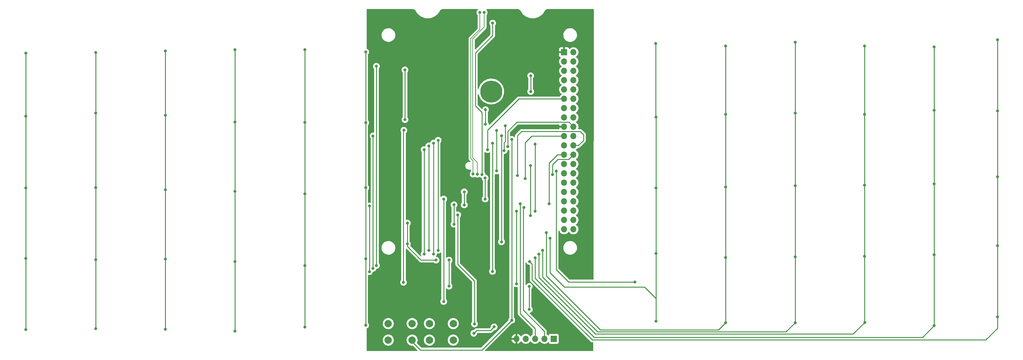
<source format=gtl>
G04 #@! TF.GenerationSoftware,KiCad,Pcbnew,(6.0.10)*
G04 #@! TF.CreationDate,2023-08-27T18:11:45-04:00*
G04 #@! TF.ProjectId,storyboard,73746f72-7962-46f6-9172-642e6b696361,rev?*
G04 #@! TF.SameCoordinates,Original*
G04 #@! TF.FileFunction,Copper,L1,Top*
G04 #@! TF.FilePolarity,Positive*
%FSLAX46Y46*%
G04 Gerber Fmt 4.6, Leading zero omitted, Abs format (unit mm)*
G04 Created by KiCad (PCBNEW (6.0.10)) date 2023-08-27 18:11:45*
%MOMM*%
%LPD*%
G01*
G04 APERTURE LIST*
G04 #@! TA.AperFunction,ComponentPad*
%ADD10C,2.000000*%
G04 #@! TD*
G04 #@! TA.AperFunction,ComponentPad*
%ADD11R,1.700000X1.700000*%
G04 #@! TD*
G04 #@! TA.AperFunction,ComponentPad*
%ADD12O,1.700000X1.700000*%
G04 #@! TD*
G04 #@! TA.AperFunction,ComponentPad*
%ADD13C,6.000000*%
G04 #@! TD*
G04 #@! TA.AperFunction,ViaPad*
%ADD14C,0.800000*%
G04 #@! TD*
G04 #@! TA.AperFunction,Conductor*
%ADD15C,0.250000*%
G04 #@! TD*
G04 #@! TA.AperFunction,Conductor*
%ADD16C,0.200000*%
G04 #@! TD*
G04 APERTURE END LIST*
D10*
X190150000Y-128950000D03*
X196650000Y-128950000D03*
X196650000Y-133450000D03*
X190150000Y-133450000D03*
X178950000Y-128950000D03*
X185450000Y-128950000D03*
X178950000Y-133450000D03*
X185450000Y-133450000D03*
D11*
X224023000Y-133096000D03*
D12*
X221483000Y-133096000D03*
X218943000Y-133096000D03*
X216403000Y-133096000D03*
X213863000Y-133096000D03*
D11*
X226868000Y-54988000D03*
D12*
X229408000Y-54988000D03*
X226868000Y-57528000D03*
X229408000Y-57528000D03*
X226868000Y-60068000D03*
X229408000Y-60068000D03*
X226868000Y-62608000D03*
X229408000Y-62608000D03*
X226868000Y-65148000D03*
X229408000Y-65148000D03*
X226868000Y-67688000D03*
X229408000Y-67688000D03*
X226868000Y-70228000D03*
X229408000Y-70228000D03*
X226868000Y-72768000D03*
X229408000Y-72768000D03*
X226868000Y-75308000D03*
X229408000Y-75308000D03*
X226868000Y-77848000D03*
X229408000Y-77848000D03*
X226868000Y-80388000D03*
X229408000Y-80388000D03*
X226868000Y-82928000D03*
X229408000Y-82928000D03*
X226868000Y-85468000D03*
X229408000Y-85468000D03*
X226868000Y-88008000D03*
X229408000Y-88008000D03*
X226868000Y-90548000D03*
X229408000Y-90548000D03*
X226868000Y-93088000D03*
X229408000Y-93088000D03*
X226868000Y-95628000D03*
X229408000Y-95628000D03*
X226868000Y-98168000D03*
X229408000Y-98168000D03*
X226868000Y-100708000D03*
X229408000Y-100708000D03*
X226868000Y-103248000D03*
X229408000Y-103248000D03*
D13*
X207002040Y-65686864D03*
D14*
X184150000Y-107250000D03*
X195500000Y-111650000D03*
X195500000Y-118750000D03*
X217750000Y-65700000D03*
X217350000Y-125100000D03*
X183500000Y-59800000D03*
X217350000Y-118800000D03*
X196850000Y-101854000D03*
X191950000Y-111650000D03*
X210508500Y-81800000D03*
X202250000Y-131600000D03*
X210850000Y-75000000D03*
X205450000Y-70650000D03*
X199650000Y-96600000D03*
X184150000Y-101550000D03*
X217750000Y-61400000D03*
X205350000Y-95000000D03*
X205450000Y-74650000D03*
X183500000Y-73350000D03*
X196850000Y-96550000D03*
X199650000Y-93050000D03*
X207800000Y-129850000D03*
X205350000Y-89300000D03*
X200400000Y-111000000D03*
X208550000Y-93550000D03*
X200050000Y-83600000D03*
X217000000Y-114600000D03*
X211328000Y-114554000D03*
X227350000Y-114550000D03*
X186250000Y-111850000D03*
X221700000Y-64250000D03*
X196596000Y-116840000D03*
X190000000Y-126250000D03*
X220000000Y-75350000D03*
X234050000Y-62200000D03*
X196850000Y-121412000D03*
X178600000Y-122000000D03*
X181100000Y-123800000D03*
X196200000Y-70350000D03*
X178100000Y-62100000D03*
X204500000Y-88300000D03*
X207400000Y-47050000D03*
X80200000Y-55200000D03*
X80200000Y-92000000D03*
X80200000Y-72400000D03*
X80200000Y-130600000D03*
X80200000Y-111200000D03*
X192532000Y-108966000D03*
X192532000Y-78994000D03*
X246100000Y-117600000D03*
X224700000Y-87376000D03*
X183100000Y-117700000D03*
X208500000Y-76300000D03*
X208500000Y-87350000D03*
X183200000Y-76250000D03*
X175700000Y-113100000D03*
X175700000Y-58800000D03*
X174800000Y-77800000D03*
X174800000Y-113900000D03*
X173800000Y-114800000D03*
X173800000Y-96900000D03*
X191262000Y-109982000D03*
X99200000Y-91900000D03*
X99200000Y-111500000D03*
X191262000Y-79756000D03*
X99200000Y-71600000D03*
X99200000Y-55100000D03*
X99200000Y-130300000D03*
X118200000Y-130500000D03*
X118200000Y-111400000D03*
X118200000Y-72200000D03*
X189992000Y-80518000D03*
X118200000Y-54600000D03*
X118200000Y-92500000D03*
X189992000Y-108966000D03*
X188722000Y-81534000D03*
X137200000Y-54300000D03*
X137200000Y-131000000D03*
X137200000Y-74000000D03*
X188722000Y-109982000D03*
X137200000Y-92900000D03*
X137200000Y-112000000D03*
X156200000Y-113100000D03*
X156200000Y-93600000D03*
X156200000Y-129900000D03*
X156200000Y-54300000D03*
X156200000Y-74100000D03*
X172800000Y-74200000D03*
X172800000Y-111300000D03*
X172800000Y-129400000D03*
X172800000Y-91900000D03*
X172800000Y-54900000D03*
X251900000Y-92000000D03*
X251900000Y-128300000D03*
X251900000Y-72700000D03*
X251900000Y-109800000D03*
X223012000Y-105664000D03*
X251800000Y-52600000D03*
X270900000Y-91700000D03*
X270900000Y-128700000D03*
X270900000Y-53300000D03*
X221996000Y-104140000D03*
X270900000Y-71900000D03*
X270900000Y-110900000D03*
X289800000Y-52300000D03*
X289800000Y-71600000D03*
X289800000Y-110800000D03*
X289800000Y-91400000D03*
X220980000Y-108966000D03*
X289800000Y-128700000D03*
X308700000Y-71900000D03*
X308700000Y-53300000D03*
X308700000Y-110600000D03*
X219964000Y-109982000D03*
X308700000Y-91200000D03*
X308800000Y-128600000D03*
X327700000Y-129500000D03*
X218948000Y-110998000D03*
X327700000Y-53500000D03*
X327700000Y-110200000D03*
X327700000Y-90900000D03*
X327700000Y-70800000D03*
X344900000Y-127100000D03*
X217424000Y-112014000D03*
X344900000Y-107700000D03*
X344900000Y-51600000D03*
X344900000Y-71000000D03*
X344900000Y-88900000D03*
X215900000Y-97281538D03*
X214884000Y-96266000D03*
X205100000Y-44150000D03*
X203200000Y-88250000D03*
X203900000Y-44150000D03*
X202051424Y-88200000D03*
X214122000Y-88550000D03*
X194056000Y-94996000D03*
X194056000Y-122936000D03*
X205994000Y-81534000D03*
X211486595Y-80738755D03*
X223700000Y-88350000D03*
X222800000Y-96300000D03*
X216250000Y-89400000D03*
X202438000Y-129062000D03*
X217650000Y-85900000D03*
X197866000Y-99314000D03*
X217650000Y-99500000D03*
X207345361Y-114728288D03*
X207350000Y-79750000D03*
X209804000Y-106680000D03*
X209804000Y-77724000D03*
X218948000Y-98298000D03*
X213868000Y-118110000D03*
X213868000Y-98298000D03*
X218998460Y-80060460D03*
X212598000Y-128016000D03*
X212598000Y-78740000D03*
D15*
X210508500Y-81800000D02*
X210508500Y-79641500D01*
X199650000Y-93050000D02*
X199650000Y-96600000D01*
X191950000Y-111650000D02*
X187900000Y-111650000D01*
X217750000Y-61400000D02*
X217750000Y-65700000D01*
X210850000Y-79300000D02*
X210850000Y-75000000D01*
X184150000Y-107900000D02*
X184150000Y-107250000D01*
X203000000Y-130850000D02*
X202250000Y-131600000D01*
X183500000Y-73350000D02*
X183500000Y-59800000D01*
X187500000Y-111250000D02*
X184150000Y-107900000D01*
X184150000Y-107250000D02*
X184150000Y-101550000D01*
X217350000Y-118800000D02*
X217350000Y-125100000D01*
X210750000Y-79400000D02*
X210850000Y-79300000D01*
X195500000Y-111650000D02*
X195500000Y-118750000D01*
X206800000Y-130850000D02*
X203000000Y-130850000D01*
X210508500Y-79641500D02*
X210750000Y-79400000D01*
X205450000Y-70650000D02*
X205450000Y-74650000D01*
X207800000Y-129850000D02*
X206800000Y-130850000D01*
X187900000Y-111650000D02*
X187500000Y-111250000D01*
X205350000Y-95000000D02*
X205350000Y-89300000D01*
X196850000Y-101854000D02*
X196850000Y-96550000D01*
X207400000Y-50410000D02*
X202692000Y-55118000D01*
X207400000Y-47050000D02*
X207400000Y-50410000D01*
X202692000Y-69596000D02*
X204500000Y-71404000D01*
X204500000Y-71404000D02*
X204500000Y-88300000D01*
X202692000Y-55118000D02*
X202692000Y-69596000D01*
X80200000Y-111200000D02*
X80200000Y-130600000D01*
X80200000Y-92000000D02*
X80200000Y-111200000D01*
X80200000Y-55200000D02*
X80200000Y-72400000D01*
X192532000Y-78994000D02*
X192532000Y-108966000D01*
X80200000Y-72400000D02*
X80200000Y-92000000D01*
X183100000Y-114850000D02*
X183100000Y-76350000D01*
X183100000Y-117700000D02*
X183100000Y-114850000D01*
X228090000Y-117600000D02*
X246100000Y-117600000D01*
X224700000Y-87376000D02*
X224700000Y-114210000D01*
X183100000Y-76350000D02*
X183200000Y-76250000D01*
X224700000Y-114210000D02*
X228090000Y-117600000D01*
X208500000Y-76300000D02*
X208500000Y-87350000D01*
X175700000Y-113100000D02*
X175700000Y-58800000D01*
X174800000Y-113900000D02*
X174800000Y-77800000D01*
X173800000Y-96900000D02*
X173800000Y-114800000D01*
X99200000Y-71600000D02*
X99200000Y-91900000D01*
X99200000Y-55100000D02*
X99200000Y-71600000D01*
X99200000Y-111500000D02*
X99200000Y-130300000D01*
X191262000Y-79756000D02*
X191262000Y-109982000D01*
X99200000Y-91900000D02*
X99200000Y-111500000D01*
X118200000Y-54600000D02*
X118200000Y-72200000D01*
X118200000Y-111400000D02*
X118200000Y-130500000D01*
X118200000Y-92500000D02*
X118200000Y-111400000D01*
X118200000Y-72200000D02*
X118200000Y-92500000D01*
X189992000Y-80518000D02*
X189992000Y-108966000D01*
X137200000Y-112000000D02*
X137200000Y-131000000D01*
X188722000Y-109982000D02*
X188722000Y-81534000D01*
X137200000Y-54300000D02*
X137200000Y-74000000D01*
X137200000Y-92900000D02*
X137200000Y-112000000D01*
X137200000Y-74000000D02*
X137200000Y-92900000D01*
X156200000Y-54300000D02*
X156200000Y-74100000D01*
X156200000Y-74100000D02*
X156200000Y-93600000D01*
X156200000Y-113100000D02*
X156200000Y-129900000D01*
X156200000Y-93600000D02*
X156200000Y-113100000D01*
X172800000Y-91900000D02*
X172800000Y-111300000D01*
X172800000Y-74200000D02*
X172800000Y-91900000D01*
X172800000Y-54900000D02*
X172800000Y-74200000D01*
X172800000Y-129400000D02*
X172800000Y-111300000D01*
X251800000Y-72600000D02*
X251900000Y-72700000D01*
X248794000Y-119000000D02*
X251900000Y-122106000D01*
X223012000Y-115062000D02*
X226950000Y-119000000D01*
X226950000Y-119000000D02*
X248794000Y-119000000D01*
X223012000Y-105664000D02*
X223012000Y-115062000D01*
X251800000Y-52600000D02*
X251800000Y-72600000D01*
X251900000Y-122106000D02*
X251900000Y-128300000D01*
X251900000Y-109800000D02*
X251900000Y-128300000D01*
X251900000Y-72700000D02*
X251900000Y-92000000D01*
X251900000Y-92000000D02*
X251900000Y-109800000D01*
X270900000Y-53300000D02*
X270900000Y-71900000D01*
X270900000Y-121300000D02*
X270900000Y-128700000D01*
X270900000Y-121300000D02*
X270900000Y-110900000D01*
X270900000Y-71900000D02*
X270900000Y-91700000D01*
X268900000Y-130700000D02*
X270900000Y-128700000D01*
X221996000Y-115946000D02*
X236750000Y-130700000D01*
X221996000Y-104140000D02*
X221996000Y-115946000D01*
X270900000Y-91700000D02*
X270900000Y-110900000D01*
X236750000Y-130700000D02*
X268900000Y-130700000D01*
X220980000Y-108966000D02*
X220980000Y-116230000D01*
X289800000Y-52300000D02*
X289800000Y-71600000D01*
X287300000Y-131200000D02*
X289800000Y-128700000D01*
X235950000Y-131200000D02*
X287300000Y-131200000D01*
X289800000Y-71600000D02*
X289800000Y-91400000D01*
X289800000Y-128700000D02*
X289800000Y-110800000D01*
X289800000Y-91400000D02*
X289800000Y-110800000D01*
X220980000Y-116230000D02*
X235950000Y-131200000D01*
X219964000Y-109982000D02*
X219964000Y-116364000D01*
X305600000Y-131800000D02*
X308800000Y-128600000D01*
X308800000Y-128600000D02*
X308700000Y-128500000D01*
X235400000Y-131800000D02*
X305600000Y-131800000D01*
X308700000Y-71900000D02*
X308700000Y-91200000D01*
X308700000Y-91200000D02*
X308700000Y-110600000D01*
X308700000Y-128500000D02*
X308700000Y-110600000D01*
X219964000Y-116364000D02*
X235400000Y-131800000D01*
X308700000Y-53300000D02*
X308700000Y-71900000D01*
X327700000Y-90900000D02*
X327700000Y-110200000D01*
X327700000Y-53500000D02*
X327700000Y-70800000D01*
X327700000Y-129500000D02*
X327700000Y-110200000D01*
X218948000Y-116598000D02*
X235050000Y-132700000D01*
X324500000Y-132700000D02*
X327700000Y-129500000D01*
X235050000Y-132700000D02*
X324500000Y-132700000D01*
X218948000Y-110998000D02*
X218948000Y-116598000D01*
X327700000Y-70800000D02*
X327700000Y-90900000D01*
X217424000Y-112014000D02*
X218150000Y-112740000D01*
X234500000Y-133400000D02*
X341700000Y-133400000D01*
X341700000Y-133400000D02*
X344900000Y-130200000D01*
X218150000Y-112740000D02*
X218150000Y-117050000D01*
X344900000Y-88900000D02*
X344900000Y-107700000D01*
X344900000Y-51600000D02*
X344900000Y-71000000D01*
X218150000Y-117050000D02*
X234500000Y-133400000D01*
X344900000Y-130200000D02*
X344900000Y-127100000D01*
X344900000Y-107700000D02*
X344900000Y-127100000D01*
X344900000Y-88900000D02*
X344900000Y-71000000D01*
X215900000Y-97281538D02*
X215700000Y-97481538D01*
X215700000Y-97481538D02*
X215700000Y-125276000D01*
X215700000Y-125276000D02*
X221483000Y-131059000D01*
X221483000Y-131059000D02*
X221483000Y-133096000D01*
X218943000Y-130297000D02*
X218943000Y-133096000D01*
X214884000Y-126238000D02*
X218943000Y-130297000D01*
X214884000Y-96266000D02*
X214884000Y-126238000D01*
D16*
X201930000Y-83730000D02*
X201930000Y-51308000D01*
X203200000Y-85000000D02*
X201930000Y-83730000D01*
X203200000Y-88250000D02*
X203200000Y-85000000D01*
X201930000Y-51308000D02*
X205100000Y-48138000D01*
X205100000Y-48138000D02*
X205100000Y-44150000D01*
X203900000Y-48800000D02*
X203900000Y-44150000D01*
X202051424Y-84551424D02*
X201422000Y-83922000D01*
X201422000Y-83922000D02*
X201422000Y-51278000D01*
X201422000Y-51278000D02*
X203900000Y-48800000D01*
X202051424Y-88200000D02*
X202051424Y-84551424D01*
D15*
X214122000Y-77724000D02*
X215258801Y-76587199D01*
X214122000Y-88550000D02*
X214122000Y-77724000D01*
X231273199Y-76587199D02*
X232156000Y-77470000D01*
X232156000Y-78994000D02*
X230762000Y-80388000D01*
X232156000Y-77470000D02*
X232156000Y-78994000D01*
X215258801Y-76587199D02*
X231273199Y-76587199D01*
X230762000Y-80388000D02*
X229408000Y-80388000D01*
X194056000Y-122936000D02*
X194056000Y-94996000D01*
X205994000Y-76256000D02*
X214562000Y-67688000D01*
X205994000Y-81534000D02*
X205994000Y-76256000D01*
X214562000Y-67688000D02*
X226868000Y-67688000D01*
X211486595Y-80738755D02*
X211486595Y-76549405D01*
X213978963Y-74057037D02*
X228157037Y-74057037D01*
X228157037Y-74057037D02*
X229408000Y-75308000D01*
X211486595Y-76549405D02*
X213978963Y-74057037D01*
X223700000Y-88350000D02*
X223700000Y-85650000D01*
X228136000Y-84200000D02*
X229408000Y-82928000D01*
X225150000Y-84200000D02*
X228136000Y-84200000D01*
X223700000Y-85650000D02*
X225150000Y-84200000D01*
X222800000Y-96300000D02*
X222750000Y-96250000D01*
X222750000Y-96250000D02*
X222750000Y-85200000D01*
X222750000Y-85200000D02*
X225022000Y-82928000D01*
X225022000Y-82928000D02*
X226868000Y-82928000D01*
X216250000Y-79650000D02*
X218052000Y-77848000D01*
X218052000Y-77848000D02*
X226868000Y-77848000D01*
X216250000Y-89400000D02*
X216250000Y-79650000D01*
X217650000Y-85900000D02*
X217650000Y-99500000D01*
X197866000Y-112776000D02*
X197866000Y-99314000D01*
X202438000Y-117348000D02*
X197866000Y-112776000D01*
X202438000Y-129062000D02*
X202438000Y-117348000D01*
X207351144Y-81954856D02*
X207351144Y-114722505D01*
X207350000Y-79750000D02*
X207350000Y-81953712D01*
X207350000Y-81953712D02*
X207351144Y-81954856D01*
X207351144Y-114722505D02*
X207345361Y-114728288D01*
X209804000Y-106680000D02*
X209804000Y-77724000D01*
X218948000Y-98298000D02*
X218948000Y-80110920D01*
X218948000Y-80110920D02*
X218998460Y-80060460D01*
X213868000Y-98298000D02*
X213868000Y-118110000D01*
X204470000Y-136144000D02*
X187706000Y-136144000D01*
X212598000Y-128016000D02*
X212598000Y-78740000D01*
X187706000Y-136144000D02*
X185450000Y-133888000D01*
X185450000Y-133888000D02*
X185450000Y-133450000D01*
X212598000Y-128016000D02*
X204470000Y-136144000D01*
G04 #@! TA.AperFunction,Conductor*
G36*
X203304771Y-43247242D02*
G01*
X203351264Y-43300898D01*
X203361368Y-43371172D01*
X203331874Y-43435752D01*
X203310715Y-43455173D01*
X203288747Y-43471134D01*
X203160960Y-43613056D01*
X203157659Y-43618774D01*
X203071214Y-43768501D01*
X203065473Y-43778444D01*
X203006458Y-43960072D01*
X202986496Y-44150000D01*
X203006458Y-44339928D01*
X203065473Y-44521556D01*
X203160960Y-44686944D01*
X203165378Y-44691851D01*
X203165379Y-44691852D01*
X203259136Y-44795980D01*
X203289854Y-44859987D01*
X203291500Y-44880290D01*
X203291500Y-48495761D01*
X203271498Y-48563882D01*
X203254595Y-48584856D01*
X201025766Y-50813685D01*
X201013375Y-50824552D01*
X200988013Y-50844013D01*
X200963526Y-50875925D01*
X200963523Y-50875928D01*
X200890476Y-50971124D01*
X200829162Y-51119149D01*
X200829162Y-51119150D01*
X200813500Y-51238115D01*
X200813500Y-51238120D01*
X200808250Y-51278000D01*
X200809328Y-51286188D01*
X200812422Y-51309690D01*
X200813500Y-51326136D01*
X200813500Y-83873864D01*
X200812422Y-83890307D01*
X200808250Y-83922000D01*
X200813500Y-83961880D01*
X200813500Y-83961885D01*
X200818871Y-84002682D01*
X200829162Y-84080851D01*
X200890476Y-84228876D01*
X200895503Y-84235427D01*
X200895504Y-84235429D01*
X200963520Y-84324069D01*
X200963526Y-84324075D01*
X200988013Y-84355987D01*
X200994563Y-84361013D01*
X200994564Y-84361014D01*
X201013376Y-84375449D01*
X201025766Y-84386315D01*
X201214004Y-84574552D01*
X201331602Y-84692150D01*
X201365627Y-84754463D01*
X201360563Y-84825278D01*
X201318016Y-84882114D01*
X201251496Y-84906925D01*
X201221150Y-84904827D01*
X201221141Y-84904905D01*
X201219324Y-84904701D01*
X201219320Y-84904701D01*
X201215024Y-84904219D01*
X201215020Y-84904218D01*
X201138262Y-84895609D01*
X201059597Y-84886785D01*
X200947793Y-84886785D01*
X200944738Y-84887085D01*
X200944729Y-84887085D01*
X200873721Y-84894048D01*
X200793446Y-84901919D01*
X200787545Y-84903701D01*
X200787543Y-84903701D01*
X200748341Y-84915537D01*
X200594740Y-84961912D01*
X200411471Y-85059357D01*
X200250620Y-85190545D01*
X200246693Y-85195293D01*
X200246691Y-85195294D01*
X200225314Y-85221134D01*
X200118313Y-85350476D01*
X200019590Y-85533060D01*
X199958211Y-85731342D01*
X199936515Y-85937770D01*
X199955327Y-86144481D01*
X199957065Y-86150387D01*
X199957066Y-86150391D01*
X199964096Y-86174277D01*
X200013931Y-86343601D01*
X200016785Y-86349060D01*
X200107240Y-86522085D01*
X200107243Y-86522089D01*
X200110095Y-86527545D01*
X200240156Y-86689309D01*
X200399160Y-86822729D01*
X200404552Y-86825693D01*
X200404556Y-86825696D01*
X200495696Y-86875800D01*
X200581051Y-86922724D01*
X200586918Y-86924585D01*
X200586920Y-86924586D01*
X200773029Y-86983623D01*
X200778899Y-86985485D01*
X200940443Y-87003605D01*
X201052247Y-87003605D01*
X201055302Y-87003305D01*
X201055311Y-87003305D01*
X201126319Y-86996342D01*
X201206594Y-86988471D01*
X201212497Y-86986689D01*
X201212501Y-86986688D01*
X201280507Y-86966156D01*
X201351501Y-86965615D01*
X201411518Y-87003543D01*
X201441501Y-87067898D01*
X201442924Y-87086778D01*
X201442924Y-87469710D01*
X201422922Y-87537831D01*
X201410560Y-87554020D01*
X201316803Y-87658148D01*
X201312384Y-87663056D01*
X201216897Y-87828444D01*
X201157882Y-88010072D01*
X201157192Y-88016633D01*
X201157192Y-88016635D01*
X201147661Y-88107315D01*
X201137920Y-88200000D01*
X201138610Y-88206565D01*
X201149460Y-88309793D01*
X201157882Y-88389928D01*
X201216897Y-88571556D01*
X201312384Y-88736944D01*
X201316802Y-88741851D01*
X201316803Y-88741852D01*
X201376983Y-88808689D01*
X201440171Y-88878866D01*
X201457545Y-88891489D01*
X201586582Y-88985240D01*
X201594672Y-88991118D01*
X201600700Y-88993802D01*
X201600702Y-88993803D01*
X201725066Y-89049173D01*
X201769136Y-89068794D01*
X201854525Y-89086944D01*
X201949480Y-89107128D01*
X201949485Y-89107128D01*
X201955937Y-89108500D01*
X202146911Y-89108500D01*
X202153363Y-89107128D01*
X202153368Y-89107128D01*
X202248323Y-89086944D01*
X202333712Y-89068794D01*
X202377782Y-89049173D01*
X202502146Y-88993803D01*
X202502148Y-88993802D01*
X202508176Y-88991118D01*
X202517241Y-88984532D01*
X202584108Y-88960673D01*
X202653260Y-88976752D01*
X202665348Y-88984520D01*
X202743248Y-89041118D01*
X202749276Y-89043802D01*
X202749278Y-89043803D01*
X202894591Y-89108500D01*
X202917712Y-89118794D01*
X202981521Y-89132357D01*
X203098056Y-89157128D01*
X203098061Y-89157128D01*
X203104513Y-89158500D01*
X203295487Y-89158500D01*
X203301939Y-89157128D01*
X203301944Y-89157128D01*
X203418479Y-89132357D01*
X203482288Y-89118794D01*
X203505409Y-89108500D01*
X203650722Y-89043803D01*
X203650724Y-89043802D01*
X203656752Y-89041118D01*
X203741530Y-88979523D01*
X203808398Y-88955665D01*
X203877549Y-88971745D01*
X203889646Y-88979519D01*
X204043248Y-89091118D01*
X204049276Y-89093802D01*
X204049278Y-89093803D01*
X204194591Y-89158500D01*
X204217712Y-89168794D01*
X204337847Y-89194330D01*
X204400319Y-89228057D01*
X204434641Y-89290207D01*
X204436959Y-89304406D01*
X204453011Y-89457128D01*
X204456458Y-89489928D01*
X204515473Y-89671556D01*
X204610960Y-89836944D01*
X204684137Y-89918215D01*
X204714853Y-89982221D01*
X204716500Y-90002524D01*
X204716500Y-94297476D01*
X204696498Y-94365597D01*
X204684142Y-94381779D01*
X204610960Y-94463056D01*
X204607659Y-94468774D01*
X204521087Y-94618721D01*
X204515473Y-94628444D01*
X204456458Y-94810072D01*
X204455768Y-94816633D01*
X204455768Y-94816635D01*
X204441800Y-94949538D01*
X204436496Y-95000000D01*
X204456458Y-95189928D01*
X204515473Y-95371556D01*
X204610960Y-95536944D01*
X204615378Y-95541851D01*
X204615379Y-95541852D01*
X204734325Y-95673955D01*
X204738747Y-95678866D01*
X204893248Y-95791118D01*
X204899276Y-95793802D01*
X204899278Y-95793803D01*
X204952986Y-95817715D01*
X205067712Y-95868794D01*
X205161113Y-95888647D01*
X205248056Y-95907128D01*
X205248061Y-95907128D01*
X205254513Y-95908500D01*
X205445487Y-95908500D01*
X205451939Y-95907128D01*
X205451944Y-95907128D01*
X205538887Y-95888647D01*
X205632288Y-95868794D01*
X205747014Y-95817715D01*
X205800722Y-95793803D01*
X205800724Y-95793802D01*
X205806752Y-95791118D01*
X205961253Y-95678866D01*
X205965675Y-95673955D01*
X206084621Y-95541852D01*
X206084622Y-95541851D01*
X206089040Y-95536944D01*
X206184527Y-95371556D01*
X206243542Y-95189928D01*
X206263504Y-95000000D01*
X206258200Y-94949538D01*
X206244232Y-94816635D01*
X206244232Y-94816633D01*
X206243542Y-94810072D01*
X206184527Y-94628444D01*
X206178914Y-94618721D01*
X206092341Y-94468774D01*
X206089040Y-94463056D01*
X206015863Y-94381785D01*
X205985147Y-94317779D01*
X205983500Y-94297476D01*
X205983500Y-90002524D01*
X206003502Y-89934403D01*
X206015858Y-89918221D01*
X206089040Y-89836944D01*
X206184527Y-89671556D01*
X206243542Y-89489928D01*
X206246990Y-89457128D01*
X206262814Y-89306565D01*
X206263504Y-89300000D01*
X206258512Y-89252506D01*
X206244232Y-89116635D01*
X206244232Y-89116633D01*
X206243542Y-89110072D01*
X206184527Y-88928444D01*
X206089040Y-88763056D01*
X206073541Y-88745842D01*
X205965675Y-88626045D01*
X205965674Y-88626044D01*
X205961253Y-88621134D01*
X205806752Y-88508882D01*
X205800724Y-88506198D01*
X205800722Y-88506197D01*
X205638319Y-88433891D01*
X205638318Y-88433891D01*
X205632288Y-88431206D01*
X205512153Y-88405670D01*
X205449681Y-88371943D01*
X205415359Y-88309793D01*
X205413041Y-88295594D01*
X205394232Y-88116635D01*
X205394232Y-88116633D01*
X205393542Y-88110072D01*
X205334527Y-87928444D01*
X205239040Y-87763056D01*
X205165863Y-87681785D01*
X205135147Y-87617779D01*
X205133500Y-87597476D01*
X205133500Y-82264290D01*
X205153502Y-82196169D01*
X205207158Y-82149676D01*
X205277432Y-82139572D01*
X205342012Y-82169066D01*
X205353131Y-82179974D01*
X205382747Y-82212866D01*
X205437579Y-82252704D01*
X205529787Y-82319697D01*
X205537248Y-82325118D01*
X205543276Y-82327802D01*
X205543278Y-82327803D01*
X205634569Y-82368448D01*
X205711712Y-82402794D01*
X205805112Y-82422647D01*
X205892056Y-82441128D01*
X205892061Y-82441128D01*
X205898513Y-82442500D01*
X206089487Y-82442500D01*
X206095939Y-82441128D01*
X206095944Y-82441128D01*
X206182888Y-82422647D01*
X206276288Y-82402794D01*
X206353431Y-82368448D01*
X206444722Y-82327803D01*
X206444724Y-82327802D01*
X206450752Y-82325118D01*
X206458214Y-82319697D01*
X206511761Y-82280792D01*
X206517584Y-82276562D01*
X206584450Y-82252704D01*
X206653602Y-82268784D01*
X206703082Y-82319697D01*
X206717644Y-82378498D01*
X206717644Y-114019341D01*
X206697642Y-114087462D01*
X206685280Y-114103651D01*
X206606321Y-114191344D01*
X206510834Y-114356732D01*
X206451819Y-114538360D01*
X206451129Y-114544921D01*
X206451129Y-114544923D01*
X206443692Y-114615683D01*
X206431857Y-114728288D01*
X206432547Y-114734853D01*
X206445246Y-114855673D01*
X206451819Y-114918216D01*
X206510834Y-115099844D01*
X206606321Y-115265232D01*
X206734108Y-115407154D01*
X206888609Y-115519406D01*
X206894637Y-115522090D01*
X206894639Y-115522091D01*
X207055708Y-115593803D01*
X207063073Y-115597082D01*
X207156473Y-115616935D01*
X207243417Y-115635416D01*
X207243422Y-115635416D01*
X207249874Y-115636788D01*
X207440848Y-115636788D01*
X207447300Y-115635416D01*
X207447305Y-115635416D01*
X207534249Y-115616935D01*
X207627649Y-115597082D01*
X207635014Y-115593803D01*
X207796083Y-115522091D01*
X207796085Y-115522090D01*
X207802113Y-115519406D01*
X207956614Y-115407154D01*
X208084401Y-115265232D01*
X208179888Y-115099844D01*
X208238903Y-114918216D01*
X208245477Y-114855673D01*
X208258175Y-114734853D01*
X208258865Y-114728288D01*
X208247030Y-114615683D01*
X208239593Y-114544923D01*
X208239593Y-114544921D01*
X208238903Y-114538360D01*
X208179888Y-114356732D01*
X208084401Y-114191344D01*
X208017008Y-114116496D01*
X207986291Y-114052489D01*
X207984644Y-114032186D01*
X207984644Y-88309049D01*
X208004646Y-88240928D01*
X208058302Y-88194435D01*
X208128576Y-88184331D01*
X208161892Y-88193942D01*
X208211677Y-88216108D01*
X208211685Y-88216111D01*
X208217712Y-88218794D01*
X208311112Y-88238647D01*
X208398056Y-88257128D01*
X208398061Y-88257128D01*
X208404513Y-88258500D01*
X208595487Y-88258500D01*
X208601939Y-88257128D01*
X208601944Y-88257128D01*
X208688888Y-88238647D01*
X208782288Y-88218794D01*
X208809755Y-88206565D01*
X208950722Y-88143803D01*
X208950724Y-88143802D01*
X208956752Y-88141118D01*
X208962090Y-88137240D01*
X208962093Y-88137238D01*
X208970440Y-88131173D01*
X209037308Y-88107315D01*
X209106459Y-88123397D01*
X209155939Y-88174311D01*
X209170500Y-88233110D01*
X209170500Y-105977476D01*
X209150498Y-106045597D01*
X209138142Y-106061779D01*
X209064960Y-106143056D01*
X209061659Y-106148774D01*
X208984618Y-106282213D01*
X208969473Y-106308444D01*
X208910458Y-106490072D01*
X208909768Y-106496633D01*
X208909768Y-106496635D01*
X208897879Y-106609750D01*
X208890496Y-106680000D01*
X208910458Y-106869928D01*
X208969473Y-107051556D01*
X209064960Y-107216944D01*
X209069378Y-107221851D01*
X209069379Y-107221852D01*
X209089788Y-107244518D01*
X209192747Y-107358866D01*
X209347248Y-107471118D01*
X209353276Y-107473802D01*
X209353278Y-107473803D01*
X209515681Y-107546109D01*
X209521712Y-107548794D01*
X209615113Y-107568647D01*
X209702056Y-107587128D01*
X209702061Y-107587128D01*
X209708513Y-107588500D01*
X209899487Y-107588500D01*
X209905939Y-107587128D01*
X209905944Y-107587128D01*
X209992888Y-107568647D01*
X210086288Y-107548794D01*
X210092319Y-107546109D01*
X210254722Y-107473803D01*
X210254724Y-107473802D01*
X210260752Y-107471118D01*
X210415253Y-107358866D01*
X210518212Y-107244518D01*
X210538621Y-107221852D01*
X210538622Y-107221851D01*
X210543040Y-107216944D01*
X210638527Y-107051556D01*
X210697542Y-106869928D01*
X210717504Y-106680000D01*
X210710121Y-106609750D01*
X210698232Y-106496635D01*
X210698232Y-106496633D01*
X210697542Y-106490072D01*
X210638527Y-106308444D01*
X210623383Y-106282213D01*
X210546341Y-106148774D01*
X210543040Y-106143056D01*
X210469863Y-106061785D01*
X210439147Y-105997779D01*
X210437500Y-105977476D01*
X210437500Y-82834500D01*
X210457502Y-82766379D01*
X210511158Y-82719886D01*
X210563500Y-82708500D01*
X210603987Y-82708500D01*
X210610439Y-82707128D01*
X210610444Y-82707128D01*
X210697387Y-82688647D01*
X210790788Y-82668794D01*
X210796819Y-82666109D01*
X210959222Y-82593803D01*
X210959224Y-82593802D01*
X210965252Y-82591118D01*
X211119753Y-82478866D01*
X211152497Y-82442500D01*
X211243121Y-82341852D01*
X211243122Y-82341851D01*
X211247540Y-82336944D01*
X211343027Y-82171556D01*
X211402042Y-81989928D01*
X211410913Y-81905530D01*
X211421314Y-81806565D01*
X211422004Y-81800000D01*
X211420577Y-81786426D01*
X211433348Y-81716589D01*
X211481849Y-81664741D01*
X211545887Y-81647255D01*
X211582082Y-81647255D01*
X211588534Y-81645883D01*
X211588539Y-81645883D01*
X211675482Y-81627402D01*
X211768883Y-81607549D01*
X211787251Y-81599371D01*
X211857618Y-81589937D01*
X211921915Y-81620043D01*
X211959729Y-81680132D01*
X211964500Y-81714478D01*
X211964500Y-127313476D01*
X211944498Y-127381597D01*
X211932142Y-127397779D01*
X211858960Y-127479056D01*
X211763473Y-127644444D01*
X211704458Y-127826072D01*
X211703768Y-127832633D01*
X211703768Y-127832635D01*
X211687093Y-127991293D01*
X211660080Y-128056950D01*
X211650878Y-128067218D01*
X204244500Y-135473595D01*
X204182188Y-135507621D01*
X204155405Y-135510500D01*
X188020594Y-135510500D01*
X187952473Y-135490498D01*
X187931499Y-135473595D01*
X186791203Y-134333299D01*
X186757177Y-134270987D01*
X186762242Y-134200172D01*
X186772863Y-134178375D01*
X186798240Y-134136963D01*
X186826003Y-134069938D01*
X186887211Y-133922167D01*
X186887212Y-133922165D01*
X186889105Y-133917594D01*
X186908360Y-133837391D01*
X186943380Y-133691524D01*
X186943381Y-133691518D01*
X186944535Y-133686711D01*
X186963165Y-133450000D01*
X188636835Y-133450000D01*
X188655465Y-133686711D01*
X188656619Y-133691518D01*
X188656620Y-133691524D01*
X188691640Y-133837391D01*
X188710895Y-133917594D01*
X188712788Y-133922165D01*
X188712789Y-133922167D01*
X188773998Y-134069938D01*
X188801760Y-134136963D01*
X188804344Y-134141180D01*
X188804346Y-134141183D01*
X188923241Y-134335202D01*
X188923245Y-134335208D01*
X188925824Y-134339416D01*
X189080031Y-134519969D01*
X189260584Y-134674176D01*
X189264792Y-134676755D01*
X189264798Y-134676759D01*
X189458817Y-134795654D01*
X189463037Y-134798240D01*
X189467607Y-134800133D01*
X189467611Y-134800135D01*
X189677833Y-134887211D01*
X189682406Y-134889105D01*
X189762609Y-134908360D01*
X189908476Y-134943380D01*
X189908482Y-134943381D01*
X189913289Y-134944535D01*
X190150000Y-134963165D01*
X190386711Y-134944535D01*
X190391518Y-134943381D01*
X190391524Y-134943380D01*
X190537391Y-134908360D01*
X190617594Y-134889105D01*
X190622167Y-134887211D01*
X190832389Y-134800135D01*
X190832393Y-134800133D01*
X190836963Y-134798240D01*
X190841183Y-134795654D01*
X191035202Y-134676759D01*
X191035208Y-134676755D01*
X191039416Y-134674176D01*
X191219969Y-134519969D01*
X191374176Y-134339416D01*
X191376755Y-134335208D01*
X191376759Y-134335202D01*
X191495654Y-134141183D01*
X191495656Y-134141180D01*
X191498240Y-134136963D01*
X191526003Y-134069938D01*
X191587211Y-133922167D01*
X191587212Y-133922165D01*
X191589105Y-133917594D01*
X191608360Y-133837391D01*
X191643380Y-133691524D01*
X191643381Y-133691518D01*
X191644535Y-133686711D01*
X191663165Y-133450000D01*
X195136835Y-133450000D01*
X195155465Y-133686711D01*
X195156619Y-133691518D01*
X195156620Y-133691524D01*
X195191640Y-133837391D01*
X195210895Y-133917594D01*
X195212788Y-133922165D01*
X195212789Y-133922167D01*
X195273998Y-134069938D01*
X195301760Y-134136963D01*
X195304344Y-134141180D01*
X195304346Y-134141183D01*
X195423241Y-134335202D01*
X195423245Y-134335208D01*
X195425824Y-134339416D01*
X195580031Y-134519969D01*
X195760584Y-134674176D01*
X195764792Y-134676755D01*
X195764798Y-134676759D01*
X195958817Y-134795654D01*
X195963037Y-134798240D01*
X195967607Y-134800133D01*
X195967611Y-134800135D01*
X196177833Y-134887211D01*
X196182406Y-134889105D01*
X196262609Y-134908360D01*
X196408476Y-134943380D01*
X196408482Y-134943381D01*
X196413289Y-134944535D01*
X196650000Y-134963165D01*
X196886711Y-134944535D01*
X196891518Y-134943381D01*
X196891524Y-134943380D01*
X197037391Y-134908360D01*
X197117594Y-134889105D01*
X197122167Y-134887211D01*
X197332389Y-134800135D01*
X197332393Y-134800133D01*
X197336963Y-134798240D01*
X197341183Y-134795654D01*
X197535202Y-134676759D01*
X197535208Y-134676755D01*
X197539416Y-134674176D01*
X197719969Y-134519969D01*
X197874176Y-134339416D01*
X197876755Y-134335208D01*
X197876759Y-134335202D01*
X197995654Y-134141183D01*
X197995656Y-134141180D01*
X197998240Y-134136963D01*
X198026003Y-134069938D01*
X198087211Y-133922167D01*
X198087212Y-133922165D01*
X198089105Y-133917594D01*
X198108360Y-133837391D01*
X198143380Y-133691524D01*
X198143381Y-133691518D01*
X198144535Y-133686711D01*
X198163165Y-133450000D01*
X198144535Y-133213289D01*
X198089105Y-132982406D01*
X198087211Y-132977833D01*
X198000135Y-132767611D01*
X198000133Y-132767607D01*
X197998240Y-132763037D01*
X197995654Y-132758817D01*
X197876759Y-132564798D01*
X197876755Y-132564792D01*
X197874176Y-132560584D01*
X197719969Y-132380031D01*
X197539416Y-132225824D01*
X197535208Y-132223245D01*
X197535202Y-132223241D01*
X197341183Y-132104346D01*
X197336963Y-132101760D01*
X197332393Y-132099867D01*
X197332389Y-132099865D01*
X197122167Y-132012789D01*
X197122165Y-132012788D01*
X197117594Y-132010895D01*
X197037391Y-131991640D01*
X196891524Y-131956620D01*
X196891518Y-131956619D01*
X196886711Y-131955465D01*
X196650000Y-131936835D01*
X196413289Y-131955465D01*
X196408482Y-131956619D01*
X196408476Y-131956620D01*
X196262609Y-131991640D01*
X196182406Y-132010895D01*
X196177835Y-132012788D01*
X196177833Y-132012789D01*
X195967611Y-132099865D01*
X195967607Y-132099867D01*
X195963037Y-132101760D01*
X195958817Y-132104346D01*
X195764798Y-132223241D01*
X195764792Y-132223245D01*
X195760584Y-132225824D01*
X195580031Y-132380031D01*
X195425824Y-132560584D01*
X195423245Y-132564792D01*
X195423241Y-132564798D01*
X195304346Y-132758817D01*
X195301760Y-132763037D01*
X195299867Y-132767607D01*
X195299865Y-132767611D01*
X195212789Y-132977833D01*
X195210895Y-132982406D01*
X195155465Y-133213289D01*
X195136835Y-133450000D01*
X191663165Y-133450000D01*
X191644535Y-133213289D01*
X191589105Y-132982406D01*
X191587211Y-132977833D01*
X191500135Y-132767611D01*
X191500133Y-132767607D01*
X191498240Y-132763037D01*
X191495654Y-132758817D01*
X191376759Y-132564798D01*
X191376755Y-132564792D01*
X191374176Y-132560584D01*
X191219969Y-132380031D01*
X191039416Y-132225824D01*
X191035208Y-132223245D01*
X191035202Y-132223241D01*
X190841183Y-132104346D01*
X190836963Y-132101760D01*
X190832393Y-132099867D01*
X190832389Y-132099865D01*
X190622167Y-132012789D01*
X190622165Y-132012788D01*
X190617594Y-132010895D01*
X190537391Y-131991640D01*
X190391524Y-131956620D01*
X190391518Y-131956619D01*
X190386711Y-131955465D01*
X190150000Y-131936835D01*
X189913289Y-131955465D01*
X189908482Y-131956619D01*
X189908476Y-131956620D01*
X189762609Y-131991640D01*
X189682406Y-132010895D01*
X189677835Y-132012788D01*
X189677833Y-132012789D01*
X189467611Y-132099865D01*
X189467607Y-132099867D01*
X189463037Y-132101760D01*
X189458817Y-132104346D01*
X189264798Y-132223241D01*
X189264792Y-132223245D01*
X189260584Y-132225824D01*
X189080031Y-132380031D01*
X188925824Y-132560584D01*
X188923245Y-132564792D01*
X188923241Y-132564798D01*
X188804346Y-132758817D01*
X188801760Y-132763037D01*
X188799867Y-132767607D01*
X188799865Y-132767611D01*
X188712789Y-132977833D01*
X188710895Y-132982406D01*
X188655465Y-133213289D01*
X188636835Y-133450000D01*
X186963165Y-133450000D01*
X186944535Y-133213289D01*
X186889105Y-132982406D01*
X186887211Y-132977833D01*
X186800135Y-132767611D01*
X186800133Y-132767607D01*
X186798240Y-132763037D01*
X186795654Y-132758817D01*
X186676759Y-132564798D01*
X186676755Y-132564792D01*
X186674176Y-132560584D01*
X186519969Y-132380031D01*
X186339416Y-132225824D01*
X186335208Y-132223245D01*
X186335202Y-132223241D01*
X186141183Y-132104346D01*
X186136963Y-132101760D01*
X186132393Y-132099867D01*
X186132389Y-132099865D01*
X185922167Y-132012789D01*
X185922165Y-132012788D01*
X185917594Y-132010895D01*
X185837391Y-131991640D01*
X185691524Y-131956620D01*
X185691518Y-131956619D01*
X185686711Y-131955465D01*
X185450000Y-131936835D01*
X185213289Y-131955465D01*
X185208482Y-131956619D01*
X185208476Y-131956620D01*
X185062609Y-131991640D01*
X184982406Y-132010895D01*
X184977835Y-132012788D01*
X184977833Y-132012789D01*
X184767611Y-132099865D01*
X184767607Y-132099867D01*
X184763037Y-132101760D01*
X184758817Y-132104346D01*
X184564798Y-132223241D01*
X184564792Y-132223245D01*
X184560584Y-132225824D01*
X184380031Y-132380031D01*
X184225824Y-132560584D01*
X184223245Y-132564792D01*
X184223241Y-132564798D01*
X184104346Y-132758817D01*
X184101760Y-132763037D01*
X184099867Y-132767607D01*
X184099865Y-132767611D01*
X184012789Y-132977833D01*
X184010895Y-132982406D01*
X183955465Y-133213289D01*
X183936835Y-133450000D01*
X183955465Y-133686711D01*
X183956619Y-133691518D01*
X183956620Y-133691524D01*
X183991640Y-133837391D01*
X184010895Y-133917594D01*
X184012788Y-133922165D01*
X184012789Y-133922167D01*
X184073998Y-134069938D01*
X184101760Y-134136963D01*
X184104344Y-134141180D01*
X184104346Y-134141183D01*
X184223241Y-134335202D01*
X184223245Y-134335208D01*
X184225824Y-134339416D01*
X184380031Y-134519969D01*
X184560584Y-134674176D01*
X184564792Y-134676755D01*
X184564798Y-134676759D01*
X184758817Y-134795654D01*
X184763037Y-134798240D01*
X184767607Y-134800133D01*
X184767611Y-134800135D01*
X184977833Y-134887211D01*
X184982406Y-134889105D01*
X185062609Y-134908360D01*
X185208476Y-134943380D01*
X185208482Y-134943381D01*
X185213289Y-134944535D01*
X185450000Y-134963165D01*
X185558276Y-134954643D01*
X185627755Y-134969239D01*
X185657256Y-134991160D01*
X186867490Y-136201395D01*
X186901516Y-136263707D01*
X186896451Y-136334523D01*
X186853904Y-136391358D01*
X186787384Y-136416169D01*
X186778395Y-136416490D01*
X173209139Y-136416490D01*
X173141018Y-136396488D01*
X173094525Y-136342832D01*
X173083139Y-136290557D01*
X173083130Y-136272558D01*
X173082143Y-134414517D01*
X173081631Y-133450000D01*
X177436835Y-133450000D01*
X177455465Y-133686711D01*
X177456619Y-133691518D01*
X177456620Y-133691524D01*
X177491640Y-133837391D01*
X177510895Y-133917594D01*
X177512788Y-133922165D01*
X177512789Y-133922167D01*
X177573998Y-134069938D01*
X177601760Y-134136963D01*
X177604344Y-134141180D01*
X177604346Y-134141183D01*
X177723241Y-134335202D01*
X177723245Y-134335208D01*
X177725824Y-134339416D01*
X177880031Y-134519969D01*
X178060584Y-134674176D01*
X178064792Y-134676755D01*
X178064798Y-134676759D01*
X178258817Y-134795654D01*
X178263037Y-134798240D01*
X178267607Y-134800133D01*
X178267611Y-134800135D01*
X178477833Y-134887211D01*
X178482406Y-134889105D01*
X178562609Y-134908360D01*
X178708476Y-134943380D01*
X178708482Y-134943381D01*
X178713289Y-134944535D01*
X178950000Y-134963165D01*
X179186711Y-134944535D01*
X179191518Y-134943381D01*
X179191524Y-134943380D01*
X179337391Y-134908360D01*
X179417594Y-134889105D01*
X179422167Y-134887211D01*
X179632389Y-134800135D01*
X179632393Y-134800133D01*
X179636963Y-134798240D01*
X179641183Y-134795654D01*
X179835202Y-134676759D01*
X179835208Y-134676755D01*
X179839416Y-134674176D01*
X180019969Y-134519969D01*
X180174176Y-134339416D01*
X180176755Y-134335208D01*
X180176759Y-134335202D01*
X180295654Y-134141183D01*
X180295656Y-134141180D01*
X180298240Y-134136963D01*
X180326003Y-134069938D01*
X180387211Y-133922167D01*
X180387212Y-133922165D01*
X180389105Y-133917594D01*
X180408360Y-133837391D01*
X180443380Y-133691524D01*
X180443381Y-133691518D01*
X180444535Y-133686711D01*
X180463165Y-133450000D01*
X180444535Y-133213289D01*
X180389105Y-132982406D01*
X180387211Y-132977833D01*
X180300135Y-132767611D01*
X180300133Y-132767607D01*
X180298240Y-132763037D01*
X180295654Y-132758817D01*
X180176759Y-132564798D01*
X180176755Y-132564792D01*
X180174176Y-132560584D01*
X180019969Y-132380031D01*
X179839416Y-132225824D01*
X179835208Y-132223245D01*
X179835202Y-132223241D01*
X179641183Y-132104346D01*
X179636963Y-132101760D01*
X179632393Y-132099867D01*
X179632389Y-132099865D01*
X179422167Y-132012789D01*
X179422165Y-132012788D01*
X179417594Y-132010895D01*
X179337391Y-131991640D01*
X179191524Y-131956620D01*
X179191518Y-131956619D01*
X179186711Y-131955465D01*
X178950000Y-131936835D01*
X178713289Y-131955465D01*
X178708482Y-131956619D01*
X178708476Y-131956620D01*
X178562609Y-131991640D01*
X178482406Y-132010895D01*
X178477835Y-132012788D01*
X178477833Y-132012789D01*
X178267611Y-132099865D01*
X178267607Y-132099867D01*
X178263037Y-132101760D01*
X178258817Y-132104346D01*
X178064798Y-132223241D01*
X178064792Y-132223245D01*
X178060584Y-132225824D01*
X177880031Y-132380031D01*
X177725824Y-132560584D01*
X177723245Y-132564792D01*
X177723241Y-132564798D01*
X177604346Y-132758817D01*
X177601760Y-132763037D01*
X177599867Y-132767607D01*
X177599865Y-132767611D01*
X177512789Y-132977833D01*
X177510895Y-132982406D01*
X177455465Y-133213289D01*
X177436835Y-133450000D01*
X173081631Y-133450000D01*
X173080649Y-131600000D01*
X201336496Y-131600000D01*
X201337186Y-131606565D01*
X201355212Y-131778069D01*
X201356458Y-131789928D01*
X201415473Y-131971556D01*
X201418776Y-131977278D01*
X201418777Y-131977279D01*
X201437519Y-132009740D01*
X201510960Y-132136944D01*
X201515378Y-132141851D01*
X201515379Y-132141852D01*
X201625611Y-132264277D01*
X201638747Y-132278866D01*
X201658176Y-132292982D01*
X201773573Y-132376823D01*
X201793248Y-132391118D01*
X201799276Y-132393802D01*
X201799278Y-132393803D01*
X201961681Y-132466109D01*
X201967712Y-132468794D01*
X202061112Y-132488647D01*
X202148056Y-132507128D01*
X202148061Y-132507128D01*
X202154513Y-132508500D01*
X202345487Y-132508500D01*
X202351939Y-132507128D01*
X202351944Y-132507128D01*
X202438888Y-132488647D01*
X202532288Y-132468794D01*
X202538319Y-132466109D01*
X202700722Y-132393803D01*
X202700724Y-132393802D01*
X202706752Y-132391118D01*
X202726428Y-132376823D01*
X202841824Y-132292982D01*
X202861253Y-132278866D01*
X202874389Y-132264277D01*
X202984621Y-132141852D01*
X202984622Y-132141851D01*
X202989040Y-132136944D01*
X203062481Y-132009740D01*
X203081223Y-131977279D01*
X203081224Y-131977278D01*
X203084527Y-131971556D01*
X203143542Y-131789928D01*
X203144789Y-131778069D01*
X203160907Y-131624707D01*
X203187920Y-131559050D01*
X203197122Y-131548782D01*
X203225499Y-131520405D01*
X203287811Y-131486379D01*
X203314594Y-131483500D01*
X206721233Y-131483500D01*
X206732416Y-131484027D01*
X206739909Y-131485702D01*
X206747835Y-131485453D01*
X206747836Y-131485453D01*
X206807986Y-131483562D01*
X206811945Y-131483500D01*
X206839856Y-131483500D01*
X206843791Y-131483003D01*
X206843856Y-131482995D01*
X206855693Y-131482062D01*
X206887951Y-131481048D01*
X206891970Y-131480922D01*
X206899889Y-131480673D01*
X206919343Y-131475021D01*
X206938700Y-131471013D01*
X206950930Y-131469468D01*
X206950931Y-131469468D01*
X206958797Y-131468474D01*
X206966168Y-131465555D01*
X206966170Y-131465555D01*
X206999912Y-131452196D01*
X207011142Y-131448351D01*
X207045983Y-131438229D01*
X207045984Y-131438229D01*
X207053593Y-131436018D01*
X207060412Y-131431985D01*
X207060417Y-131431983D01*
X207071028Y-131425707D01*
X207088776Y-131417012D01*
X207107617Y-131409552D01*
X207115543Y-131403794D01*
X207143387Y-131383564D01*
X207153307Y-131377048D01*
X207184535Y-131358580D01*
X207184538Y-131358578D01*
X207191362Y-131354542D01*
X207205683Y-131340221D01*
X207220717Y-131327380D01*
X207230694Y-131320131D01*
X207237107Y-131315472D01*
X207265298Y-131281395D01*
X207273288Y-131272616D01*
X207750499Y-130795405D01*
X207812811Y-130761379D01*
X207839594Y-130758500D01*
X207895487Y-130758500D01*
X207901939Y-130757128D01*
X207901944Y-130757128D01*
X207988888Y-130738647D01*
X208082288Y-130718794D01*
X208100225Y-130710808D01*
X208250722Y-130643803D01*
X208250724Y-130643802D01*
X208256752Y-130641118D01*
X208411253Y-130528866D01*
X208416985Y-130522500D01*
X208534621Y-130391852D01*
X208534622Y-130391851D01*
X208539040Y-130386944D01*
X208630237Y-130228986D01*
X208631223Y-130227279D01*
X208631224Y-130227278D01*
X208634527Y-130221556D01*
X208693542Y-130039928D01*
X208698855Y-129989383D01*
X208712814Y-129856565D01*
X208713504Y-129850000D01*
X208693542Y-129660072D01*
X208634527Y-129478444D01*
X208539040Y-129313056D01*
X208411253Y-129171134D01*
X208312157Y-129099136D01*
X208262094Y-129062763D01*
X208262093Y-129062762D01*
X208256752Y-129058882D01*
X208250724Y-129056198D01*
X208250722Y-129056197D01*
X208088319Y-128983891D01*
X208088318Y-128983891D01*
X208082288Y-128981206D01*
X207988887Y-128961353D01*
X207901944Y-128942872D01*
X207901939Y-128942872D01*
X207895487Y-128941500D01*
X207704513Y-128941500D01*
X207698061Y-128942872D01*
X207698056Y-128942872D01*
X207611113Y-128961353D01*
X207517712Y-128981206D01*
X207511682Y-128983891D01*
X207511681Y-128983891D01*
X207349278Y-129056197D01*
X207349276Y-129056198D01*
X207343248Y-129058882D01*
X207337907Y-129062762D01*
X207337906Y-129062763D01*
X207287843Y-129099136D01*
X207188747Y-129171134D01*
X207060960Y-129313056D01*
X206965473Y-129478444D01*
X206906458Y-129660072D01*
X206905768Y-129666633D01*
X206905768Y-129666635D01*
X206889093Y-129825292D01*
X206862080Y-129890949D01*
X206852878Y-129901218D01*
X206574499Y-130179596D01*
X206512187Y-130213621D01*
X206485404Y-130216500D01*
X203078767Y-130216500D01*
X203067584Y-130215973D01*
X203060091Y-130214298D01*
X203052165Y-130214547D01*
X203052164Y-130214547D01*
X202992014Y-130216438D01*
X202988055Y-130216500D01*
X202960144Y-130216500D01*
X202956210Y-130216997D01*
X202956209Y-130216997D01*
X202956144Y-130217005D01*
X202944307Y-130217938D01*
X202912490Y-130218938D01*
X202908029Y-130219078D01*
X202900110Y-130219327D01*
X202882454Y-130224456D01*
X202880658Y-130224978D01*
X202861306Y-130228986D01*
X202854235Y-130229880D01*
X202841203Y-130231526D01*
X202833834Y-130234443D01*
X202833832Y-130234444D01*
X202800097Y-130247800D01*
X202788869Y-130251645D01*
X202746407Y-130263982D01*
X202739585Y-130268016D01*
X202739579Y-130268019D01*
X202728968Y-130274294D01*
X202711218Y-130282990D01*
X202699756Y-130287528D01*
X202699751Y-130287531D01*
X202692383Y-130290448D01*
X202681658Y-130298240D01*
X202656625Y-130316427D01*
X202646707Y-130322943D01*
X202628019Y-130333995D01*
X202608637Y-130345458D01*
X202594313Y-130359782D01*
X202579281Y-130372621D01*
X202562893Y-130384528D01*
X202534712Y-130418593D01*
X202526722Y-130427373D01*
X202299500Y-130654595D01*
X202237188Y-130688621D01*
X202210405Y-130691500D01*
X202154513Y-130691500D01*
X202148061Y-130692872D01*
X202148056Y-130692872D01*
X202061112Y-130711353D01*
X201967712Y-130731206D01*
X201961682Y-130733891D01*
X201961681Y-130733891D01*
X201799278Y-130806197D01*
X201799276Y-130806198D01*
X201793248Y-130808882D01*
X201787907Y-130812762D01*
X201787906Y-130812763D01*
X201739602Y-130847858D01*
X201638747Y-130921134D01*
X201634326Y-130926044D01*
X201634325Y-130926045D01*
X201521803Y-131051014D01*
X201510960Y-131063056D01*
X201415473Y-131228444D01*
X201356458Y-131410072D01*
X201355768Y-131416633D01*
X201355768Y-131416635D01*
X201348793Y-131483003D01*
X201336496Y-131600000D01*
X173080649Y-131600000D01*
X173079986Y-130351712D01*
X173099952Y-130283581D01*
X173154737Y-130236538D01*
X173250722Y-130193803D01*
X173250724Y-130193802D01*
X173256752Y-130191118D01*
X173276516Y-130176759D01*
X173329583Y-130138203D01*
X173411253Y-130078866D01*
X173440660Y-130046206D01*
X173534621Y-129941852D01*
X173534622Y-129941851D01*
X173539040Y-129936944D01*
X173634527Y-129771556D01*
X173693542Y-129589928D01*
X173713504Y-129400000D01*
X173697941Y-129251928D01*
X173694232Y-129216635D01*
X173694232Y-129216633D01*
X173693542Y-129210072D01*
X173634527Y-129028444D01*
X173589237Y-128950000D01*
X177436835Y-128950000D01*
X177455465Y-129186711D01*
X177456619Y-129191518D01*
X177456620Y-129191524D01*
X177471122Y-129251928D01*
X177510895Y-129417594D01*
X177512788Y-129422165D01*
X177512789Y-129422167D01*
X177583644Y-129593226D01*
X177601760Y-129636963D01*
X177604346Y-129641183D01*
X177723241Y-129835202D01*
X177723245Y-129835208D01*
X177725824Y-129839416D01*
X177880031Y-130019969D01*
X178060584Y-130174176D01*
X178064792Y-130176755D01*
X178064798Y-130176759D01*
X178232197Y-130279341D01*
X178263037Y-130298240D01*
X178267607Y-130300133D01*
X178267611Y-130300135D01*
X178477833Y-130387211D01*
X178482406Y-130389105D01*
X178562609Y-130408360D01*
X178708476Y-130443380D01*
X178708482Y-130443381D01*
X178713289Y-130444535D01*
X178950000Y-130463165D01*
X179186711Y-130444535D01*
X179191518Y-130443381D01*
X179191524Y-130443380D01*
X179337391Y-130408360D01*
X179417594Y-130389105D01*
X179422167Y-130387211D01*
X179632389Y-130300135D01*
X179632393Y-130300133D01*
X179636963Y-130298240D01*
X179667803Y-130279341D01*
X179835202Y-130176759D01*
X179835208Y-130176755D01*
X179839416Y-130174176D01*
X180019969Y-130019969D01*
X180174176Y-129839416D01*
X180176755Y-129835208D01*
X180176759Y-129835202D01*
X180295654Y-129641183D01*
X180298240Y-129636963D01*
X180316357Y-129593226D01*
X180387211Y-129422167D01*
X180387212Y-129422165D01*
X180389105Y-129417594D01*
X180428878Y-129251928D01*
X180443380Y-129191524D01*
X180443381Y-129191518D01*
X180444535Y-129186711D01*
X180463165Y-128950000D01*
X183936835Y-128950000D01*
X183955465Y-129186711D01*
X183956619Y-129191518D01*
X183956620Y-129191524D01*
X183971122Y-129251928D01*
X184010895Y-129417594D01*
X184012788Y-129422165D01*
X184012789Y-129422167D01*
X184083644Y-129593226D01*
X184101760Y-129636963D01*
X184104346Y-129641183D01*
X184223241Y-129835202D01*
X184223245Y-129835208D01*
X184225824Y-129839416D01*
X184380031Y-130019969D01*
X184560584Y-130174176D01*
X184564792Y-130176755D01*
X184564798Y-130176759D01*
X184732197Y-130279341D01*
X184763037Y-130298240D01*
X184767607Y-130300133D01*
X184767611Y-130300135D01*
X184977833Y-130387211D01*
X184982406Y-130389105D01*
X185062609Y-130408360D01*
X185208476Y-130443380D01*
X185208482Y-130443381D01*
X185213289Y-130444535D01*
X185450000Y-130463165D01*
X185686711Y-130444535D01*
X185691518Y-130443381D01*
X185691524Y-130443380D01*
X185837391Y-130408360D01*
X185917594Y-130389105D01*
X185922167Y-130387211D01*
X186132389Y-130300135D01*
X186132393Y-130300133D01*
X186136963Y-130298240D01*
X186167803Y-130279341D01*
X186335202Y-130176759D01*
X186335208Y-130176755D01*
X186339416Y-130174176D01*
X186519969Y-130019969D01*
X186674176Y-129839416D01*
X186676755Y-129835208D01*
X186676759Y-129835202D01*
X186795654Y-129641183D01*
X186798240Y-129636963D01*
X186816357Y-129593226D01*
X186887211Y-129422167D01*
X186887212Y-129422165D01*
X186889105Y-129417594D01*
X186928878Y-129251928D01*
X186943380Y-129191524D01*
X186943381Y-129191518D01*
X186944535Y-129186711D01*
X186963165Y-128950000D01*
X188636835Y-128950000D01*
X188655465Y-129186711D01*
X188656619Y-129191518D01*
X188656620Y-129191524D01*
X188671122Y-129251928D01*
X188710895Y-129417594D01*
X188712788Y-129422165D01*
X188712789Y-129422167D01*
X188783644Y-129593226D01*
X188801760Y-129636963D01*
X188804346Y-129641183D01*
X188923241Y-129835202D01*
X188923245Y-129835208D01*
X188925824Y-129839416D01*
X189080031Y-130019969D01*
X189260584Y-130174176D01*
X189264792Y-130176755D01*
X189264798Y-130176759D01*
X189432197Y-130279341D01*
X189463037Y-130298240D01*
X189467607Y-130300133D01*
X189467611Y-130300135D01*
X189677833Y-130387211D01*
X189682406Y-130389105D01*
X189762609Y-130408360D01*
X189908476Y-130443380D01*
X189908482Y-130443381D01*
X189913289Y-130444535D01*
X190150000Y-130463165D01*
X190386711Y-130444535D01*
X190391518Y-130443381D01*
X190391524Y-130443380D01*
X190537391Y-130408360D01*
X190617594Y-130389105D01*
X190622167Y-130387211D01*
X190832389Y-130300135D01*
X190832393Y-130300133D01*
X190836963Y-130298240D01*
X190867803Y-130279341D01*
X191035202Y-130176759D01*
X191035208Y-130176755D01*
X191039416Y-130174176D01*
X191219969Y-130019969D01*
X191374176Y-129839416D01*
X191376755Y-129835208D01*
X191376759Y-129835202D01*
X191495654Y-129641183D01*
X191498240Y-129636963D01*
X191516357Y-129593226D01*
X191587211Y-129422167D01*
X191587212Y-129422165D01*
X191589105Y-129417594D01*
X191628878Y-129251928D01*
X191643380Y-129191524D01*
X191643381Y-129191518D01*
X191644535Y-129186711D01*
X191663165Y-128950000D01*
X195136835Y-128950000D01*
X195155465Y-129186711D01*
X195156619Y-129191518D01*
X195156620Y-129191524D01*
X195171122Y-129251928D01*
X195210895Y-129417594D01*
X195212788Y-129422165D01*
X195212789Y-129422167D01*
X195283644Y-129593226D01*
X195301760Y-129636963D01*
X195304346Y-129641183D01*
X195423241Y-129835202D01*
X195423245Y-129835208D01*
X195425824Y-129839416D01*
X195580031Y-130019969D01*
X195760584Y-130174176D01*
X195764792Y-130176755D01*
X195764798Y-130176759D01*
X195932197Y-130279341D01*
X195963037Y-130298240D01*
X195967607Y-130300133D01*
X195967611Y-130300135D01*
X196177833Y-130387211D01*
X196182406Y-130389105D01*
X196262609Y-130408360D01*
X196408476Y-130443380D01*
X196408482Y-130443381D01*
X196413289Y-130444535D01*
X196650000Y-130463165D01*
X196886711Y-130444535D01*
X196891518Y-130443381D01*
X196891524Y-130443380D01*
X197037391Y-130408360D01*
X197117594Y-130389105D01*
X197122167Y-130387211D01*
X197332389Y-130300135D01*
X197332393Y-130300133D01*
X197336963Y-130298240D01*
X197367803Y-130279341D01*
X197535202Y-130176759D01*
X197535208Y-130176755D01*
X197539416Y-130174176D01*
X197719969Y-130019969D01*
X197874176Y-129839416D01*
X197876755Y-129835208D01*
X197876759Y-129835202D01*
X197995654Y-129641183D01*
X197998240Y-129636963D01*
X198016357Y-129593226D01*
X198087211Y-129422167D01*
X198087212Y-129422165D01*
X198089105Y-129417594D01*
X198128878Y-129251928D01*
X198143380Y-129191524D01*
X198143381Y-129191518D01*
X198144535Y-129186711D01*
X198163165Y-128950000D01*
X198144535Y-128713289D01*
X198141045Y-128698749D01*
X198090260Y-128487218D01*
X198089105Y-128482406D01*
X197998240Y-128263037D01*
X197967091Y-128212206D01*
X197876759Y-128064798D01*
X197876755Y-128064792D01*
X197874176Y-128060584D01*
X197719969Y-127880031D01*
X197539416Y-127725824D01*
X197535208Y-127723245D01*
X197535202Y-127723241D01*
X197341183Y-127604346D01*
X197336963Y-127601760D01*
X197332393Y-127599867D01*
X197332389Y-127599865D01*
X197122167Y-127512789D01*
X197122165Y-127512788D01*
X197117594Y-127510895D01*
X197008792Y-127484774D01*
X196891524Y-127456620D01*
X196891518Y-127456619D01*
X196886711Y-127455465D01*
X196650000Y-127436835D01*
X196413289Y-127455465D01*
X196408482Y-127456619D01*
X196408476Y-127456620D01*
X196291208Y-127484774D01*
X196182406Y-127510895D01*
X196177835Y-127512788D01*
X196177833Y-127512789D01*
X195967611Y-127599865D01*
X195967607Y-127599867D01*
X195963037Y-127601760D01*
X195958817Y-127604346D01*
X195764798Y-127723241D01*
X195764792Y-127723245D01*
X195760584Y-127725824D01*
X195580031Y-127880031D01*
X195425824Y-128060584D01*
X195423245Y-128064792D01*
X195423241Y-128064798D01*
X195332909Y-128212206D01*
X195301760Y-128263037D01*
X195210895Y-128482406D01*
X195209740Y-128487218D01*
X195158956Y-128698749D01*
X195155465Y-128713289D01*
X195136835Y-128950000D01*
X191663165Y-128950000D01*
X191644535Y-128713289D01*
X191641045Y-128698749D01*
X191590260Y-128487218D01*
X191589105Y-128482406D01*
X191498240Y-128263037D01*
X191467091Y-128212206D01*
X191376759Y-128064798D01*
X191376755Y-128064792D01*
X191374176Y-128060584D01*
X191219969Y-127880031D01*
X191039416Y-127725824D01*
X191035208Y-127723245D01*
X191035202Y-127723241D01*
X190841183Y-127604346D01*
X190836963Y-127601760D01*
X190832393Y-127599867D01*
X190832389Y-127599865D01*
X190622167Y-127512789D01*
X190622165Y-127512788D01*
X190617594Y-127510895D01*
X190508792Y-127484774D01*
X190391524Y-127456620D01*
X190391518Y-127456619D01*
X190386711Y-127455465D01*
X190150000Y-127436835D01*
X189913289Y-127455465D01*
X189908482Y-127456619D01*
X189908476Y-127456620D01*
X189791208Y-127484774D01*
X189682406Y-127510895D01*
X189677835Y-127512788D01*
X189677833Y-127512789D01*
X189467611Y-127599865D01*
X189467607Y-127599867D01*
X189463037Y-127601760D01*
X189458817Y-127604346D01*
X189264798Y-127723241D01*
X189264792Y-127723245D01*
X189260584Y-127725824D01*
X189080031Y-127880031D01*
X188925824Y-128060584D01*
X188923245Y-128064792D01*
X188923241Y-128064798D01*
X188832909Y-128212206D01*
X188801760Y-128263037D01*
X188710895Y-128482406D01*
X188709740Y-128487218D01*
X188658956Y-128698749D01*
X188655465Y-128713289D01*
X188636835Y-128950000D01*
X186963165Y-128950000D01*
X186944535Y-128713289D01*
X186941045Y-128698749D01*
X186890260Y-128487218D01*
X186889105Y-128482406D01*
X186798240Y-128263037D01*
X186767091Y-128212206D01*
X186676759Y-128064798D01*
X186676755Y-128064792D01*
X186674176Y-128060584D01*
X186519969Y-127880031D01*
X186339416Y-127725824D01*
X186335208Y-127723245D01*
X186335202Y-127723241D01*
X186141183Y-127604346D01*
X186136963Y-127601760D01*
X186132393Y-127599867D01*
X186132389Y-127599865D01*
X185922167Y-127512789D01*
X185922165Y-127512788D01*
X185917594Y-127510895D01*
X185808792Y-127484774D01*
X185691524Y-127456620D01*
X185691518Y-127456619D01*
X185686711Y-127455465D01*
X185450000Y-127436835D01*
X185213289Y-127455465D01*
X185208482Y-127456619D01*
X185208476Y-127456620D01*
X185091208Y-127484774D01*
X184982406Y-127510895D01*
X184977835Y-127512788D01*
X184977833Y-127512789D01*
X184767611Y-127599865D01*
X184767607Y-127599867D01*
X184763037Y-127601760D01*
X184758817Y-127604346D01*
X184564798Y-127723241D01*
X184564792Y-127723245D01*
X184560584Y-127725824D01*
X184380031Y-127880031D01*
X184225824Y-128060584D01*
X184223245Y-128064792D01*
X184223241Y-128064798D01*
X184132909Y-128212206D01*
X184101760Y-128263037D01*
X184010895Y-128482406D01*
X184009740Y-128487218D01*
X183958956Y-128698749D01*
X183955465Y-128713289D01*
X183936835Y-128950000D01*
X180463165Y-128950000D01*
X180444535Y-128713289D01*
X180441045Y-128698749D01*
X180390260Y-128487218D01*
X180389105Y-128482406D01*
X180298240Y-128263037D01*
X180267091Y-128212206D01*
X180176759Y-128064798D01*
X180176755Y-128064792D01*
X180174176Y-128060584D01*
X180019969Y-127880031D01*
X179839416Y-127725824D01*
X179835208Y-127723245D01*
X179835202Y-127723241D01*
X179641183Y-127604346D01*
X179636963Y-127601760D01*
X179632393Y-127599867D01*
X179632389Y-127599865D01*
X179422167Y-127512789D01*
X179422165Y-127512788D01*
X179417594Y-127510895D01*
X179308792Y-127484774D01*
X179191524Y-127456620D01*
X179191518Y-127456619D01*
X179186711Y-127455465D01*
X178950000Y-127436835D01*
X178713289Y-127455465D01*
X178708482Y-127456619D01*
X178708476Y-127456620D01*
X178591208Y-127484774D01*
X178482406Y-127510895D01*
X178477835Y-127512788D01*
X178477833Y-127512789D01*
X178267611Y-127599865D01*
X178267607Y-127599867D01*
X178263037Y-127601760D01*
X178258817Y-127604346D01*
X178064798Y-127723241D01*
X178064792Y-127723245D01*
X178060584Y-127725824D01*
X177880031Y-127880031D01*
X177725824Y-128060584D01*
X177723245Y-128064792D01*
X177723241Y-128064798D01*
X177632909Y-128212206D01*
X177601760Y-128263037D01*
X177510895Y-128482406D01*
X177509740Y-128487218D01*
X177458956Y-128698749D01*
X177455465Y-128713289D01*
X177436835Y-128950000D01*
X173589237Y-128950000D01*
X173539040Y-128863056D01*
X173465863Y-128781785D01*
X173435147Y-128717779D01*
X173433500Y-128697476D01*
X173433500Y-117700000D01*
X182186496Y-117700000D01*
X182206458Y-117889928D01*
X182265473Y-118071556D01*
X182268776Y-118077278D01*
X182268777Y-118077279D01*
X182288338Y-118111159D01*
X182360960Y-118236944D01*
X182365378Y-118241851D01*
X182365379Y-118241852D01*
X182482957Y-118372436D01*
X182488747Y-118378866D01*
X182643248Y-118491118D01*
X182649276Y-118493802D01*
X182649278Y-118493803D01*
X182784021Y-118553794D01*
X182817712Y-118568794D01*
X182911113Y-118588647D01*
X182998056Y-118607128D01*
X182998061Y-118607128D01*
X183004513Y-118608500D01*
X183195487Y-118608500D01*
X183201939Y-118607128D01*
X183201944Y-118607128D01*
X183288887Y-118588647D01*
X183382288Y-118568794D01*
X183415979Y-118553794D01*
X183550722Y-118493803D01*
X183550724Y-118493802D01*
X183556752Y-118491118D01*
X183711253Y-118378866D01*
X183717043Y-118372436D01*
X183834621Y-118241852D01*
X183834622Y-118241851D01*
X183839040Y-118236944D01*
X183911662Y-118111159D01*
X183931223Y-118077279D01*
X183931224Y-118077278D01*
X183934527Y-118071556D01*
X183993542Y-117889928D01*
X184013504Y-117700000D01*
X184004087Y-117610404D01*
X183994232Y-117516635D01*
X183994232Y-117516633D01*
X183993542Y-117510072D01*
X183934527Y-117328444D01*
X183930246Y-117321028D01*
X183869705Y-117216170D01*
X183839040Y-117163056D01*
X183765863Y-117081785D01*
X183735147Y-117017779D01*
X183733500Y-116997476D01*
X183733500Y-108683594D01*
X183753502Y-108615473D01*
X183807158Y-108568980D01*
X183877432Y-108558876D01*
X183942012Y-108588370D01*
X183948595Y-108594499D01*
X187396343Y-112042247D01*
X187403887Y-112050537D01*
X187408000Y-112057018D01*
X187413777Y-112062443D01*
X187457667Y-112103658D01*
X187460509Y-112106413D01*
X187480230Y-112126134D01*
X187483425Y-112128612D01*
X187492447Y-112136318D01*
X187524679Y-112166586D01*
X187531628Y-112170406D01*
X187542432Y-112176346D01*
X187558956Y-112187199D01*
X187574959Y-112199613D01*
X187615543Y-112217176D01*
X187626173Y-112222383D01*
X187664940Y-112243695D01*
X187672617Y-112245666D01*
X187672622Y-112245668D01*
X187684558Y-112248732D01*
X187703266Y-112255137D01*
X187721855Y-112263181D01*
X187729680Y-112264420D01*
X187729682Y-112264421D01*
X187765519Y-112270097D01*
X187777140Y-112272504D01*
X187812289Y-112281528D01*
X187819970Y-112283500D01*
X187840231Y-112283500D01*
X187859940Y-112285051D01*
X187879943Y-112288219D01*
X187887835Y-112287473D01*
X187893062Y-112286979D01*
X187923954Y-112284059D01*
X187935811Y-112283500D01*
X191241800Y-112283500D01*
X191309921Y-112303502D01*
X191329147Y-112319843D01*
X191329420Y-112319540D01*
X191334332Y-112323963D01*
X191338747Y-112328866D01*
X191493248Y-112441118D01*
X191499276Y-112443802D01*
X191499278Y-112443803D01*
X191661681Y-112516109D01*
X191667712Y-112518794D01*
X191761112Y-112538647D01*
X191848056Y-112557128D01*
X191848061Y-112557128D01*
X191854513Y-112558500D01*
X192045487Y-112558500D01*
X192051939Y-112557128D01*
X192051944Y-112557128D01*
X192138887Y-112538647D01*
X192232288Y-112518794D01*
X192238319Y-112516109D01*
X192400722Y-112443803D01*
X192400724Y-112443802D01*
X192406752Y-112441118D01*
X192561253Y-112328866D01*
X192597852Y-112288219D01*
X192684621Y-112191852D01*
X192684625Y-112191847D01*
X192689040Y-112186944D01*
X192764053Y-112057018D01*
X192781223Y-112027279D01*
X192781224Y-112027278D01*
X192784527Y-112021556D01*
X192843542Y-111839928D01*
X192846193Y-111814710D01*
X192862814Y-111656565D01*
X192863504Y-111650000D01*
X192843542Y-111460072D01*
X192784527Y-111278444D01*
X192689040Y-111113056D01*
X192591354Y-111004564D01*
X192565675Y-110976045D01*
X192565674Y-110976044D01*
X192561253Y-110971134D01*
X192406752Y-110858882D01*
X192400724Y-110856198D01*
X192400722Y-110856197D01*
X192238319Y-110783891D01*
X192238318Y-110783891D01*
X192232288Y-110781206D01*
X192053449Y-110743192D01*
X191990977Y-110709465D01*
X191956655Y-110647315D01*
X191961383Y-110576476D01*
X191986008Y-110535639D01*
X192001040Y-110518944D01*
X192096527Y-110353556D01*
X192155542Y-110171928D01*
X192156954Y-110158500D01*
X192174814Y-109988565D01*
X192175504Y-109982000D01*
X192174814Y-109975435D01*
X192174814Y-109974472D01*
X192194816Y-109906351D01*
X192248472Y-109859858D01*
X192318746Y-109849754D01*
X192327010Y-109851225D01*
X192418535Y-109870679D01*
X192436513Y-109874500D01*
X192627487Y-109874500D01*
X192633939Y-109873128D01*
X192633944Y-109873128D01*
X192720887Y-109854647D01*
X192814288Y-109834794D01*
X192895503Y-109798635D01*
X192982722Y-109759803D01*
X192982724Y-109759802D01*
X192988752Y-109757118D01*
X193143253Y-109644866D01*
X193202864Y-109578661D01*
X193263310Y-109541421D01*
X193334293Y-109542773D01*
X193393278Y-109582286D01*
X193421536Y-109647417D01*
X193422500Y-109662971D01*
X193422500Y-122233476D01*
X193402498Y-122301597D01*
X193390142Y-122317779D01*
X193316960Y-122399056D01*
X193221473Y-122564444D01*
X193162458Y-122746072D01*
X193142496Y-122936000D01*
X193162458Y-123125928D01*
X193221473Y-123307556D01*
X193316960Y-123472944D01*
X193444747Y-123614866D01*
X193599248Y-123727118D01*
X193605276Y-123729802D01*
X193605278Y-123729803D01*
X193767681Y-123802109D01*
X193773712Y-123804794D01*
X193867113Y-123824647D01*
X193954056Y-123843128D01*
X193954061Y-123843128D01*
X193960513Y-123844500D01*
X194151487Y-123844500D01*
X194157939Y-123843128D01*
X194157944Y-123843128D01*
X194244887Y-123824647D01*
X194338288Y-123804794D01*
X194344319Y-123802109D01*
X194506722Y-123729803D01*
X194506724Y-123729802D01*
X194512752Y-123727118D01*
X194667253Y-123614866D01*
X194795040Y-123472944D01*
X194890527Y-123307556D01*
X194949542Y-123125928D01*
X194969504Y-122936000D01*
X194949542Y-122746072D01*
X194890527Y-122564444D01*
X194795040Y-122399056D01*
X194721863Y-122317785D01*
X194691147Y-122253779D01*
X194689500Y-122233476D01*
X194689500Y-119531393D01*
X194709502Y-119463272D01*
X194763158Y-119416779D01*
X194833432Y-119406675D01*
X194889560Y-119429456D01*
X195043248Y-119541118D01*
X195049276Y-119543802D01*
X195049278Y-119543803D01*
X195205105Y-119613181D01*
X195217712Y-119618794D01*
X195289528Y-119634059D01*
X195398056Y-119657128D01*
X195398061Y-119657128D01*
X195404513Y-119658500D01*
X195595487Y-119658500D01*
X195601939Y-119657128D01*
X195601944Y-119657128D01*
X195710472Y-119634059D01*
X195782288Y-119618794D01*
X195794895Y-119613181D01*
X195950722Y-119543803D01*
X195950724Y-119543802D01*
X195956752Y-119541118D01*
X196111253Y-119428866D01*
X196131234Y-119406675D01*
X196234621Y-119291852D01*
X196234622Y-119291851D01*
X196239040Y-119286944D01*
X196334527Y-119121556D01*
X196393542Y-118939928D01*
X196413504Y-118750000D01*
X196393542Y-118560072D01*
X196334527Y-118378444D01*
X196326223Y-118364060D01*
X196271209Y-118268774D01*
X196239040Y-118213056D01*
X196165863Y-118131785D01*
X196135147Y-118067779D01*
X196133500Y-118047476D01*
X196133500Y-112352524D01*
X196153502Y-112284403D01*
X196165858Y-112268221D01*
X196239040Y-112186944D01*
X196314053Y-112057018D01*
X196331223Y-112027279D01*
X196331224Y-112027278D01*
X196334527Y-112021556D01*
X196393542Y-111839928D01*
X196396193Y-111814710D01*
X196412814Y-111656565D01*
X196413504Y-111650000D01*
X196393542Y-111460072D01*
X196334527Y-111278444D01*
X196239040Y-111113056D01*
X196141354Y-111004564D01*
X196115675Y-110976045D01*
X196115674Y-110976044D01*
X196111253Y-110971134D01*
X195956752Y-110858882D01*
X195950724Y-110856198D01*
X195950722Y-110856197D01*
X195788319Y-110783891D01*
X195788318Y-110783891D01*
X195782288Y-110781206D01*
X195688888Y-110761353D01*
X195601944Y-110742872D01*
X195601939Y-110742872D01*
X195595487Y-110741500D01*
X195404513Y-110741500D01*
X195398061Y-110742872D01*
X195398056Y-110742872D01*
X195311112Y-110761353D01*
X195217712Y-110781206D01*
X195211682Y-110783891D01*
X195211681Y-110783891D01*
X195049278Y-110856197D01*
X195049276Y-110856198D01*
X195043248Y-110858882D01*
X194889560Y-110970543D01*
X194822694Y-110994401D01*
X194753542Y-110978321D01*
X194704062Y-110927407D01*
X194689500Y-110868607D01*
X194689500Y-101854000D01*
X195936496Y-101854000D01*
X195937186Y-101860565D01*
X195952329Y-102004638D01*
X195956458Y-102043928D01*
X196015473Y-102225556D01*
X196018776Y-102231278D01*
X196018777Y-102231279D01*
X196031043Y-102252524D01*
X196110960Y-102390944D01*
X196115378Y-102395851D01*
X196115379Y-102395852D01*
X196234325Y-102527955D01*
X196238747Y-102532866D01*
X196393248Y-102645118D01*
X196399276Y-102647802D01*
X196399278Y-102647803D01*
X196467500Y-102678177D01*
X196567712Y-102722794D01*
X196661112Y-102742647D01*
X196748056Y-102761128D01*
X196748061Y-102761128D01*
X196754513Y-102762500D01*
X196945487Y-102762500D01*
X196951939Y-102761128D01*
X196951944Y-102761128D01*
X197080303Y-102733844D01*
X197151094Y-102739246D01*
X197207726Y-102782063D01*
X197232220Y-102848701D01*
X197232500Y-102857091D01*
X197232500Y-112697233D01*
X197231973Y-112708416D01*
X197230298Y-112715909D01*
X197230547Y-112723835D01*
X197230547Y-112723836D01*
X197232438Y-112783986D01*
X197232500Y-112787945D01*
X197232500Y-112815856D01*
X197232997Y-112819790D01*
X197232997Y-112819791D01*
X197233005Y-112819856D01*
X197233938Y-112831693D01*
X197235327Y-112875889D01*
X197237732Y-112884166D01*
X197240978Y-112895339D01*
X197244987Y-112914700D01*
X197247526Y-112934797D01*
X197250445Y-112942168D01*
X197250445Y-112942170D01*
X197263804Y-112975912D01*
X197267649Y-112987142D01*
X197279982Y-113029593D01*
X197284015Y-113036412D01*
X197284017Y-113036417D01*
X197290293Y-113047028D01*
X197298988Y-113064776D01*
X197306448Y-113083617D01*
X197311110Y-113090033D01*
X197311110Y-113090034D01*
X197332436Y-113119387D01*
X197338952Y-113129307D01*
X197361458Y-113167362D01*
X197375779Y-113181683D01*
X197388619Y-113196716D01*
X197400528Y-113213107D01*
X197406634Y-113218158D01*
X197434605Y-113241298D01*
X197443384Y-113249288D01*
X201767595Y-117573499D01*
X201801621Y-117635811D01*
X201804500Y-117662594D01*
X201804500Y-128359476D01*
X201784498Y-128427597D01*
X201772142Y-128443779D01*
X201698960Y-128525056D01*
X201603473Y-128690444D01*
X201544458Y-128872072D01*
X201543768Y-128878633D01*
X201543768Y-128878635D01*
X201535749Y-128954930D01*
X201524496Y-129062000D01*
X201525186Y-129068565D01*
X201540749Y-129216635D01*
X201544458Y-129251928D01*
X201603473Y-129433556D01*
X201698960Y-129598944D01*
X201826747Y-129740866D01*
X201868988Y-129771556D01*
X201967921Y-129843435D01*
X201981248Y-129853118D01*
X201987276Y-129855802D01*
X201987278Y-129855803D01*
X202149681Y-129928109D01*
X202155712Y-129930794D01*
X202240461Y-129948808D01*
X202336056Y-129969128D01*
X202336061Y-129969128D01*
X202342513Y-129970500D01*
X202533487Y-129970500D01*
X202539939Y-129969128D01*
X202539944Y-129969128D01*
X202635539Y-129948808D01*
X202720288Y-129930794D01*
X202726319Y-129928109D01*
X202888722Y-129855803D01*
X202888724Y-129855802D01*
X202894752Y-129853118D01*
X202908080Y-129843435D01*
X203007012Y-129771556D01*
X203049253Y-129740866D01*
X203177040Y-129598944D01*
X203272527Y-129433556D01*
X203331542Y-129251928D01*
X203335252Y-129216635D01*
X203350814Y-129068565D01*
X203351504Y-129062000D01*
X203340251Y-128954930D01*
X203332232Y-128878635D01*
X203332232Y-128878633D01*
X203331542Y-128872072D01*
X203272527Y-128690444D01*
X203177040Y-128525056D01*
X203103863Y-128443785D01*
X203073147Y-128379779D01*
X203071500Y-128359476D01*
X203071500Y-117426763D01*
X203072027Y-117415579D01*
X203073701Y-117408091D01*
X203071562Y-117340032D01*
X203071500Y-117336075D01*
X203071500Y-117308144D01*
X203070994Y-117304138D01*
X203070061Y-117292292D01*
X203068922Y-117256037D01*
X203068673Y-117248110D01*
X203063022Y-117228658D01*
X203059014Y-117209306D01*
X203057468Y-117197068D01*
X203057467Y-117197066D01*
X203056474Y-117189203D01*
X203040194Y-117148086D01*
X203036359Y-117136885D01*
X203024018Y-117094406D01*
X203019985Y-117087587D01*
X203019983Y-117087582D01*
X203013707Y-117076971D01*
X203005010Y-117059221D01*
X202997552Y-117040383D01*
X202971571Y-117004623D01*
X202965053Y-116994701D01*
X202946578Y-116963460D01*
X202946574Y-116963455D01*
X202942542Y-116956637D01*
X202928218Y-116942313D01*
X202915376Y-116927278D01*
X202903472Y-116910893D01*
X202869406Y-116882711D01*
X202860627Y-116874722D01*
X198536405Y-112550500D01*
X198502379Y-112488188D01*
X198499500Y-112461405D01*
X198499500Y-100016524D01*
X198519502Y-99948403D01*
X198531858Y-99932221D01*
X198605040Y-99850944D01*
X198683603Y-99714870D01*
X198697223Y-99691279D01*
X198697224Y-99691278D01*
X198700527Y-99685556D01*
X198759542Y-99503928D01*
X198763672Y-99464638D01*
X198778814Y-99320565D01*
X198779504Y-99314000D01*
X198772947Y-99251614D01*
X198760232Y-99130635D01*
X198760232Y-99130633D01*
X198759542Y-99124072D01*
X198700527Y-98942444D01*
X198605040Y-98777056D01*
X198477253Y-98635134D01*
X198322752Y-98522882D01*
X198316724Y-98520198D01*
X198316722Y-98520197D01*
X198154319Y-98447891D01*
X198154318Y-98447891D01*
X198148288Y-98445206D01*
X198054887Y-98425353D01*
X197967944Y-98406872D01*
X197967939Y-98406872D01*
X197961487Y-98405500D01*
X197770513Y-98405500D01*
X197764061Y-98406872D01*
X197764056Y-98406872D01*
X197635697Y-98434156D01*
X197564906Y-98428754D01*
X197508274Y-98385937D01*
X197483780Y-98319299D01*
X197483500Y-98310909D01*
X197483500Y-97252524D01*
X197503502Y-97184403D01*
X197515858Y-97168221D01*
X197589040Y-97086944D01*
X197659288Y-96965271D01*
X197681223Y-96927279D01*
X197681224Y-96927278D01*
X197684527Y-96921556D01*
X197743542Y-96739928D01*
X197750664Y-96672171D01*
X197758249Y-96600000D01*
X198736496Y-96600000D01*
X198737186Y-96606565D01*
X198751972Y-96747242D01*
X198756458Y-96789928D01*
X198815473Y-96971556D01*
X198818776Y-96977278D01*
X198818777Y-96977279D01*
X198840271Y-97014507D01*
X198910960Y-97136944D01*
X198915378Y-97141851D01*
X198915379Y-97141852D01*
X199034325Y-97273955D01*
X199038747Y-97278866D01*
X199193248Y-97391118D01*
X199199276Y-97393802D01*
X199199278Y-97393803D01*
X199361681Y-97466109D01*
X199367712Y-97468794D01*
X199435774Y-97483261D01*
X199548056Y-97507128D01*
X199548061Y-97507128D01*
X199554513Y-97508500D01*
X199745487Y-97508500D01*
X199751939Y-97507128D01*
X199751944Y-97507128D01*
X199864226Y-97483261D01*
X199932288Y-97468794D01*
X199938319Y-97466109D01*
X200100722Y-97393803D01*
X200100724Y-97393802D01*
X200106752Y-97391118D01*
X200261253Y-97278866D01*
X200265675Y-97273955D01*
X200384621Y-97141852D01*
X200384622Y-97141851D01*
X200389040Y-97136944D01*
X200459729Y-97014507D01*
X200481223Y-96977279D01*
X200481224Y-96977278D01*
X200484527Y-96971556D01*
X200543542Y-96789928D01*
X200548029Y-96747242D01*
X200562814Y-96606565D01*
X200563504Y-96600000D01*
X200551245Y-96483365D01*
X200544232Y-96416635D01*
X200544232Y-96416633D01*
X200543542Y-96410072D01*
X200484527Y-96228444D01*
X200389040Y-96063056D01*
X200315863Y-95981785D01*
X200285147Y-95917779D01*
X200283500Y-95897476D01*
X200283500Y-93752524D01*
X200303502Y-93684403D01*
X200315858Y-93668221D01*
X200389040Y-93586944D01*
X200456538Y-93470035D01*
X200481223Y-93427279D01*
X200481224Y-93427278D01*
X200484527Y-93421556D01*
X200543542Y-93239928D01*
X200563504Y-93050000D01*
X200562814Y-93043435D01*
X200544232Y-92866635D01*
X200544232Y-92866633D01*
X200543542Y-92860072D01*
X200484527Y-92678444D01*
X200467356Y-92648702D01*
X200412770Y-92554158D01*
X200389040Y-92513056D01*
X200261253Y-92371134D01*
X200106752Y-92258882D01*
X200100724Y-92256198D01*
X200100722Y-92256197D01*
X199938319Y-92183891D01*
X199938318Y-92183891D01*
X199932288Y-92181206D01*
X199838887Y-92161353D01*
X199751944Y-92142872D01*
X199751939Y-92142872D01*
X199745487Y-92141500D01*
X199554513Y-92141500D01*
X199548061Y-92142872D01*
X199548056Y-92142872D01*
X199461112Y-92161353D01*
X199367712Y-92181206D01*
X199361682Y-92183891D01*
X199361681Y-92183891D01*
X199199278Y-92256197D01*
X199199276Y-92256198D01*
X199193248Y-92258882D01*
X199038747Y-92371134D01*
X198910960Y-92513056D01*
X198887230Y-92554158D01*
X198832645Y-92648702D01*
X198815473Y-92678444D01*
X198756458Y-92860072D01*
X198755768Y-92866633D01*
X198755768Y-92866635D01*
X198737186Y-93043435D01*
X198736496Y-93050000D01*
X198756458Y-93239928D01*
X198815473Y-93421556D01*
X198818776Y-93427278D01*
X198818777Y-93427279D01*
X198843462Y-93470035D01*
X198910960Y-93586944D01*
X198984137Y-93668215D01*
X199014853Y-93732221D01*
X199016500Y-93752524D01*
X199016500Y-95897476D01*
X198996498Y-95965597D01*
X198984142Y-95981779D01*
X198910960Y-96063056D01*
X198815473Y-96228444D01*
X198756458Y-96410072D01*
X198755768Y-96416633D01*
X198755768Y-96416635D01*
X198748755Y-96483365D01*
X198736496Y-96600000D01*
X197758249Y-96600000D01*
X197762814Y-96556565D01*
X197763504Y-96550000D01*
X197756960Y-96487735D01*
X197744232Y-96366635D01*
X197744232Y-96366633D01*
X197743542Y-96360072D01*
X197684527Y-96178444D01*
X197653589Y-96124857D01*
X197641428Y-96103794D01*
X197589040Y-96013056D01*
X197584598Y-96008122D01*
X197465675Y-95876045D01*
X197465674Y-95876044D01*
X197461253Y-95871134D01*
X197306752Y-95758882D01*
X197300724Y-95756198D01*
X197300722Y-95756197D01*
X197138319Y-95683891D01*
X197138318Y-95683891D01*
X197132288Y-95681206D01*
X197038888Y-95661353D01*
X196951944Y-95642872D01*
X196951939Y-95642872D01*
X196945487Y-95641500D01*
X196754513Y-95641500D01*
X196748061Y-95642872D01*
X196748056Y-95642872D01*
X196661112Y-95661353D01*
X196567712Y-95681206D01*
X196561682Y-95683891D01*
X196561681Y-95683891D01*
X196399278Y-95756197D01*
X196399276Y-95756198D01*
X196393248Y-95758882D01*
X196238747Y-95871134D01*
X196234326Y-95876044D01*
X196234325Y-95876045D01*
X196115403Y-96008122D01*
X196110960Y-96013056D01*
X196058572Y-96103794D01*
X196046412Y-96124857D01*
X196015473Y-96178444D01*
X195956458Y-96360072D01*
X195955768Y-96366633D01*
X195955768Y-96366635D01*
X195943040Y-96487735D01*
X195936496Y-96550000D01*
X195937186Y-96556565D01*
X195949337Y-96672171D01*
X195956458Y-96739928D01*
X196015473Y-96921556D01*
X196018776Y-96927278D01*
X196018777Y-96927279D01*
X196040712Y-96965271D01*
X196110960Y-97086944D01*
X196184137Y-97168215D01*
X196214853Y-97232221D01*
X196216500Y-97252524D01*
X196216500Y-101151476D01*
X196196498Y-101219597D01*
X196184142Y-101235779D01*
X196110960Y-101317056D01*
X196015473Y-101482444D01*
X195956458Y-101664072D01*
X195955768Y-101670633D01*
X195955768Y-101670635D01*
X195939930Y-101821327D01*
X195936496Y-101854000D01*
X194689500Y-101854000D01*
X194689500Y-95698524D01*
X194709502Y-95630403D01*
X194721858Y-95614221D01*
X194795040Y-95532944D01*
X194874201Y-95395834D01*
X194887223Y-95373279D01*
X194887224Y-95373278D01*
X194890527Y-95367556D01*
X194949542Y-95185928D01*
X194952551Y-95157305D01*
X194968814Y-95002565D01*
X194969504Y-94996000D01*
X194949542Y-94806072D01*
X194890527Y-94624444D01*
X194795040Y-94459056D01*
X194667253Y-94317134D01*
X194512752Y-94204882D01*
X194506724Y-94202198D01*
X194506722Y-94202197D01*
X194344319Y-94129891D01*
X194344318Y-94129891D01*
X194338288Y-94127206D01*
X194244887Y-94107353D01*
X194157944Y-94088872D01*
X194157939Y-94088872D01*
X194151487Y-94087500D01*
X193960513Y-94087500D01*
X193954061Y-94088872D01*
X193954056Y-94088872D01*
X193867112Y-94107353D01*
X193773712Y-94127206D01*
X193767682Y-94129891D01*
X193767681Y-94129891D01*
X193605278Y-94202197D01*
X193605276Y-94202198D01*
X193599248Y-94204882D01*
X193444747Y-94317134D01*
X193395925Y-94371357D01*
X193385136Y-94383339D01*
X193324690Y-94420579D01*
X193253707Y-94419227D01*
X193194722Y-94379714D01*
X193166464Y-94314583D01*
X193165500Y-94299029D01*
X193165500Y-79696524D01*
X193185502Y-79628403D01*
X193197858Y-79612221D01*
X193271040Y-79530944D01*
X193340540Y-79410567D01*
X193363223Y-79371279D01*
X193363224Y-79371278D01*
X193366527Y-79365556D01*
X193425542Y-79183928D01*
X193426781Y-79172145D01*
X193444814Y-79000565D01*
X193445504Y-78994000D01*
X193436115Y-78904671D01*
X193426232Y-78810635D01*
X193426232Y-78810633D01*
X193425542Y-78804072D01*
X193366527Y-78622444D01*
X193271040Y-78457056D01*
X193191254Y-78368444D01*
X193147675Y-78320045D01*
X193147674Y-78320044D01*
X193143253Y-78315134D01*
X192988752Y-78202882D01*
X192982724Y-78200198D01*
X192982722Y-78200197D01*
X192820319Y-78127891D01*
X192820318Y-78127891D01*
X192814288Y-78125206D01*
X192720887Y-78105353D01*
X192633944Y-78086872D01*
X192633939Y-78086872D01*
X192627487Y-78085500D01*
X192436513Y-78085500D01*
X192430061Y-78086872D01*
X192430056Y-78086872D01*
X192343113Y-78105353D01*
X192249712Y-78125206D01*
X192243682Y-78127891D01*
X192243681Y-78127891D01*
X192081278Y-78200197D01*
X192081276Y-78200198D01*
X192075248Y-78202882D01*
X191920747Y-78315134D01*
X191916326Y-78320044D01*
X191916325Y-78320045D01*
X191872747Y-78368444D01*
X191792960Y-78457056D01*
X191697473Y-78622444D01*
X191695431Y-78628729D01*
X191642166Y-78792660D01*
X191602092Y-78851266D01*
X191536696Y-78878903D01*
X191496136Y-78876971D01*
X191363944Y-78848872D01*
X191363939Y-78848872D01*
X191357487Y-78847500D01*
X191166513Y-78847500D01*
X191160061Y-78848872D01*
X191160056Y-78848872D01*
X191073112Y-78867353D01*
X190979712Y-78887206D01*
X190973682Y-78889891D01*
X190973681Y-78889891D01*
X190811278Y-78962197D01*
X190811276Y-78962198D01*
X190805248Y-78964882D01*
X190799907Y-78968762D01*
X190799906Y-78968763D01*
X190765171Y-78994000D01*
X190650747Y-79077134D01*
X190646326Y-79082044D01*
X190646325Y-79082045D01*
X190540268Y-79199834D01*
X190522960Y-79219056D01*
X190493927Y-79269342D01*
X190442618Y-79358213D01*
X190427473Y-79384444D01*
X190418985Y-79410567D01*
X190372166Y-79554660D01*
X190332092Y-79613266D01*
X190266696Y-79640903D01*
X190226136Y-79638971D01*
X190093944Y-79610872D01*
X190093939Y-79610872D01*
X190087487Y-79609500D01*
X189896513Y-79609500D01*
X189890061Y-79610872D01*
X189890056Y-79610872D01*
X189807582Y-79628403D01*
X189709712Y-79649206D01*
X189703682Y-79651891D01*
X189703681Y-79651891D01*
X189541278Y-79724197D01*
X189541276Y-79724198D01*
X189535248Y-79726882D01*
X189529907Y-79730762D01*
X189529906Y-79730763D01*
X189511907Y-79743840D01*
X189380747Y-79839134D01*
X189376326Y-79844044D01*
X189376325Y-79844045D01*
X189310362Y-79917305D01*
X189252960Y-79981056D01*
X189249659Y-79986774D01*
X189168360Y-80127588D01*
X189157473Y-80146444D01*
X189098458Y-80328072D01*
X189097768Y-80334633D01*
X189097768Y-80334635D01*
X189088194Y-80425731D01*
X189078496Y-80518000D01*
X189079186Y-80524565D01*
X189079186Y-80525528D01*
X189059184Y-80593649D01*
X189005528Y-80640142D01*
X188935254Y-80650246D01*
X188926990Y-80648775D01*
X188823946Y-80626873D01*
X188823947Y-80626873D01*
X188817487Y-80625500D01*
X188626513Y-80625500D01*
X188620061Y-80626872D01*
X188620056Y-80626872D01*
X188557628Y-80640142D01*
X188439712Y-80665206D01*
X188433682Y-80667891D01*
X188433681Y-80667891D01*
X188271278Y-80740197D01*
X188271276Y-80740198D01*
X188265248Y-80742882D01*
X188110747Y-80855134D01*
X188106326Y-80860044D01*
X188106325Y-80860045D01*
X188007337Y-80969983D01*
X187982960Y-80997056D01*
X187887473Y-81162444D01*
X187828458Y-81344072D01*
X187827768Y-81350633D01*
X187827768Y-81350635D01*
X187811930Y-81501327D01*
X187808496Y-81534000D01*
X187809186Y-81540565D01*
X187827687Y-81716589D01*
X187828458Y-81723928D01*
X187887473Y-81905556D01*
X187890776Y-81911278D01*
X187890777Y-81911279D01*
X187904397Y-81934870D01*
X187982960Y-82070944D01*
X188056137Y-82152215D01*
X188086853Y-82216221D01*
X188088500Y-82236524D01*
X188088500Y-109279476D01*
X188068498Y-109347597D01*
X188056142Y-109363779D01*
X187982960Y-109445056D01*
X187887473Y-109610444D01*
X187828458Y-109792072D01*
X187827768Y-109798633D01*
X187827768Y-109798635D01*
X187816697Y-109903968D01*
X187808496Y-109982000D01*
X187809186Y-109988565D01*
X187827047Y-110158500D01*
X187828458Y-110171928D01*
X187887473Y-110353556D01*
X187890776Y-110359278D01*
X187890777Y-110359279D01*
X187938977Y-110442763D01*
X187955715Y-110511758D01*
X187932495Y-110578850D01*
X187876688Y-110622737D01*
X187806013Y-110629486D01*
X187740763Y-110594858D01*
X184973441Y-107827536D01*
X184939415Y-107765224D01*
X184944480Y-107694409D01*
X184953416Y-107675442D01*
X184963414Y-107658125D01*
X184984527Y-107621556D01*
X185043542Y-107439928D01*
X185063504Y-107250000D01*
X185043542Y-107060072D01*
X184984527Y-106878444D01*
X184889040Y-106713056D01*
X184815863Y-106631785D01*
X184785147Y-106567779D01*
X184783500Y-106547476D01*
X184783500Y-102252524D01*
X184803502Y-102184403D01*
X184815858Y-102168221D01*
X184889040Y-102086944D01*
X184984527Y-101921556D01*
X185043542Y-101739928D01*
X185059585Y-101587292D01*
X185062814Y-101556565D01*
X185063504Y-101550000D01*
X185055802Y-101476721D01*
X185044232Y-101366635D01*
X185044232Y-101366633D01*
X185043542Y-101360072D01*
X184984527Y-101178444D01*
X184889040Y-101013056D01*
X184878206Y-101001023D01*
X184765675Y-100876045D01*
X184765674Y-100876044D01*
X184761253Y-100871134D01*
X184606752Y-100758882D01*
X184600724Y-100756198D01*
X184600722Y-100756197D01*
X184438319Y-100683891D01*
X184438318Y-100683891D01*
X184432288Y-100681206D01*
X184338888Y-100661353D01*
X184251944Y-100642872D01*
X184251939Y-100642872D01*
X184245487Y-100641500D01*
X184054513Y-100641500D01*
X184048061Y-100642872D01*
X184048056Y-100642872D01*
X183885697Y-100677383D01*
X183814906Y-100671981D01*
X183758274Y-100629164D01*
X183733780Y-100562526D01*
X183733500Y-100554136D01*
X183733500Y-77049557D01*
X183753502Y-76981436D01*
X183785439Y-76947621D01*
X183805909Y-76932749D01*
X183805911Y-76932747D01*
X183811253Y-76928866D01*
X183843662Y-76892872D01*
X183934621Y-76791852D01*
X183934622Y-76791851D01*
X183939040Y-76786944D01*
X184034527Y-76621556D01*
X184093542Y-76439928D01*
X184113504Y-76250000D01*
X184104083Y-76160366D01*
X184094232Y-76066635D01*
X184094232Y-76066633D01*
X184093542Y-76060072D01*
X184034527Y-75878444D01*
X184011960Y-75839356D01*
X183984081Y-75791070D01*
X183939040Y-75713056D01*
X183829086Y-75590939D01*
X183815675Y-75576045D01*
X183815674Y-75576044D01*
X183811253Y-75571134D01*
X183656752Y-75458882D01*
X183650724Y-75456198D01*
X183650722Y-75456197D01*
X183488319Y-75383891D01*
X183488318Y-75383891D01*
X183482288Y-75381206D01*
X183388888Y-75361353D01*
X183301944Y-75342872D01*
X183301939Y-75342872D01*
X183295487Y-75341500D01*
X183104513Y-75341500D01*
X183098061Y-75342872D01*
X183098056Y-75342872D01*
X183011112Y-75361353D01*
X182917712Y-75381206D01*
X182911682Y-75383891D01*
X182911681Y-75383891D01*
X182749278Y-75456197D01*
X182749276Y-75456198D01*
X182743248Y-75458882D01*
X182588747Y-75571134D01*
X182584326Y-75576044D01*
X182584325Y-75576045D01*
X182570915Y-75590939D01*
X182460960Y-75713056D01*
X182415919Y-75791070D01*
X182388041Y-75839356D01*
X182365473Y-75878444D01*
X182306458Y-76060072D01*
X182305768Y-76066633D01*
X182305768Y-76066635D01*
X182295917Y-76160366D01*
X182286496Y-76250000D01*
X182306458Y-76439928D01*
X182365473Y-76621556D01*
X182368776Y-76627278D01*
X182368777Y-76627279D01*
X182449619Y-76767301D01*
X182466500Y-76830301D01*
X182466500Y-116997476D01*
X182446498Y-117065597D01*
X182434142Y-117081779D01*
X182360960Y-117163056D01*
X182330295Y-117216170D01*
X182269755Y-117321028D01*
X182265473Y-117328444D01*
X182206458Y-117510072D01*
X182205768Y-117516633D01*
X182205768Y-117516635D01*
X182195913Y-117610404D01*
X182186496Y-117700000D01*
X173433500Y-117700000D01*
X173433500Y-115806492D01*
X173453502Y-115738371D01*
X173507158Y-115691878D01*
X173577432Y-115681774D01*
X173585697Y-115683245D01*
X173698056Y-115707128D01*
X173698061Y-115707128D01*
X173704513Y-115708500D01*
X173895487Y-115708500D01*
X173901939Y-115707128D01*
X173901944Y-115707128D01*
X174012655Y-115683595D01*
X174082288Y-115668794D01*
X174157257Y-115635416D01*
X174250722Y-115593803D01*
X174250724Y-115593802D01*
X174256752Y-115591118D01*
X174278381Y-115575404D01*
X174351759Y-115522091D01*
X174411253Y-115478866D01*
X174415675Y-115473955D01*
X174534621Y-115341852D01*
X174534622Y-115341851D01*
X174539040Y-115336944D01*
X174634527Y-115171556D01*
X174693542Y-114989928D01*
X174700752Y-114921329D01*
X174727765Y-114855673D01*
X174785987Y-114815043D01*
X174826062Y-114808500D01*
X174895487Y-114808500D01*
X174901939Y-114807128D01*
X174901944Y-114807128D01*
X174988888Y-114788647D01*
X175082288Y-114768794D01*
X175130329Y-114747405D01*
X175250722Y-114693803D01*
X175250724Y-114693802D01*
X175256752Y-114691118D01*
X175411253Y-114578866D01*
X175434194Y-114553387D01*
X175534621Y-114441852D01*
X175534622Y-114441851D01*
X175539040Y-114436944D01*
X175612395Y-114309889D01*
X175631223Y-114277279D01*
X175631224Y-114277278D01*
X175634527Y-114271556D01*
X175692279Y-114093816D01*
X175732351Y-114035211D01*
X175795562Y-114008853D01*
X175795487Y-114008500D01*
X175797366Y-114008101D01*
X175797368Y-114008100D01*
X175801940Y-114007128D01*
X175801943Y-114007128D01*
X175908397Y-113984500D01*
X175982288Y-113968794D01*
X176029902Y-113947595D01*
X176150722Y-113893803D01*
X176150724Y-113893802D01*
X176156752Y-113891118D01*
X176311253Y-113778866D01*
X176439040Y-113636944D01*
X176534527Y-113471556D01*
X176593542Y-113289928D01*
X176597814Y-113249288D01*
X176612814Y-113106565D01*
X176613504Y-113100000D01*
X176608732Y-113054595D01*
X176594232Y-112916635D01*
X176594232Y-112916633D01*
X176593542Y-112910072D01*
X176534527Y-112728444D01*
X176521603Y-112706058D01*
X176442341Y-112568774D01*
X176439040Y-112563056D01*
X176365863Y-112481785D01*
X176335147Y-112417779D01*
X176333500Y-112397476D01*
X176333500Y-108342277D01*
X177137009Y-108342277D01*
X177162625Y-108610769D01*
X177163710Y-108615203D01*
X177163711Y-108615209D01*
X177225645Y-108868312D01*
X177226731Y-108872750D01*
X177327985Y-109122733D01*
X177330294Y-109126676D01*
X177436490Y-109308045D01*
X177464265Y-109355482D01*
X177467118Y-109359049D01*
X177584686Y-109506060D01*
X177632716Y-109566119D01*
X177829809Y-109750234D01*
X178051416Y-109903968D01*
X178055499Y-109905999D01*
X178055502Y-109906001D01*
X178056206Y-109906351D01*
X178292894Y-110024101D01*
X178297228Y-110025522D01*
X178297231Y-110025523D01*
X178544853Y-110106698D01*
X178544859Y-110106699D01*
X178549186Y-110108118D01*
X178553677Y-110108898D01*
X178553678Y-110108898D01*
X178811140Y-110153601D01*
X178811148Y-110153602D01*
X178814921Y-110154257D01*
X178818758Y-110154448D01*
X178898578Y-110158422D01*
X178898586Y-110158422D01*
X178900149Y-110158500D01*
X179068512Y-110158500D01*
X179070780Y-110158335D01*
X179070792Y-110158335D01*
X179201884Y-110148823D01*
X179269004Y-110143953D01*
X179273459Y-110142969D01*
X179273462Y-110142969D01*
X179527912Y-110086791D01*
X179527916Y-110086790D01*
X179532372Y-110085806D01*
X179658480Y-110038028D01*
X179780318Y-109991868D01*
X179780321Y-109991867D01*
X179784588Y-109990250D01*
X179995448Y-109873128D01*
X180016375Y-109861504D01*
X180016376Y-109861503D01*
X180020368Y-109859286D01*
X180234773Y-109695657D01*
X180423312Y-109502792D01*
X180582034Y-109284730D01*
X180665190Y-109126676D01*
X180705490Y-109050079D01*
X180705493Y-109050073D01*
X180707615Y-109046039D01*
X180770378Y-108868312D01*
X180795902Y-108796033D01*
X180795902Y-108796032D01*
X180797425Y-108791720D01*
X180849581Y-108527100D01*
X180858231Y-108353340D01*
X180862764Y-108262292D01*
X180862764Y-108262286D01*
X180862991Y-108257723D01*
X180837375Y-107989231D01*
X180830935Y-107962909D01*
X180774355Y-107731688D01*
X180773269Y-107727250D01*
X180672015Y-107477267D01*
X180535735Y-107244518D01*
X180417928Y-107097208D01*
X180370136Y-107037447D01*
X180370135Y-107037445D01*
X180367284Y-107033881D01*
X180170191Y-106849766D01*
X179948584Y-106696032D01*
X179944501Y-106694001D01*
X179944498Y-106693999D01*
X179779606Y-106611967D01*
X179707106Y-106575899D01*
X179702772Y-106574478D01*
X179702769Y-106574477D01*
X179455147Y-106493302D01*
X179455141Y-106493301D01*
X179450814Y-106491882D01*
X179446322Y-106491102D01*
X179188860Y-106446399D01*
X179188852Y-106446398D01*
X179185079Y-106445743D01*
X179173817Y-106445182D01*
X179101422Y-106441578D01*
X179101414Y-106441578D01*
X179099851Y-106441500D01*
X178931488Y-106441500D01*
X178929220Y-106441665D01*
X178929208Y-106441665D01*
X178798116Y-106451177D01*
X178730996Y-106456047D01*
X178726541Y-106457031D01*
X178726538Y-106457031D01*
X178472088Y-106513209D01*
X178472084Y-106513210D01*
X178467628Y-106514194D01*
X178379782Y-106547476D01*
X178219682Y-106608132D01*
X178219679Y-106608133D01*
X178215412Y-106609750D01*
X178211421Y-106611967D01*
X178019132Y-106718774D01*
X177979632Y-106740714D01*
X177765227Y-106904343D01*
X177576688Y-107097208D01*
X177417966Y-107315270D01*
X177415844Y-107319304D01*
X177294510Y-107549921D01*
X177294507Y-107549927D01*
X177292385Y-107553961D01*
X177290865Y-107558266D01*
X177290863Y-107558270D01*
X177219918Y-107759170D01*
X177202575Y-107808280D01*
X177201692Y-107812762D01*
X177153184Y-108058872D01*
X177150419Y-108072900D01*
X177150192Y-108077453D01*
X177150192Y-108077456D01*
X177139510Y-108292045D01*
X177137009Y-108342277D01*
X176333500Y-108342277D01*
X176333500Y-73350000D01*
X182586496Y-73350000D01*
X182587186Y-73356565D01*
X182604729Y-73523474D01*
X182606458Y-73539928D01*
X182665473Y-73721556D01*
X182760960Y-73886944D01*
X182765378Y-73891851D01*
X182765379Y-73891852D01*
X182807738Y-73938896D01*
X182888747Y-74028866D01*
X183043248Y-74141118D01*
X183049276Y-74143802D01*
X183049278Y-74143803D01*
X183190245Y-74206565D01*
X183217712Y-74218794D01*
X183311112Y-74238647D01*
X183398056Y-74257128D01*
X183398061Y-74257128D01*
X183404513Y-74258500D01*
X183595487Y-74258500D01*
X183601939Y-74257128D01*
X183601944Y-74257128D01*
X183688888Y-74238647D01*
X183782288Y-74218794D01*
X183809755Y-74206565D01*
X183950722Y-74143803D01*
X183950724Y-74143802D01*
X183956752Y-74141118D01*
X184111253Y-74028866D01*
X184192262Y-73938896D01*
X184234621Y-73891852D01*
X184234622Y-73891851D01*
X184239040Y-73886944D01*
X184334527Y-73721556D01*
X184393542Y-73539928D01*
X184395272Y-73523474D01*
X184412814Y-73356565D01*
X184413504Y-73350000D01*
X184393542Y-73160072D01*
X184334527Y-72978444D01*
X184239040Y-72813056D01*
X184165863Y-72731785D01*
X184135147Y-72667779D01*
X184133500Y-72647476D01*
X184133500Y-60502524D01*
X184153502Y-60434403D01*
X184165858Y-60418221D01*
X184239040Y-60336944D01*
X184334527Y-60171556D01*
X184393542Y-59989928D01*
X184413504Y-59800000D01*
X184412814Y-59793435D01*
X184394232Y-59616635D01*
X184394232Y-59616633D01*
X184393542Y-59610072D01*
X184334527Y-59428444D01*
X184239040Y-59263056D01*
X184191393Y-59210138D01*
X184115675Y-59126045D01*
X184115674Y-59126044D01*
X184111253Y-59121134D01*
X183956752Y-59008882D01*
X183950724Y-59006198D01*
X183950722Y-59006197D01*
X183788319Y-58933891D01*
X183788318Y-58933891D01*
X183782288Y-58931206D01*
X183673240Y-58908027D01*
X183601944Y-58892872D01*
X183601939Y-58892872D01*
X183595487Y-58891500D01*
X183404513Y-58891500D01*
X183398061Y-58892872D01*
X183398056Y-58892872D01*
X183326760Y-58908027D01*
X183217712Y-58931206D01*
X183211682Y-58933891D01*
X183211681Y-58933891D01*
X183049278Y-59006197D01*
X183049276Y-59006198D01*
X183043248Y-59008882D01*
X182888747Y-59121134D01*
X182884326Y-59126044D01*
X182884325Y-59126045D01*
X182808608Y-59210138D01*
X182760960Y-59263056D01*
X182665473Y-59428444D01*
X182606458Y-59610072D01*
X182605768Y-59616633D01*
X182605768Y-59616635D01*
X182587186Y-59793435D01*
X182586496Y-59800000D01*
X182606458Y-59989928D01*
X182665473Y-60171556D01*
X182760960Y-60336944D01*
X182834137Y-60418215D01*
X182864853Y-60482221D01*
X182866500Y-60502524D01*
X182866500Y-72647476D01*
X182846498Y-72715597D01*
X182834142Y-72731779D01*
X182760960Y-72813056D01*
X182665473Y-72978444D01*
X182606458Y-73160072D01*
X182586496Y-73350000D01*
X176333500Y-73350000D01*
X176333500Y-59502524D01*
X176353502Y-59434403D01*
X176365858Y-59418221D01*
X176439040Y-59336944D01*
X176534527Y-59171556D01*
X176593542Y-58989928D01*
X176613504Y-58800000D01*
X176602669Y-58696909D01*
X176594232Y-58616635D01*
X176594232Y-58616633D01*
X176593542Y-58610072D01*
X176534527Y-58428444D01*
X176439040Y-58263056D01*
X176330596Y-58142616D01*
X176315675Y-58126045D01*
X176315674Y-58126044D01*
X176311253Y-58121134D01*
X176156752Y-58008882D01*
X176150724Y-58006198D01*
X176150722Y-58006197D01*
X175988319Y-57933891D01*
X175988318Y-57933891D01*
X175982288Y-57931206D01*
X175888888Y-57911353D01*
X175801944Y-57892872D01*
X175801939Y-57892872D01*
X175795487Y-57891500D01*
X175604513Y-57891500D01*
X175598061Y-57892872D01*
X175598056Y-57892872D01*
X175511112Y-57911353D01*
X175417712Y-57931206D01*
X175411682Y-57933891D01*
X175411681Y-57933891D01*
X175249278Y-58006197D01*
X175249276Y-58006198D01*
X175243248Y-58008882D01*
X175088747Y-58121134D01*
X175084326Y-58126044D01*
X175084325Y-58126045D01*
X175069405Y-58142616D01*
X174960960Y-58263056D01*
X174865473Y-58428444D01*
X174806458Y-58610072D01*
X174805768Y-58616633D01*
X174805768Y-58616635D01*
X174797331Y-58696909D01*
X174786496Y-58800000D01*
X174806458Y-58989928D01*
X174865473Y-59171556D01*
X174960960Y-59336944D01*
X175034137Y-59418215D01*
X175064853Y-59482221D01*
X175066500Y-59502524D01*
X175066500Y-76772252D01*
X175046498Y-76840373D01*
X174992842Y-76886866D01*
X174922568Y-76896970D01*
X174914306Y-76895499D01*
X174901951Y-76892873D01*
X174901942Y-76892872D01*
X174895487Y-76891500D01*
X174704513Y-76891500D01*
X174698061Y-76892872D01*
X174698056Y-76892872D01*
X174611112Y-76911353D01*
X174517712Y-76931206D01*
X174511682Y-76933891D01*
X174511681Y-76933891D01*
X174349278Y-77006197D01*
X174349276Y-77006198D01*
X174343248Y-77008882D01*
X174188747Y-77121134D01*
X174184326Y-77126044D01*
X174184325Y-77126045D01*
X174081089Y-77240701D01*
X174060960Y-77263056D01*
X174029280Y-77317927D01*
X173970210Y-77420240D01*
X173965473Y-77428444D01*
X173906458Y-77610072D01*
X173905768Y-77616633D01*
X173905768Y-77616635D01*
X173891965Y-77747961D01*
X173886496Y-77800000D01*
X173906458Y-77989928D01*
X173965473Y-78171556D01*
X173968776Y-78177278D01*
X173968777Y-78177279D01*
X173985800Y-78206763D01*
X174060960Y-78336944D01*
X174134137Y-78418215D01*
X174164853Y-78482221D01*
X174166500Y-78502524D01*
X174166500Y-95893508D01*
X174146498Y-95961629D01*
X174092842Y-96008122D01*
X174022568Y-96018226D01*
X174014303Y-96016755D01*
X173901944Y-95992872D01*
X173901939Y-95992872D01*
X173895487Y-95991500D01*
X173704513Y-95991500D01*
X173698061Y-95992872D01*
X173698056Y-95992872D01*
X173585697Y-96016755D01*
X173514906Y-96011353D01*
X173458273Y-95968536D01*
X173433780Y-95901898D01*
X173433500Y-95893508D01*
X173433500Y-92602524D01*
X173453502Y-92534403D01*
X173465858Y-92518221D01*
X173539040Y-92436944D01*
X173634527Y-92271556D01*
X173693542Y-92089928D01*
X173713504Y-91900000D01*
X173706031Y-91828897D01*
X173694232Y-91716635D01*
X173694232Y-91716633D01*
X173693542Y-91710072D01*
X173634527Y-91528444D01*
X173539040Y-91363056D01*
X173465863Y-91281785D01*
X173435147Y-91217779D01*
X173433500Y-91197476D01*
X173433500Y-74902524D01*
X173453502Y-74834403D01*
X173465858Y-74818221D01*
X173539040Y-74736944D01*
X173634527Y-74571556D01*
X173693542Y-74389928D01*
X173700773Y-74321134D01*
X173712814Y-74206565D01*
X173713504Y-74200000D01*
X173696391Y-74037174D01*
X173694232Y-74016635D01*
X173694232Y-74016633D01*
X173693542Y-74010072D01*
X173634527Y-73828444D01*
X173539040Y-73663056D01*
X173465863Y-73581785D01*
X173435147Y-73517779D01*
X173433500Y-73497476D01*
X173433500Y-55602524D01*
X173453502Y-55534403D01*
X173465858Y-55518221D01*
X173539040Y-55436944D01*
X173634527Y-55271556D01*
X173693542Y-55089928D01*
X173696908Y-55057908D01*
X173712814Y-54906565D01*
X173713504Y-54900000D01*
X173712814Y-54893435D01*
X173694232Y-54716635D01*
X173694232Y-54716633D01*
X173693542Y-54710072D01*
X173634527Y-54528444D01*
X173539040Y-54363056D01*
X173411253Y-54221134D01*
X173256752Y-54108882D01*
X173250726Y-54106199D01*
X173250719Y-54106195D01*
X173114155Y-54045394D01*
X173060059Y-53999414D01*
X173039403Y-53930354D01*
X173039379Y-53884351D01*
X173037498Y-50342277D01*
X177137009Y-50342277D01*
X177162625Y-50610769D01*
X177163710Y-50615203D01*
X177163711Y-50615209D01*
X177218469Y-50838987D01*
X177226731Y-50872750D01*
X177327985Y-51122733D01*
X177464265Y-51355482D01*
X177467118Y-51359049D01*
X177584686Y-51506060D01*
X177632716Y-51566119D01*
X177829809Y-51750234D01*
X178051416Y-51903968D01*
X178055499Y-51905999D01*
X178055502Y-51906001D01*
X178171013Y-51963466D01*
X178292894Y-52024101D01*
X178297228Y-52025522D01*
X178297231Y-52025523D01*
X178544853Y-52106698D01*
X178544859Y-52106699D01*
X178549186Y-52108118D01*
X178553677Y-52108898D01*
X178553678Y-52108898D01*
X178811140Y-52153601D01*
X178811148Y-52153602D01*
X178814921Y-52154257D01*
X178818758Y-52154448D01*
X178898578Y-52158422D01*
X178898586Y-52158422D01*
X178900149Y-52158500D01*
X179068512Y-52158500D01*
X179070780Y-52158335D01*
X179070792Y-52158335D01*
X179201884Y-52148823D01*
X179269004Y-52143953D01*
X179273459Y-52142969D01*
X179273462Y-52142969D01*
X179527912Y-52086791D01*
X179527916Y-52086790D01*
X179532372Y-52085806D01*
X179658480Y-52038028D01*
X179780318Y-51991868D01*
X179780321Y-51991867D01*
X179784588Y-51990250D01*
X180020368Y-51859286D01*
X180234773Y-51695657D01*
X180423312Y-51502792D01*
X180582034Y-51284730D01*
X180665190Y-51126676D01*
X180705490Y-51050079D01*
X180705493Y-51050073D01*
X180707615Y-51046039D01*
X180734071Y-50971124D01*
X180795902Y-50796033D01*
X180795902Y-50796032D01*
X180797425Y-50791720D01*
X180826331Y-50645060D01*
X180848700Y-50531572D01*
X180848701Y-50531566D01*
X180849581Y-50527100D01*
X180851044Y-50497711D01*
X180862764Y-50262292D01*
X180862764Y-50262286D01*
X180862991Y-50257723D01*
X180837375Y-49989231D01*
X180792042Y-49803967D01*
X180774355Y-49731688D01*
X180773269Y-49727250D01*
X180672015Y-49477267D01*
X180535735Y-49244518D01*
X180417928Y-49097208D01*
X180370136Y-49037447D01*
X180370135Y-49037445D01*
X180367284Y-49033881D01*
X180170191Y-48849766D01*
X179948584Y-48696032D01*
X179944501Y-48694001D01*
X179944498Y-48693999D01*
X179779606Y-48611967D01*
X179707106Y-48575899D01*
X179702772Y-48574478D01*
X179702769Y-48574477D01*
X179455147Y-48493302D01*
X179455141Y-48493301D01*
X179450814Y-48491882D01*
X179446322Y-48491102D01*
X179188860Y-48446399D01*
X179188852Y-48446398D01*
X179185079Y-48445743D01*
X179167664Y-48444876D01*
X179101422Y-48441578D01*
X179101414Y-48441578D01*
X179099851Y-48441500D01*
X178931488Y-48441500D01*
X178929220Y-48441665D01*
X178929208Y-48441665D01*
X178798116Y-48451177D01*
X178730996Y-48456047D01*
X178726541Y-48457031D01*
X178726538Y-48457031D01*
X178472088Y-48513209D01*
X178472084Y-48513210D01*
X178467628Y-48514194D01*
X178378528Y-48547951D01*
X178219682Y-48608132D01*
X178219679Y-48608133D01*
X178215412Y-48609750D01*
X177979632Y-48740714D01*
X177765227Y-48904343D01*
X177576688Y-49097208D01*
X177417966Y-49315270D01*
X177415844Y-49319304D01*
X177294510Y-49549921D01*
X177294507Y-49549927D01*
X177292385Y-49553961D01*
X177290865Y-49558266D01*
X177290863Y-49558270D01*
X177204098Y-49803967D01*
X177202575Y-49808280D01*
X177150419Y-50072900D01*
X177150192Y-50077453D01*
X177150192Y-50077456D01*
X177140991Y-50262292D01*
X177137009Y-50342277D01*
X173037498Y-50342277D01*
X173033788Y-43357013D01*
X173053754Y-43288883D01*
X173107385Y-43242361D01*
X173159747Y-43230948D01*
X184185245Y-43227657D01*
X185533814Y-43227255D01*
X185553239Y-43228755D01*
X185567976Y-43231050D01*
X185567978Y-43231050D01*
X185576846Y-43232431D01*
X185585749Y-43231267D01*
X185588971Y-43230846D01*
X185616737Y-43230303D01*
X185750851Y-43242523D01*
X185773335Y-43246654D01*
X185880456Y-43276594D01*
X185901122Y-43282370D01*
X185924485Y-43288900D01*
X185945851Y-43297025D01*
X185953784Y-43300898D01*
X186086887Y-43365889D01*
X186106435Y-43377742D01*
X186135169Y-43398953D01*
X186232698Y-43470949D01*
X186249783Y-43486139D01*
X186357133Y-43600634D01*
X186371192Y-43618660D01*
X186438630Y-43723520D01*
X186449131Y-43743622D01*
X186450485Y-43746905D01*
X186451987Y-43751529D01*
X186454702Y-43756894D01*
X186454789Y-43757151D01*
X186454945Y-43757373D01*
X186457655Y-43762729D01*
X186460493Y-43766681D01*
X186463020Y-43770842D01*
X186462983Y-43770865D01*
X186464414Y-43773066D01*
X186641707Y-44075498D01*
X186733367Y-44201388D01*
X186853094Y-44365827D01*
X186855296Y-44368852D01*
X187096861Y-44639635D01*
X187099149Y-44641738D01*
X187099157Y-44641746D01*
X187266971Y-44795980D01*
X187364033Y-44885188D01*
X187654188Y-45103103D01*
X187656852Y-45104718D01*
X187656859Y-45104723D01*
X187814181Y-45200110D01*
X187964480Y-45291240D01*
X188291865Y-45447754D01*
X188633128Y-45571109D01*
X188636153Y-45571874D01*
X188636159Y-45571876D01*
X188923470Y-45644550D01*
X188984921Y-45660094D01*
X188988006Y-45660556D01*
X188988011Y-45660557D01*
X189340705Y-45713374D01*
X189340714Y-45713375D01*
X189343793Y-45713836D01*
X189706221Y-45731807D01*
X190068649Y-45713832D01*
X190071744Y-45713369D01*
X190071749Y-45713368D01*
X190424423Y-45660550D01*
X190424427Y-45660549D01*
X190427520Y-45660086D01*
X190500445Y-45641639D01*
X190776292Y-45571861D01*
X190776293Y-45571861D01*
X190779312Y-45571097D01*
X190782231Y-45570042D01*
X190782237Y-45570040D01*
X191117642Y-45448798D01*
X191117645Y-45448797D01*
X191120574Y-45447738D01*
X191447957Y-45291220D01*
X191450614Y-45289609D01*
X191450625Y-45289603D01*
X191755571Y-45104702D01*
X191755577Y-45104698D01*
X191758247Y-45103079D01*
X192048400Y-44885161D01*
X192315568Y-44639605D01*
X192348843Y-44602305D01*
X192420877Y-44521556D01*
X192557130Y-44368819D01*
X192559299Y-44365841D01*
X192716447Y-44150000D01*
X192770716Y-44075462D01*
X192838359Y-43960072D01*
X192939255Y-43787958D01*
X192943369Y-43781797D01*
X192943324Y-43781768D01*
X192945953Y-43777666D01*
X192948888Y-43773784D01*
X192951725Y-43768501D01*
X192951890Y-43768278D01*
X192951985Y-43768018D01*
X192954828Y-43762725D01*
X192957412Y-43755383D01*
X192970290Y-43729059D01*
X192973852Y-43723520D01*
X193041293Y-43618653D01*
X193055350Y-43600629D01*
X193162700Y-43486134D01*
X193179779Y-43470949D01*
X193277306Y-43398953D01*
X193306054Y-43377731D01*
X193325601Y-43365879D01*
X193466626Y-43297018D01*
X193487993Y-43288892D01*
X193623616Y-43250983D01*
X193639155Y-43246640D01*
X193661636Y-43242509D01*
X193707363Y-43238342D01*
X193788841Y-43230918D01*
X193805235Y-43231438D01*
X193805241Y-43230941D01*
X193814219Y-43231050D01*
X193823088Y-43232431D01*
X193831987Y-43231267D01*
X193831988Y-43231267D01*
X193845435Y-43229508D01*
X193854642Y-43228304D01*
X193870981Y-43227240D01*
X203236650Y-43227240D01*
X203304771Y-43247242D01*
G37*
G04 #@! TD.AperFunction*
G04 #@! TA.AperFunction,Conductor*
G36*
X216542012Y-112298061D02*
G01*
X216579333Y-112354347D01*
X216589473Y-112385556D01*
X216684960Y-112550944D01*
X216812747Y-112692866D01*
X216861716Y-112728444D01*
X216940877Y-112785958D01*
X216967248Y-112805118D01*
X216973276Y-112807802D01*
X216973278Y-112807803D01*
X217126203Y-112875889D01*
X217141712Y-112882794D01*
X217235112Y-112902647D01*
X217322056Y-112921128D01*
X217322061Y-112921128D01*
X217328513Y-112922500D01*
X217384405Y-112922500D01*
X217452526Y-112942502D01*
X217473500Y-112959405D01*
X217479595Y-112965500D01*
X217513621Y-113027812D01*
X217516500Y-113054595D01*
X217516500Y-116971233D01*
X217515973Y-116982416D01*
X217514298Y-116989909D01*
X217514547Y-116997835D01*
X217514547Y-116997836D01*
X217516438Y-117057986D01*
X217516500Y-117061945D01*
X217516500Y-117089856D01*
X217516997Y-117093790D01*
X217516997Y-117093791D01*
X217517005Y-117093856D01*
X217517938Y-117105693D01*
X217519327Y-117149889D01*
X217524814Y-117168774D01*
X217524978Y-117169339D01*
X217528987Y-117188700D01*
X217531526Y-117208797D01*
X217534445Y-117216168D01*
X217534445Y-117216170D01*
X217547804Y-117249912D01*
X217551649Y-117261142D01*
X217563982Y-117303593D01*
X217568015Y-117310412D01*
X217568017Y-117310417D01*
X217574293Y-117321028D01*
X217582988Y-117338776D01*
X217590448Y-117357617D01*
X217595110Y-117364033D01*
X217595110Y-117364034D01*
X217616436Y-117393387D01*
X217622952Y-117403307D01*
X217645458Y-117441362D01*
X217659779Y-117455683D01*
X217672619Y-117470716D01*
X217684528Y-117487107D01*
X217690634Y-117492158D01*
X217718605Y-117515298D01*
X217727384Y-117523288D01*
X233996348Y-133792253D01*
X234003888Y-133800539D01*
X234008000Y-133807018D01*
X234013777Y-133812443D01*
X234057651Y-133853643D01*
X234060493Y-133856398D01*
X234080230Y-133876135D01*
X234083427Y-133878615D01*
X234092447Y-133886318D01*
X234124679Y-133916586D01*
X234131625Y-133920405D01*
X234131628Y-133920407D01*
X234142434Y-133926348D01*
X234158953Y-133937199D01*
X234174959Y-133949614D01*
X234182228Y-133952759D01*
X234182232Y-133952762D01*
X234215537Y-133967174D01*
X234226187Y-133972391D01*
X234264940Y-133993695D01*
X234272615Y-133995666D01*
X234272616Y-133995666D01*
X234284562Y-133998733D01*
X234303267Y-134005137D01*
X234321855Y-134013181D01*
X234329678Y-134014420D01*
X234329688Y-134014423D01*
X234365524Y-134020099D01*
X234377144Y-134022505D01*
X234403689Y-134029320D01*
X234419970Y-134033500D01*
X234440224Y-134033500D01*
X234459934Y-134035051D01*
X234479943Y-134038220D01*
X234487835Y-134037474D01*
X234523961Y-134034059D01*
X234535819Y-134033500D01*
X234679837Y-134033500D01*
X234747958Y-134053502D01*
X234794451Y-134107158D01*
X234805836Y-134159766D01*
X234804284Y-134890260D01*
X234801307Y-136290758D01*
X234781160Y-136358836D01*
X234727406Y-136405215D01*
X234675307Y-136416490D01*
X205397604Y-136416490D01*
X205329483Y-136396488D01*
X205282990Y-136342832D01*
X205272886Y-136272558D01*
X205302380Y-136207978D01*
X205308509Y-136201395D01*
X208145939Y-133363966D01*
X212531257Y-133363966D01*
X212561565Y-133498446D01*
X212564645Y-133508275D01*
X212644770Y-133705603D01*
X212649413Y-133714794D01*
X212760694Y-133896388D01*
X212766777Y-133904699D01*
X212906213Y-134065667D01*
X212913580Y-134072883D01*
X213077434Y-134208916D01*
X213085881Y-134214831D01*
X213269756Y-134322279D01*
X213279042Y-134326729D01*
X213478001Y-134402703D01*
X213487899Y-134405579D01*
X213591250Y-134426606D01*
X213605299Y-134425410D01*
X213609000Y-134415065D01*
X213609000Y-133368115D01*
X213604525Y-133352876D01*
X213603135Y-133351671D01*
X213595452Y-133350000D01*
X212546225Y-133350000D01*
X212532694Y-133353973D01*
X212531257Y-133363966D01*
X208145939Y-133363966D01*
X208679722Y-132830183D01*
X212527389Y-132830183D01*
X212528912Y-132838607D01*
X212541292Y-132842000D01*
X213590885Y-132842000D01*
X213606124Y-132837525D01*
X213607329Y-132836135D01*
X213609000Y-132828452D01*
X213609000Y-131779102D01*
X213605082Y-131765758D01*
X213590806Y-131763771D01*
X213552324Y-131769660D01*
X213542288Y-131772051D01*
X213339868Y-131838212D01*
X213330359Y-131842209D01*
X213141463Y-131940542D01*
X213132738Y-131946036D01*
X212962433Y-132073905D01*
X212954726Y-132080748D01*
X212807590Y-132234717D01*
X212801104Y-132242727D01*
X212681098Y-132418649D01*
X212676000Y-132427623D01*
X212586338Y-132620783D01*
X212582775Y-132630470D01*
X212527389Y-132830183D01*
X208679722Y-132830183D01*
X208879435Y-132630470D01*
X212548500Y-128961405D01*
X212610812Y-128927379D01*
X212637595Y-128924500D01*
X212693487Y-128924500D01*
X212699939Y-128923128D01*
X212699944Y-128923128D01*
X212786888Y-128904647D01*
X212880288Y-128884794D01*
X212886319Y-128882109D01*
X213048722Y-128809803D01*
X213048724Y-128809802D01*
X213054752Y-128807118D01*
X213209253Y-128694866D01*
X213337040Y-128552944D01*
X213432527Y-128387556D01*
X213491542Y-128205928D01*
X213511504Y-128016000D01*
X213491542Y-127826072D01*
X213432527Y-127644444D01*
X213337040Y-127479056D01*
X213263863Y-127397785D01*
X213233147Y-127333779D01*
X213231500Y-127313476D01*
X213231500Y-119014782D01*
X213251502Y-118946661D01*
X213305158Y-118900168D01*
X213375432Y-118890064D01*
X213410730Y-118902282D01*
X213411248Y-118901118D01*
X213585712Y-118978794D01*
X213667629Y-118996206D01*
X213766056Y-119017128D01*
X213766061Y-119017128D01*
X213772513Y-119018500D01*
X213963487Y-119018500D01*
X213969939Y-119017128D01*
X213969944Y-119017128D01*
X214098303Y-118989844D01*
X214169094Y-118995246D01*
X214225726Y-119038063D01*
X214250220Y-119104701D01*
X214250500Y-119113091D01*
X214250500Y-126159233D01*
X214249973Y-126170416D01*
X214248298Y-126177909D01*
X214248547Y-126185835D01*
X214248547Y-126185836D01*
X214250438Y-126245986D01*
X214250500Y-126249945D01*
X214250500Y-126277856D01*
X214250997Y-126281790D01*
X214250997Y-126281791D01*
X214251005Y-126281856D01*
X214251938Y-126293693D01*
X214253327Y-126337889D01*
X214258978Y-126357339D01*
X214262987Y-126376700D01*
X214265526Y-126396797D01*
X214268445Y-126404168D01*
X214268445Y-126404170D01*
X214281804Y-126437912D01*
X214285649Y-126449142D01*
X214297982Y-126491593D01*
X214302015Y-126498412D01*
X214302017Y-126498417D01*
X214308293Y-126509028D01*
X214316988Y-126526776D01*
X214324448Y-126545617D01*
X214329110Y-126552033D01*
X214329110Y-126552034D01*
X214350436Y-126581387D01*
X214356952Y-126591307D01*
X214379458Y-126629362D01*
X214393779Y-126643683D01*
X214406619Y-126658716D01*
X214418528Y-126675107D01*
X214424634Y-126680158D01*
X214452605Y-126703298D01*
X214461384Y-126711288D01*
X218272595Y-130522500D01*
X218306621Y-130584812D01*
X218309500Y-130611595D01*
X218309500Y-131817692D01*
X218289498Y-131885813D01*
X218241683Y-131929453D01*
X218216607Y-131942507D01*
X218212474Y-131945610D01*
X218212471Y-131945612D01*
X218042100Y-132073530D01*
X218037965Y-132076635D01*
X218012541Y-132103240D01*
X217895397Y-132225824D01*
X217883629Y-132238138D01*
X217776201Y-132395621D01*
X217721293Y-132440621D01*
X217650768Y-132448792D01*
X217587021Y-132417538D01*
X217566324Y-132393054D01*
X217485822Y-132268617D01*
X217485820Y-132268614D01*
X217483014Y-132264277D01*
X217332670Y-132099051D01*
X217328619Y-132095852D01*
X217328615Y-132095848D01*
X217161414Y-131963800D01*
X217161410Y-131963798D01*
X217157359Y-131960598D01*
X217152831Y-131958098D01*
X217036988Y-131894150D01*
X216961789Y-131852638D01*
X216956920Y-131850914D01*
X216956916Y-131850912D01*
X216756087Y-131779795D01*
X216756083Y-131779794D01*
X216751212Y-131778069D01*
X216746119Y-131777162D01*
X216746116Y-131777161D01*
X216536373Y-131739800D01*
X216536367Y-131739799D01*
X216531284Y-131738894D01*
X216457452Y-131737992D01*
X216313081Y-131736228D01*
X216313079Y-131736228D01*
X216307911Y-131736165D01*
X216087091Y-131769955D01*
X215874756Y-131839357D01*
X215801757Y-131877358D01*
X215700975Y-131929822D01*
X215676607Y-131942507D01*
X215672474Y-131945610D01*
X215672471Y-131945612D01*
X215502100Y-132073530D01*
X215497965Y-132076635D01*
X215472541Y-132103240D01*
X215355397Y-132225824D01*
X215343629Y-132238138D01*
X215340720Y-132242403D01*
X215340714Y-132242411D01*
X215328404Y-132260457D01*
X215236204Y-132395618D01*
X215235898Y-132396066D01*
X215180987Y-132441069D01*
X215110462Y-132449240D01*
X215046715Y-132417986D01*
X215026018Y-132393502D01*
X214945426Y-132268926D01*
X214939136Y-132260757D01*
X214795806Y-132103240D01*
X214788273Y-132096215D01*
X214621139Y-131964222D01*
X214612552Y-131958517D01*
X214426117Y-131855599D01*
X214416705Y-131851369D01*
X214215959Y-131780280D01*
X214205988Y-131777646D01*
X214134837Y-131764972D01*
X214121540Y-131766432D01*
X214117000Y-131780989D01*
X214117000Y-134414517D01*
X214121064Y-134428359D01*
X214134478Y-134430393D01*
X214141184Y-134429534D01*
X214151262Y-134427392D01*
X214355255Y-134366191D01*
X214364842Y-134362433D01*
X214556095Y-134268739D01*
X214564945Y-134263464D01*
X214738328Y-134139792D01*
X214746200Y-134133139D01*
X214897052Y-133982812D01*
X214903730Y-133974965D01*
X215031022Y-133797819D01*
X215032279Y-133798722D01*
X215079373Y-133755362D01*
X215149311Y-133743145D01*
X215214751Y-133770678D01*
X215242579Y-133802511D01*
X215302987Y-133901088D01*
X215449250Y-134069938D01*
X215621126Y-134212632D01*
X215814000Y-134325338D01*
X215818825Y-134327180D01*
X215818826Y-134327181D01*
X215860710Y-134343175D01*
X216022692Y-134405030D01*
X216027760Y-134406061D01*
X216027763Y-134406062D01*
X216122862Y-134425410D01*
X216241597Y-134449567D01*
X216246772Y-134449757D01*
X216246774Y-134449757D01*
X216459673Y-134457564D01*
X216459677Y-134457564D01*
X216464837Y-134457753D01*
X216469957Y-134457097D01*
X216469959Y-134457097D01*
X216681288Y-134430025D01*
X216681289Y-134430025D01*
X216686416Y-134429368D01*
X216691366Y-134427883D01*
X216895429Y-134366661D01*
X216895434Y-134366659D01*
X216900384Y-134365174D01*
X217100994Y-134266896D01*
X217282860Y-134137173D01*
X217441096Y-133979489D01*
X217479282Y-133926348D01*
X217571453Y-133798077D01*
X217572776Y-133799028D01*
X217619645Y-133755857D01*
X217689580Y-133743625D01*
X217755026Y-133771144D01*
X217782875Y-133802994D01*
X217842987Y-133901088D01*
X217989250Y-134069938D01*
X218161126Y-134212632D01*
X218354000Y-134325338D01*
X218358825Y-134327180D01*
X218358826Y-134327181D01*
X218400710Y-134343175D01*
X218562692Y-134405030D01*
X218567760Y-134406061D01*
X218567763Y-134406062D01*
X218662862Y-134425410D01*
X218781597Y-134449567D01*
X218786772Y-134449757D01*
X218786774Y-134449757D01*
X218999673Y-134457564D01*
X218999677Y-134457564D01*
X219004837Y-134457753D01*
X219009957Y-134457097D01*
X219009959Y-134457097D01*
X219221288Y-134430025D01*
X219221289Y-134430025D01*
X219226416Y-134429368D01*
X219231366Y-134427883D01*
X219435429Y-134366661D01*
X219435434Y-134366659D01*
X219440384Y-134365174D01*
X219640994Y-134266896D01*
X219822860Y-134137173D01*
X219981096Y-133979489D01*
X220019282Y-133926348D01*
X220111453Y-133798077D01*
X220112776Y-133799028D01*
X220159645Y-133755857D01*
X220229580Y-133743625D01*
X220295026Y-133771144D01*
X220322875Y-133802994D01*
X220382987Y-133901088D01*
X220529250Y-134069938D01*
X220701126Y-134212632D01*
X220894000Y-134325338D01*
X220898825Y-134327180D01*
X220898826Y-134327181D01*
X220940710Y-134343175D01*
X221102692Y-134405030D01*
X221107760Y-134406061D01*
X221107763Y-134406062D01*
X221202862Y-134425410D01*
X221321597Y-134449567D01*
X221326772Y-134449757D01*
X221326774Y-134449757D01*
X221539673Y-134457564D01*
X221539677Y-134457564D01*
X221544837Y-134457753D01*
X221549957Y-134457097D01*
X221549959Y-134457097D01*
X221761288Y-134430025D01*
X221761289Y-134430025D01*
X221766416Y-134429368D01*
X221771366Y-134427883D01*
X221975429Y-134366661D01*
X221975434Y-134366659D01*
X221980384Y-134365174D01*
X222180994Y-134266896D01*
X222362860Y-134137173D01*
X222471091Y-134029319D01*
X222533462Y-133995404D01*
X222604268Y-134000592D01*
X222661030Y-134043238D01*
X222678012Y-134074341D01*
X222699774Y-134132391D01*
X222722385Y-134192705D01*
X222809739Y-134309261D01*
X222926295Y-134396615D01*
X223062684Y-134447745D01*
X223124866Y-134454500D01*
X224921134Y-134454500D01*
X224983316Y-134447745D01*
X225119705Y-134396615D01*
X225236261Y-134309261D01*
X225323615Y-134192705D01*
X225374745Y-134056316D01*
X225381500Y-133994134D01*
X225381500Y-132197866D01*
X225374745Y-132135684D01*
X225323615Y-131999295D01*
X225236261Y-131882739D01*
X225119705Y-131795385D01*
X224983316Y-131744255D01*
X224921134Y-131737500D01*
X223124866Y-131737500D01*
X223062684Y-131744255D01*
X222926295Y-131795385D01*
X222809739Y-131882739D01*
X222722385Y-131999295D01*
X222719233Y-132007703D01*
X222677919Y-132117907D01*
X222635277Y-132174671D01*
X222568716Y-132199371D01*
X222499367Y-132184163D01*
X222466743Y-132158476D01*
X222416151Y-132102875D01*
X222416142Y-132102866D01*
X222412670Y-132099051D01*
X222408619Y-132095852D01*
X222408615Y-132095848D01*
X222241414Y-131963800D01*
X222241410Y-131963798D01*
X222237359Y-131960598D01*
X222232835Y-131958101D01*
X222232831Y-131958098D01*
X222181608Y-131929822D01*
X222131636Y-131879390D01*
X222116500Y-131819513D01*
X222116500Y-131137767D01*
X222117027Y-131126584D01*
X222118702Y-131119091D01*
X222116562Y-131051014D01*
X222116500Y-131047055D01*
X222116500Y-131019144D01*
X222115995Y-131015144D01*
X222115062Y-131003301D01*
X222113922Y-130967030D01*
X222113673Y-130959111D01*
X222108021Y-130939657D01*
X222104013Y-130920300D01*
X222102468Y-130908070D01*
X222102468Y-130908069D01*
X222101474Y-130900203D01*
X222098555Y-130892830D01*
X222085196Y-130859088D01*
X222081351Y-130847858D01*
X222071229Y-130813017D01*
X222071229Y-130813016D01*
X222069018Y-130805407D01*
X222064985Y-130798588D01*
X222064983Y-130798583D01*
X222058707Y-130787972D01*
X222050012Y-130770224D01*
X222042552Y-130751383D01*
X222016564Y-130715613D01*
X222010048Y-130705693D01*
X221991580Y-130674465D01*
X221991578Y-130674462D01*
X221987542Y-130667638D01*
X221973221Y-130653317D01*
X221960380Y-130638283D01*
X221953131Y-130628306D01*
X221948472Y-130621893D01*
X221914395Y-130593702D01*
X221905616Y-130585712D01*
X217513022Y-126193117D01*
X217478996Y-126130805D01*
X217484061Y-126059989D01*
X217526608Y-126003154D01*
X217575920Y-125980775D01*
X217598152Y-125976050D01*
X217625830Y-125970167D01*
X217625833Y-125970166D01*
X217632288Y-125968794D01*
X217638319Y-125966109D01*
X217800722Y-125893803D01*
X217800724Y-125893802D01*
X217806752Y-125891118D01*
X217961253Y-125778866D01*
X218089040Y-125636944D01*
X218184527Y-125471556D01*
X218243542Y-125289928D01*
X218263504Y-125100000D01*
X218243542Y-124910072D01*
X218184527Y-124728444D01*
X218089040Y-124563056D01*
X218015863Y-124481785D01*
X217985147Y-124417779D01*
X217983500Y-124397476D01*
X217983500Y-119502524D01*
X218003502Y-119434403D01*
X218015858Y-119418221D01*
X218089040Y-119336944D01*
X218184527Y-119171556D01*
X218243542Y-118989928D01*
X218244995Y-118976109D01*
X218262814Y-118806565D01*
X218263504Y-118800000D01*
X218243542Y-118610072D01*
X218184527Y-118428444D01*
X218089040Y-118263056D01*
X218049169Y-118218774D01*
X217965675Y-118126045D01*
X217965674Y-118126044D01*
X217961253Y-118121134D01*
X217806752Y-118008882D01*
X217800724Y-118006198D01*
X217800722Y-118006197D01*
X217638319Y-117933891D01*
X217638318Y-117933891D01*
X217632288Y-117931206D01*
X217538887Y-117911353D01*
X217451944Y-117892872D01*
X217451939Y-117892872D01*
X217445487Y-117891500D01*
X217254513Y-117891500D01*
X217248061Y-117892872D01*
X217248056Y-117892872D01*
X217161113Y-117911353D01*
X217067712Y-117931206D01*
X217061682Y-117933891D01*
X217061681Y-117933891D01*
X216899278Y-118006197D01*
X216899276Y-118006198D01*
X216893248Y-118008882D01*
X216738747Y-118121134D01*
X216734326Y-118126044D01*
X216734325Y-118126045D01*
X216650832Y-118218774D01*
X216610960Y-118263056D01*
X216607659Y-118268774D01*
X216568619Y-118336393D01*
X216517237Y-118385386D01*
X216447523Y-118398822D01*
X216381612Y-118372436D01*
X216340430Y-118314604D01*
X216333500Y-118273393D01*
X216333500Y-112393285D01*
X216353502Y-112325164D01*
X216407158Y-112278671D01*
X216477432Y-112268567D01*
X216542012Y-112298061D01*
G37*
G04 #@! TD.AperFunction*
G04 #@! TA.AperFunction,Conductor*
G36*
X214128150Y-43228741D02*
G01*
X214151846Y-43232431D01*
X214160749Y-43231267D01*
X214160751Y-43231267D01*
X214163971Y-43230846D01*
X214191737Y-43230303D01*
X214325851Y-43242523D01*
X214348335Y-43246654D01*
X214455456Y-43276594D01*
X214476122Y-43282370D01*
X214499485Y-43288900D01*
X214520851Y-43297025D01*
X214528784Y-43300898D01*
X214661887Y-43365889D01*
X214681435Y-43377742D01*
X214710169Y-43398953D01*
X214807698Y-43470949D01*
X214824783Y-43486139D01*
X214932133Y-43600634D01*
X214946192Y-43618660D01*
X215013630Y-43723520D01*
X215024131Y-43743622D01*
X215025485Y-43746905D01*
X215026987Y-43751529D01*
X215029702Y-43756894D01*
X215029789Y-43757151D01*
X215029945Y-43757373D01*
X215032655Y-43762729D01*
X215035493Y-43766681D01*
X215038020Y-43770842D01*
X215037983Y-43770865D01*
X215039414Y-43773066D01*
X215216707Y-44075498D01*
X215308367Y-44201388D01*
X215428094Y-44365827D01*
X215430296Y-44368852D01*
X215671861Y-44639635D01*
X215674149Y-44641738D01*
X215674157Y-44641746D01*
X215841971Y-44795980D01*
X215939033Y-44885188D01*
X216229188Y-45103103D01*
X216231852Y-45104718D01*
X216231859Y-45104723D01*
X216389181Y-45200110D01*
X216539480Y-45291240D01*
X216866865Y-45447754D01*
X217208128Y-45571109D01*
X217211153Y-45571874D01*
X217211159Y-45571876D01*
X217498470Y-45644550D01*
X217559921Y-45660094D01*
X217563006Y-45660556D01*
X217563011Y-45660557D01*
X217915705Y-45713374D01*
X217915714Y-45713375D01*
X217918793Y-45713836D01*
X218281221Y-45731807D01*
X218643649Y-45713832D01*
X218646744Y-45713369D01*
X218646749Y-45713368D01*
X218999423Y-45660550D01*
X218999427Y-45660549D01*
X219002520Y-45660086D01*
X219075445Y-45641639D01*
X219351292Y-45571861D01*
X219351293Y-45571861D01*
X219354312Y-45571097D01*
X219357231Y-45570042D01*
X219357237Y-45570040D01*
X219692642Y-45448798D01*
X219692645Y-45448797D01*
X219695574Y-45447738D01*
X220022957Y-45291220D01*
X220025614Y-45289609D01*
X220025625Y-45289603D01*
X220330571Y-45104702D01*
X220330577Y-45104698D01*
X220333247Y-45103079D01*
X220623400Y-44885161D01*
X220890568Y-44639605D01*
X220923843Y-44602305D01*
X220995877Y-44521556D01*
X221132130Y-44368819D01*
X221134299Y-44365841D01*
X221291447Y-44150000D01*
X221345716Y-44075462D01*
X221413359Y-43960072D01*
X221514255Y-43787958D01*
X221518369Y-43781797D01*
X221518324Y-43781768D01*
X221520953Y-43777666D01*
X221523888Y-43773784D01*
X221526725Y-43768501D01*
X221526890Y-43768278D01*
X221526985Y-43768018D01*
X221529828Y-43762725D01*
X221532412Y-43755383D01*
X221545290Y-43729059D01*
X221548852Y-43723520D01*
X221616293Y-43618653D01*
X221630350Y-43600629D01*
X221737700Y-43486134D01*
X221754779Y-43470949D01*
X221852306Y-43398953D01*
X221881054Y-43377731D01*
X221900601Y-43365879D01*
X222041626Y-43297018D01*
X222062993Y-43288892D01*
X222198616Y-43250983D01*
X222214155Y-43246640D01*
X222236636Y-43242509D01*
X222282363Y-43238342D01*
X222363841Y-43230918D01*
X222380235Y-43231438D01*
X222380241Y-43230941D01*
X222389219Y-43231050D01*
X222398088Y-43232431D01*
X222429555Y-43228315D01*
X222445918Y-43227252D01*
X234872854Y-43230961D01*
X234940968Y-43250983D01*
X234987445Y-43304653D01*
X234998816Y-43357228D01*
X234845308Y-115587237D01*
X234842644Y-116840768D01*
X234822497Y-116908846D01*
X234768743Y-116955225D01*
X234716644Y-116966500D01*
X228404594Y-116966500D01*
X228336473Y-116946498D01*
X228315499Y-116929595D01*
X225370405Y-113984500D01*
X225336379Y-113922188D01*
X225333500Y-113895405D01*
X225333500Y-108342277D01*
X226637009Y-108342277D01*
X226662625Y-108610769D01*
X226663710Y-108615203D01*
X226663711Y-108615209D01*
X226725645Y-108868312D01*
X226726731Y-108872750D01*
X226827985Y-109122733D01*
X226830294Y-109126676D01*
X226936490Y-109308045D01*
X226964265Y-109355482D01*
X226967118Y-109359049D01*
X227084686Y-109506060D01*
X227132716Y-109566119D01*
X227329809Y-109750234D01*
X227551416Y-109903968D01*
X227555499Y-109905999D01*
X227555502Y-109906001D01*
X227556206Y-109906351D01*
X227792894Y-110024101D01*
X227797228Y-110025522D01*
X227797231Y-110025523D01*
X228044853Y-110106698D01*
X228044859Y-110106699D01*
X228049186Y-110108118D01*
X228053677Y-110108898D01*
X228053678Y-110108898D01*
X228311140Y-110153601D01*
X228311148Y-110153602D01*
X228314921Y-110154257D01*
X228318758Y-110154448D01*
X228398578Y-110158422D01*
X228398586Y-110158422D01*
X228400149Y-110158500D01*
X228568512Y-110158500D01*
X228570780Y-110158335D01*
X228570792Y-110158335D01*
X228701884Y-110148823D01*
X228769004Y-110143953D01*
X228773459Y-110142969D01*
X228773462Y-110142969D01*
X229027912Y-110086791D01*
X229027916Y-110086790D01*
X229032372Y-110085806D01*
X229158480Y-110038028D01*
X229280318Y-109991868D01*
X229280321Y-109991867D01*
X229284588Y-109990250D01*
X229495448Y-109873128D01*
X229516375Y-109861504D01*
X229516376Y-109861503D01*
X229520368Y-109859286D01*
X229734773Y-109695657D01*
X229923312Y-109502792D01*
X230082034Y-109284730D01*
X230165190Y-109126676D01*
X230205490Y-109050079D01*
X230205493Y-109050073D01*
X230207615Y-109046039D01*
X230270378Y-108868312D01*
X230295902Y-108796033D01*
X230295902Y-108796032D01*
X230297425Y-108791720D01*
X230349581Y-108527100D01*
X230358231Y-108353340D01*
X230362764Y-108262292D01*
X230362764Y-108262286D01*
X230362991Y-108257723D01*
X230337375Y-107989231D01*
X230330935Y-107962909D01*
X230274355Y-107731688D01*
X230273269Y-107727250D01*
X230172015Y-107477267D01*
X230035735Y-107244518D01*
X229917928Y-107097208D01*
X229870136Y-107037447D01*
X229870135Y-107037445D01*
X229867284Y-107033881D01*
X229670191Y-106849766D01*
X229448584Y-106696032D01*
X229444501Y-106694001D01*
X229444498Y-106693999D01*
X229279606Y-106611967D01*
X229207106Y-106575899D01*
X229202772Y-106574478D01*
X229202769Y-106574477D01*
X228955147Y-106493302D01*
X228955141Y-106493301D01*
X228950814Y-106491882D01*
X228946322Y-106491102D01*
X228688860Y-106446399D01*
X228688852Y-106446398D01*
X228685079Y-106445743D01*
X228673817Y-106445182D01*
X228601422Y-106441578D01*
X228601414Y-106441578D01*
X228599851Y-106441500D01*
X228431488Y-106441500D01*
X228429220Y-106441665D01*
X228429208Y-106441665D01*
X228298116Y-106451177D01*
X228230996Y-106456047D01*
X228226541Y-106457031D01*
X228226538Y-106457031D01*
X227972088Y-106513209D01*
X227972084Y-106513210D01*
X227967628Y-106514194D01*
X227879782Y-106547476D01*
X227719682Y-106608132D01*
X227719679Y-106608133D01*
X227715412Y-106609750D01*
X227711421Y-106611967D01*
X227519132Y-106718774D01*
X227479632Y-106740714D01*
X227265227Y-106904343D01*
X227076688Y-107097208D01*
X226917966Y-107315270D01*
X226915844Y-107319304D01*
X226794510Y-107549921D01*
X226794507Y-107549927D01*
X226792385Y-107553961D01*
X226790865Y-107558266D01*
X226790863Y-107558270D01*
X226719918Y-107759170D01*
X226702575Y-107808280D01*
X226701692Y-107812762D01*
X226653184Y-108058872D01*
X226650419Y-108072900D01*
X226650192Y-108077453D01*
X226650192Y-108077456D01*
X226639510Y-108292045D01*
X226637009Y-108342277D01*
X225333500Y-108342277D01*
X225333500Y-103725259D01*
X225353502Y-103657138D01*
X225407158Y-103610645D01*
X225477432Y-103600541D01*
X225542012Y-103630035D01*
X225576243Y-103677855D01*
X225651266Y-103862616D01*
X225701012Y-103943794D01*
X225765291Y-104048688D01*
X225767987Y-104053088D01*
X225914250Y-104221938D01*
X226086126Y-104364632D01*
X226279000Y-104477338D01*
X226487692Y-104557030D01*
X226492760Y-104558061D01*
X226492763Y-104558062D01*
X226600017Y-104579883D01*
X226706597Y-104601567D01*
X226711772Y-104601757D01*
X226711774Y-104601757D01*
X226924673Y-104609564D01*
X226924677Y-104609564D01*
X226929837Y-104609753D01*
X226934957Y-104609097D01*
X226934959Y-104609097D01*
X227146288Y-104582025D01*
X227146289Y-104582025D01*
X227151416Y-104581368D01*
X227156366Y-104579883D01*
X227360429Y-104518661D01*
X227360434Y-104518659D01*
X227365384Y-104517174D01*
X227565994Y-104418896D01*
X227747860Y-104289173D01*
X227906096Y-104131489D01*
X227965594Y-104048689D01*
X228036453Y-103950077D01*
X228037776Y-103951028D01*
X228084645Y-103907857D01*
X228154580Y-103895625D01*
X228220026Y-103923144D01*
X228247875Y-103954994D01*
X228307987Y-104053088D01*
X228454250Y-104221938D01*
X228626126Y-104364632D01*
X228819000Y-104477338D01*
X229027692Y-104557030D01*
X229032760Y-104558061D01*
X229032763Y-104558062D01*
X229140017Y-104579883D01*
X229246597Y-104601567D01*
X229251772Y-104601757D01*
X229251774Y-104601757D01*
X229464673Y-104609564D01*
X229464677Y-104609564D01*
X229469837Y-104609753D01*
X229474957Y-104609097D01*
X229474959Y-104609097D01*
X229686288Y-104582025D01*
X229686289Y-104582025D01*
X229691416Y-104581368D01*
X229696366Y-104579883D01*
X229900429Y-104518661D01*
X229900434Y-104518659D01*
X229905384Y-104517174D01*
X230105994Y-104418896D01*
X230287860Y-104289173D01*
X230446096Y-104131489D01*
X230505594Y-104048689D01*
X230573435Y-103954277D01*
X230576453Y-103950077D01*
X230579559Y-103943794D01*
X230673136Y-103754453D01*
X230673137Y-103754451D01*
X230675430Y-103749811D01*
X230717712Y-103610645D01*
X230738865Y-103541023D01*
X230738865Y-103541021D01*
X230740370Y-103536069D01*
X230769529Y-103314590D01*
X230769611Y-103311240D01*
X230771074Y-103251365D01*
X230771074Y-103251361D01*
X230771156Y-103248000D01*
X230752852Y-103025361D01*
X230698431Y-102808702D01*
X230609354Y-102603840D01*
X230488014Y-102416277D01*
X230337670Y-102251051D01*
X230333619Y-102247852D01*
X230333615Y-102247848D01*
X230166414Y-102115800D01*
X230166410Y-102115798D01*
X230162359Y-102112598D01*
X230121053Y-102089796D01*
X230071084Y-102039364D01*
X230056312Y-101969921D01*
X230081428Y-101903516D01*
X230108780Y-101876909D01*
X230152603Y-101845650D01*
X230287860Y-101749173D01*
X230297138Y-101739928D01*
X230442435Y-101595137D01*
X230446096Y-101591489D01*
X230505594Y-101508689D01*
X230573435Y-101414277D01*
X230576453Y-101410077D01*
X230597320Y-101367857D01*
X230673136Y-101214453D01*
X230673137Y-101214451D01*
X230675430Y-101209811D01*
X230740370Y-100996069D01*
X230769529Y-100774590D01*
X230769913Y-100758882D01*
X230771074Y-100711365D01*
X230771074Y-100711361D01*
X230771156Y-100708000D01*
X230752852Y-100485361D01*
X230698431Y-100268702D01*
X230609354Y-100063840D01*
X230547455Y-99968158D01*
X230490822Y-99880617D01*
X230490820Y-99880614D01*
X230488014Y-99876277D01*
X230337670Y-99711051D01*
X230333619Y-99707852D01*
X230333615Y-99707848D01*
X230166414Y-99575800D01*
X230166410Y-99575798D01*
X230162359Y-99572598D01*
X230121053Y-99549796D01*
X230071084Y-99499364D01*
X230056312Y-99429921D01*
X230081428Y-99363516D01*
X230108780Y-99336909D01*
X230155205Y-99303794D01*
X230287860Y-99209173D01*
X230446096Y-99051489D01*
X230505533Y-98968774D01*
X230573435Y-98874277D01*
X230576453Y-98870077D01*
X230597320Y-98827857D01*
X230673136Y-98674453D01*
X230673137Y-98674451D01*
X230675430Y-98669811D01*
X230717712Y-98530645D01*
X230738865Y-98461023D01*
X230738865Y-98461021D01*
X230740370Y-98456069D01*
X230769529Y-98234590D01*
X230771156Y-98168000D01*
X230752852Y-97945361D01*
X230698431Y-97728702D01*
X230609354Y-97523840D01*
X230555151Y-97440055D01*
X230490822Y-97340617D01*
X230490820Y-97340614D01*
X230488014Y-97336277D01*
X230337670Y-97171051D01*
X230333619Y-97167852D01*
X230333615Y-97167848D01*
X230166414Y-97035800D01*
X230166410Y-97035798D01*
X230162359Y-97032598D01*
X230121053Y-97009796D01*
X230071084Y-96959364D01*
X230056312Y-96889921D01*
X230081428Y-96823516D01*
X230108780Y-96796909D01*
X230174107Y-96750312D01*
X230287860Y-96669173D01*
X230446096Y-96511489D01*
X230486021Y-96455928D01*
X230573435Y-96334277D01*
X230576453Y-96330077D01*
X230588074Y-96306565D01*
X230673136Y-96134453D01*
X230673137Y-96134451D01*
X230675430Y-96129811D01*
X230740370Y-95916069D01*
X230769529Y-95694590D01*
X230769611Y-95691240D01*
X230771074Y-95631365D01*
X230771074Y-95631361D01*
X230771156Y-95628000D01*
X230752852Y-95405361D01*
X230698431Y-95188702D01*
X230609354Y-94983840D01*
X230501184Y-94816635D01*
X230490822Y-94800617D01*
X230490820Y-94800614D01*
X230488014Y-94796277D01*
X230337670Y-94631051D01*
X230333619Y-94627852D01*
X230333615Y-94627848D01*
X230166414Y-94495800D01*
X230166410Y-94495798D01*
X230162359Y-94492598D01*
X230121053Y-94469796D01*
X230071084Y-94419364D01*
X230056312Y-94349921D01*
X230081428Y-94283516D01*
X230108780Y-94256909D01*
X230176278Y-94208763D01*
X230287860Y-94129173D01*
X230446096Y-93971489D01*
X230505594Y-93888689D01*
X230573435Y-93794277D01*
X230576453Y-93790077D01*
X230597320Y-93747857D01*
X230673136Y-93594453D01*
X230673137Y-93594451D01*
X230675430Y-93589811D01*
X230726550Y-93421556D01*
X230738865Y-93381023D01*
X230738865Y-93381021D01*
X230740370Y-93376069D01*
X230769529Y-93154590D01*
X230771156Y-93088000D01*
X230752852Y-92865361D01*
X230698431Y-92648702D01*
X230609354Y-92443840D01*
X230501601Y-92277279D01*
X230490822Y-92260617D01*
X230490820Y-92260614D01*
X230488014Y-92256277D01*
X230337670Y-92091051D01*
X230333619Y-92087852D01*
X230333615Y-92087848D01*
X230166414Y-91955800D01*
X230166410Y-91955798D01*
X230162359Y-91952598D01*
X230121053Y-91929796D01*
X230071084Y-91879364D01*
X230056312Y-91809921D01*
X230081428Y-91743516D01*
X230108780Y-91716909D01*
X230152603Y-91685650D01*
X230287860Y-91589173D01*
X230446096Y-91431489D01*
X230505594Y-91348689D01*
X230573435Y-91254277D01*
X230576453Y-91250077D01*
X230597320Y-91207857D01*
X230673136Y-91054453D01*
X230673137Y-91054451D01*
X230675430Y-91049811D01*
X230740370Y-90836069D01*
X230769529Y-90614590D01*
X230771156Y-90548000D01*
X230752852Y-90325361D01*
X230698431Y-90108702D01*
X230609354Y-89903840D01*
X230488014Y-89716277D01*
X230337670Y-89551051D01*
X230333619Y-89547852D01*
X230333615Y-89547848D01*
X230166414Y-89415800D01*
X230166410Y-89415798D01*
X230162359Y-89412598D01*
X230121053Y-89389796D01*
X230071084Y-89339364D01*
X230056312Y-89269921D01*
X230081428Y-89203516D01*
X230108780Y-89176909D01*
X230171240Y-89132357D01*
X230287860Y-89049173D01*
X230446096Y-88891489D01*
X230455167Y-88878866D01*
X230573435Y-88714277D01*
X230576453Y-88710077D01*
X230597320Y-88667857D01*
X230673136Y-88514453D01*
X230673137Y-88514451D01*
X230675430Y-88509811D01*
X230740370Y-88296069D01*
X230769529Y-88074590D01*
X230770945Y-88016635D01*
X230771074Y-88011365D01*
X230771074Y-88011361D01*
X230771156Y-88008000D01*
X230752852Y-87785361D01*
X230698431Y-87568702D01*
X230609354Y-87363840D01*
X230526753Y-87236158D01*
X230490822Y-87180617D01*
X230490820Y-87180614D01*
X230488014Y-87176277D01*
X230337670Y-87011051D01*
X230333619Y-87007852D01*
X230333615Y-87007848D01*
X230166414Y-86875800D01*
X230166410Y-86875798D01*
X230162359Y-86872598D01*
X230121053Y-86849796D01*
X230071084Y-86799364D01*
X230056312Y-86729921D01*
X230081428Y-86663516D01*
X230108780Y-86636909D01*
X230176278Y-86588763D01*
X230287860Y-86509173D01*
X230304336Y-86492755D01*
X230408070Y-86389382D01*
X230446096Y-86351489D01*
X230505594Y-86268689D01*
X230573435Y-86174277D01*
X230576453Y-86170077D01*
X230586183Y-86150391D01*
X230673136Y-85974453D01*
X230673137Y-85974451D01*
X230675430Y-85969811D01*
X230740370Y-85756069D01*
X230769529Y-85534590D01*
X230771156Y-85468000D01*
X230752852Y-85245361D01*
X230698431Y-85028702D01*
X230609354Y-84823840D01*
X230538151Y-84713777D01*
X230490822Y-84640617D01*
X230490820Y-84640614D01*
X230488014Y-84636277D01*
X230337670Y-84471051D01*
X230333619Y-84467852D01*
X230333615Y-84467848D01*
X230166414Y-84335800D01*
X230166410Y-84335798D01*
X230162359Y-84332598D01*
X230121053Y-84309796D01*
X230071084Y-84259364D01*
X230056312Y-84189921D01*
X230081428Y-84123516D01*
X230108780Y-84096909D01*
X230152603Y-84065650D01*
X230287860Y-83969173D01*
X230326981Y-83930189D01*
X230442435Y-83815137D01*
X230446096Y-83811489D01*
X230576453Y-83630077D01*
X230633399Y-83514856D01*
X230673136Y-83434453D01*
X230673137Y-83434451D01*
X230675430Y-83429811D01*
X230740370Y-83216069D01*
X230769529Y-82994590D01*
X230771156Y-82928000D01*
X230752852Y-82705361D01*
X230698431Y-82488702D01*
X230609354Y-82283840D01*
X230524201Y-82152213D01*
X230490822Y-82100617D01*
X230490820Y-82100614D01*
X230488014Y-82096277D01*
X230337670Y-81931051D01*
X230333619Y-81927852D01*
X230333615Y-81927848D01*
X230166414Y-81795800D01*
X230166410Y-81795798D01*
X230162359Y-81792598D01*
X230121053Y-81769796D01*
X230071084Y-81719364D01*
X230056312Y-81649921D01*
X230081428Y-81583516D01*
X230108780Y-81556909D01*
X230168230Y-81514504D01*
X230287860Y-81429173D01*
X230446096Y-81271489D01*
X230505594Y-81188689D01*
X230573437Y-81094274D01*
X230576453Y-81090077D01*
X230578743Y-81085443D01*
X230580168Y-81083072D01*
X230632398Y-81034983D01*
X230698176Y-81022868D01*
X230701909Y-81023702D01*
X230709833Y-81023453D01*
X230709834Y-81023453D01*
X230769986Y-81021562D01*
X230773945Y-81021500D01*
X230801856Y-81021500D01*
X230805791Y-81021003D01*
X230805856Y-81020995D01*
X230817693Y-81020062D01*
X230849951Y-81019048D01*
X230853970Y-81018922D01*
X230861889Y-81018673D01*
X230881343Y-81013021D01*
X230900700Y-81009013D01*
X230912930Y-81007468D01*
X230912931Y-81007468D01*
X230920797Y-81006474D01*
X230928168Y-81003555D01*
X230928170Y-81003555D01*
X230961912Y-80990196D01*
X230973142Y-80986351D01*
X231007983Y-80976229D01*
X231007984Y-80976229D01*
X231015593Y-80974018D01*
X231022412Y-80969985D01*
X231022417Y-80969983D01*
X231033028Y-80963707D01*
X231050776Y-80955012D01*
X231069617Y-80947552D01*
X231105387Y-80921564D01*
X231115307Y-80915048D01*
X231146535Y-80896580D01*
X231146538Y-80896578D01*
X231153362Y-80892542D01*
X231167683Y-80878221D01*
X231182717Y-80865380D01*
X231192694Y-80858131D01*
X231199107Y-80853472D01*
X231227298Y-80819395D01*
X231235288Y-80810616D01*
X232548247Y-79497657D01*
X232556537Y-79490113D01*
X232563018Y-79486000D01*
X232609659Y-79436332D01*
X232612413Y-79433491D01*
X232632135Y-79413769D01*
X232634619Y-79410567D01*
X232642317Y-79401555D01*
X232667161Y-79375098D01*
X232672586Y-79369321D01*
X232682347Y-79351566D01*
X232693198Y-79335047D01*
X232705614Y-79319041D01*
X232708764Y-79311762D01*
X232723174Y-79278463D01*
X232728391Y-79267813D01*
X232749695Y-79229060D01*
X232754733Y-79209437D01*
X232761137Y-79190734D01*
X232766033Y-79179420D01*
X232766033Y-79179419D01*
X232769181Y-79172145D01*
X232770420Y-79164322D01*
X232770423Y-79164312D01*
X232776099Y-79128476D01*
X232778505Y-79116856D01*
X232787528Y-79081711D01*
X232787528Y-79081710D01*
X232789500Y-79074030D01*
X232789500Y-79053776D01*
X232791051Y-79034065D01*
X232792980Y-79021886D01*
X232794220Y-79014057D01*
X232790059Y-78970038D01*
X232789500Y-78958181D01*
X232789500Y-77548767D01*
X232790027Y-77537584D01*
X232791702Y-77530091D01*
X232790409Y-77488940D01*
X232789562Y-77462014D01*
X232789500Y-77458055D01*
X232789500Y-77430144D01*
X232788995Y-77426144D01*
X232788062Y-77414301D01*
X232787809Y-77406232D01*
X232786673Y-77370110D01*
X232781022Y-77350658D01*
X232777014Y-77331306D01*
X232775467Y-77319063D01*
X232774474Y-77311203D01*
X232770603Y-77301426D01*
X232758200Y-77270097D01*
X232754355Y-77258870D01*
X232749076Y-77240701D01*
X232742018Y-77216407D01*
X232731707Y-77198972D01*
X232723012Y-77181224D01*
X232715552Y-77162383D01*
X232689564Y-77126613D01*
X232683048Y-77116693D01*
X232664580Y-77085465D01*
X232664578Y-77085462D01*
X232660542Y-77078638D01*
X232646221Y-77064317D01*
X232633380Y-77049283D01*
X232621472Y-77032893D01*
X232615367Y-77027842D01*
X232615362Y-77027837D01*
X232587396Y-77004701D01*
X232578618Y-76996713D01*
X231776851Y-76194946D01*
X231769311Y-76186660D01*
X231765199Y-76180181D01*
X231756527Y-76172037D01*
X231715548Y-76133556D01*
X231712706Y-76130801D01*
X231692969Y-76111064D01*
X231689772Y-76108584D01*
X231680750Y-76100879D01*
X231667315Y-76088263D01*
X231648520Y-76070613D01*
X231641574Y-76066794D01*
X231641571Y-76066792D01*
X231630765Y-76060851D01*
X231614246Y-76050000D01*
X231613782Y-76049640D01*
X231598240Y-76037585D01*
X231590971Y-76034440D01*
X231590967Y-76034437D01*
X231557662Y-76020025D01*
X231547012Y-76014808D01*
X231508259Y-75993504D01*
X231488636Y-75988466D01*
X231469933Y-75982062D01*
X231458619Y-75977166D01*
X231458618Y-75977166D01*
X231451344Y-75974018D01*
X231443521Y-75972779D01*
X231443511Y-75972776D01*
X231407675Y-75967100D01*
X231396055Y-75964694D01*
X231360910Y-75955671D01*
X231360909Y-75955671D01*
X231353229Y-75953699D01*
X231332975Y-75953699D01*
X231313264Y-75952148D01*
X231310733Y-75951747D01*
X231293256Y-75948979D01*
X231285364Y-75949725D01*
X231249238Y-75953140D01*
X231237380Y-75953699D01*
X230801682Y-75953699D01*
X230733561Y-75933697D01*
X230687068Y-75880041D01*
X230676964Y-75809767D01*
X230681124Y-75791070D01*
X230738865Y-75601023D01*
X230738865Y-75601021D01*
X230740370Y-75596069D01*
X230769529Y-75374590D01*
X230770304Y-75342872D01*
X230771074Y-75311365D01*
X230771074Y-75311361D01*
X230771156Y-75308000D01*
X230752852Y-75085361D01*
X230698431Y-74868702D01*
X230609354Y-74663840D01*
X230488014Y-74476277D01*
X230337670Y-74311051D01*
X230333619Y-74307852D01*
X230333615Y-74307848D01*
X230166414Y-74175800D01*
X230166410Y-74175798D01*
X230162359Y-74172598D01*
X230121053Y-74149796D01*
X230071084Y-74099364D01*
X230056312Y-74029921D01*
X230081428Y-73963516D01*
X230108780Y-73936909D01*
X230186845Y-73881226D01*
X230287860Y-73809173D01*
X230446096Y-73651489D01*
X230461387Y-73630210D01*
X230573435Y-73474277D01*
X230576453Y-73470077D01*
X230593283Y-73436025D01*
X230673136Y-73274453D01*
X230673137Y-73274451D01*
X230675430Y-73269811D01*
X230740370Y-73056069D01*
X230769529Y-72834590D01*
X230769611Y-72831240D01*
X230771074Y-72771365D01*
X230771074Y-72771361D01*
X230771156Y-72768000D01*
X230752852Y-72545361D01*
X230698431Y-72328702D01*
X230609354Y-72123840D01*
X230488014Y-71936277D01*
X230337670Y-71771051D01*
X230333619Y-71767852D01*
X230333615Y-71767848D01*
X230166414Y-71635800D01*
X230166410Y-71635798D01*
X230162359Y-71632598D01*
X230121053Y-71609796D01*
X230071084Y-71559364D01*
X230056312Y-71489921D01*
X230081428Y-71423516D01*
X230108780Y-71396909D01*
X230152603Y-71365650D01*
X230287860Y-71269173D01*
X230446096Y-71111489D01*
X230505594Y-71028689D01*
X230573435Y-70934277D01*
X230576453Y-70930077D01*
X230597320Y-70887857D01*
X230673136Y-70734453D01*
X230673137Y-70734451D01*
X230675430Y-70729811D01*
X230707900Y-70622940D01*
X230738865Y-70521023D01*
X230738865Y-70521021D01*
X230740370Y-70516069D01*
X230769529Y-70294590D01*
X230769770Y-70284726D01*
X230771074Y-70231365D01*
X230771074Y-70231361D01*
X230771156Y-70228000D01*
X230752852Y-70005361D01*
X230698431Y-69788702D01*
X230609354Y-69583840D01*
X230488014Y-69396277D01*
X230337670Y-69231051D01*
X230333619Y-69227852D01*
X230333615Y-69227848D01*
X230166414Y-69095800D01*
X230166410Y-69095798D01*
X230162359Y-69092598D01*
X230121053Y-69069796D01*
X230071084Y-69019364D01*
X230056312Y-68949921D01*
X230081428Y-68883516D01*
X230108780Y-68856909D01*
X230152603Y-68825650D01*
X230287860Y-68729173D01*
X230446096Y-68571489D01*
X230476487Y-68529196D01*
X230573435Y-68394277D01*
X230576453Y-68390077D01*
X230580611Y-68381665D01*
X230673136Y-68194453D01*
X230673137Y-68194451D01*
X230675430Y-68189811D01*
X230740370Y-67976069D01*
X230769529Y-67754590D01*
X230771156Y-67688000D01*
X230752852Y-67465361D01*
X230698431Y-67248702D01*
X230609354Y-67043840D01*
X230488014Y-66856277D01*
X230337670Y-66691051D01*
X230333619Y-66687852D01*
X230333615Y-66687848D01*
X230166414Y-66555800D01*
X230166410Y-66555798D01*
X230162359Y-66552598D01*
X230121053Y-66529796D01*
X230071084Y-66479364D01*
X230056312Y-66409921D01*
X230081428Y-66343516D01*
X230108780Y-66316909D01*
X230152603Y-66285650D01*
X230287860Y-66189173D01*
X230446096Y-66031489D01*
X230505594Y-65948689D01*
X230573435Y-65854277D01*
X230576453Y-65850077D01*
X230597320Y-65807857D01*
X230673136Y-65654453D01*
X230673137Y-65654451D01*
X230675430Y-65649811D01*
X230740370Y-65436069D01*
X230769529Y-65214590D01*
X230769611Y-65211240D01*
X230771074Y-65151365D01*
X230771074Y-65151361D01*
X230771156Y-65148000D01*
X230752852Y-64925361D01*
X230698431Y-64708702D01*
X230609354Y-64503840D01*
X230488014Y-64316277D01*
X230337670Y-64151051D01*
X230333619Y-64147852D01*
X230333615Y-64147848D01*
X230166414Y-64015800D01*
X230166410Y-64015798D01*
X230162359Y-64012598D01*
X230121053Y-63989796D01*
X230071084Y-63939364D01*
X230056312Y-63869921D01*
X230081428Y-63803516D01*
X230108780Y-63776909D01*
X230152603Y-63745650D01*
X230287860Y-63649173D01*
X230446096Y-63491489D01*
X230505594Y-63408689D01*
X230573435Y-63314277D01*
X230576453Y-63310077D01*
X230597320Y-63267857D01*
X230673136Y-63114453D01*
X230673137Y-63114451D01*
X230675430Y-63109811D01*
X230740370Y-62896069D01*
X230769529Y-62674590D01*
X230770227Y-62646042D01*
X230771074Y-62611365D01*
X230771074Y-62611361D01*
X230771156Y-62608000D01*
X230752852Y-62385361D01*
X230698431Y-62168702D01*
X230609354Y-61963840D01*
X230488014Y-61776277D01*
X230337670Y-61611051D01*
X230333619Y-61607852D01*
X230333615Y-61607848D01*
X230166414Y-61475800D01*
X230166410Y-61475798D01*
X230162359Y-61472598D01*
X230121053Y-61449796D01*
X230071084Y-61399364D01*
X230056312Y-61329921D01*
X230081428Y-61263516D01*
X230108780Y-61236909D01*
X230155205Y-61203794D01*
X230287860Y-61109173D01*
X230446096Y-60951489D01*
X230505533Y-60868774D01*
X230573435Y-60774277D01*
X230576453Y-60770077D01*
X230597320Y-60727857D01*
X230673136Y-60574453D01*
X230673137Y-60574451D01*
X230675430Y-60569811D01*
X230740370Y-60356069D01*
X230769529Y-60134590D01*
X230771156Y-60068000D01*
X230752852Y-59845361D01*
X230698431Y-59628702D01*
X230609354Y-59423840D01*
X230556310Y-59341847D01*
X230490822Y-59240617D01*
X230490820Y-59240614D01*
X230488014Y-59236277D01*
X230337670Y-59071051D01*
X230333619Y-59067852D01*
X230333615Y-59067848D01*
X230166414Y-58935800D01*
X230166410Y-58935798D01*
X230162359Y-58932598D01*
X230121053Y-58909796D01*
X230071084Y-58859364D01*
X230056312Y-58789921D01*
X230081428Y-58723516D01*
X230108780Y-58696909D01*
X230152603Y-58665650D01*
X230287860Y-58569173D01*
X230446096Y-58411489D01*
X230505594Y-58328689D01*
X230573435Y-58234277D01*
X230576453Y-58230077D01*
X230597320Y-58187857D01*
X230673136Y-58034453D01*
X230673137Y-58034451D01*
X230675430Y-58029811D01*
X230740370Y-57816069D01*
X230769529Y-57594590D01*
X230771156Y-57528000D01*
X230752852Y-57305361D01*
X230698431Y-57088702D01*
X230609354Y-56883840D01*
X230488014Y-56696277D01*
X230337670Y-56531051D01*
X230333619Y-56527852D01*
X230333615Y-56527848D01*
X230166414Y-56395800D01*
X230166410Y-56395798D01*
X230162359Y-56392598D01*
X230121053Y-56369796D01*
X230071084Y-56319364D01*
X230056312Y-56249921D01*
X230081428Y-56183516D01*
X230108780Y-56156909D01*
X230152603Y-56125650D01*
X230287860Y-56029173D01*
X230446096Y-55871489D01*
X230576453Y-55690077D01*
X230653392Y-55534403D01*
X230673136Y-55494453D01*
X230673137Y-55494451D01*
X230675430Y-55489811D01*
X230707900Y-55382940D01*
X230738865Y-55281023D01*
X230738865Y-55281021D01*
X230740370Y-55276069D01*
X230769529Y-55054590D01*
X230771156Y-54988000D01*
X230752852Y-54765361D01*
X230698431Y-54548702D01*
X230609354Y-54343840D01*
X230527460Y-54217251D01*
X230490822Y-54160617D01*
X230490820Y-54160614D01*
X230488014Y-54156277D01*
X230337670Y-53991051D01*
X230333619Y-53987852D01*
X230333615Y-53987848D01*
X230166414Y-53855800D01*
X230166410Y-53855798D01*
X230162359Y-53852598D01*
X229966789Y-53744638D01*
X229961920Y-53742914D01*
X229961916Y-53742912D01*
X229761087Y-53671795D01*
X229761083Y-53671794D01*
X229756212Y-53670069D01*
X229751119Y-53669162D01*
X229751116Y-53669161D01*
X229541373Y-53631800D01*
X229541367Y-53631799D01*
X229536284Y-53630894D01*
X229462452Y-53629992D01*
X229318081Y-53628228D01*
X229318079Y-53628228D01*
X229312911Y-53628165D01*
X229092091Y-53661955D01*
X228879756Y-53731357D01*
X228681607Y-53834507D01*
X228677474Y-53837610D01*
X228677471Y-53837612D01*
X228507100Y-53965530D01*
X228502965Y-53968635D01*
X228499393Y-53972373D01*
X228421898Y-54053466D01*
X228360374Y-54088895D01*
X228289462Y-54085438D01*
X228231676Y-54044192D01*
X228212823Y-54010644D01*
X228171324Y-53899946D01*
X228162786Y-53884351D01*
X228086285Y-53782276D01*
X228073724Y-53769715D01*
X227971649Y-53693214D01*
X227956054Y-53684676D01*
X227835606Y-53639522D01*
X227820351Y-53635895D01*
X227769486Y-53630369D01*
X227762672Y-53630000D01*
X227140115Y-53630000D01*
X227124876Y-53634475D01*
X227123671Y-53635865D01*
X227122000Y-53643548D01*
X227122000Y-55116000D01*
X227101998Y-55184121D01*
X227048342Y-55230614D01*
X226996000Y-55242000D01*
X225528116Y-55242000D01*
X225512877Y-55246475D01*
X225511672Y-55247865D01*
X225510001Y-55255548D01*
X225510001Y-55882669D01*
X225510371Y-55889490D01*
X225515895Y-55940352D01*
X225519521Y-55955604D01*
X225564676Y-56076054D01*
X225573214Y-56091649D01*
X225649715Y-56193724D01*
X225662276Y-56206285D01*
X225764351Y-56282786D01*
X225779946Y-56291324D01*
X225888827Y-56332142D01*
X225945591Y-56374784D01*
X225970291Y-56441345D01*
X225955083Y-56510694D01*
X225935691Y-56537175D01*
X225812200Y-56666401D01*
X225808629Y-56670138D01*
X225682743Y-56854680D01*
X225588688Y-57057305D01*
X225528989Y-57272570D01*
X225505251Y-57494695D01*
X225505548Y-57499848D01*
X225505548Y-57499851D01*
X225511011Y-57594590D01*
X225518110Y-57717715D01*
X225519247Y-57722761D01*
X225519248Y-57722767D01*
X225539119Y-57810939D01*
X225567222Y-57935639D01*
X225651266Y-58142616D01*
X225702019Y-58225438D01*
X225765291Y-58328688D01*
X225767987Y-58333088D01*
X225914250Y-58501938D01*
X226086126Y-58644632D01*
X226156595Y-58685811D01*
X226159445Y-58687476D01*
X226208169Y-58739114D01*
X226221240Y-58808897D01*
X226194509Y-58874669D01*
X226154055Y-58908027D01*
X226141607Y-58914507D01*
X226137474Y-58917610D01*
X226137471Y-58917612D01*
X226019487Y-59006197D01*
X225962965Y-59048635D01*
X225808629Y-59210138D01*
X225682743Y-59394680D01*
X225588688Y-59597305D01*
X225528989Y-59812570D01*
X225505251Y-60034695D01*
X225505548Y-60039848D01*
X225505548Y-60039851D01*
X225511011Y-60134590D01*
X225518110Y-60257715D01*
X225519247Y-60262761D01*
X225519248Y-60262767D01*
X225535965Y-60336944D01*
X225567222Y-60475639D01*
X225651266Y-60682616D01*
X225702019Y-60765438D01*
X225765291Y-60868688D01*
X225767987Y-60873088D01*
X225914250Y-61041938D01*
X226086126Y-61184632D01*
X226118918Y-61203794D01*
X226159445Y-61227476D01*
X226208169Y-61279114D01*
X226221240Y-61348897D01*
X226194509Y-61414669D01*
X226154055Y-61448027D01*
X226141607Y-61454507D01*
X226137474Y-61457610D01*
X226137471Y-61457612D01*
X226113247Y-61475800D01*
X225962965Y-61588635D01*
X225808629Y-61750138D01*
X225805720Y-61754403D01*
X225805714Y-61754411D01*
X225793404Y-61772457D01*
X225682743Y-61934680D01*
X225588688Y-62137305D01*
X225528989Y-62352570D01*
X225505251Y-62574695D01*
X225505548Y-62579848D01*
X225505548Y-62579851D01*
X225511011Y-62674590D01*
X225518110Y-62797715D01*
X225519247Y-62802761D01*
X225519248Y-62802767D01*
X225529131Y-62846618D01*
X225567222Y-63015639D01*
X225651266Y-63222616D01*
X225702019Y-63305438D01*
X225765291Y-63408688D01*
X225767987Y-63413088D01*
X225914250Y-63581938D01*
X226086126Y-63724632D01*
X226156595Y-63765811D01*
X226159445Y-63767476D01*
X226208169Y-63819114D01*
X226221240Y-63888897D01*
X226194509Y-63954669D01*
X226154055Y-63988027D01*
X226141607Y-63994507D01*
X226137474Y-63997610D01*
X226137471Y-63997612D01*
X226113247Y-64015800D01*
X225962965Y-64128635D01*
X225959393Y-64132373D01*
X225842275Y-64254930D01*
X225808629Y-64290138D01*
X225682743Y-64474680D01*
X225588688Y-64677305D01*
X225528989Y-64892570D01*
X225505251Y-65114695D01*
X225505548Y-65119848D01*
X225505548Y-65119851D01*
X225511011Y-65214590D01*
X225518110Y-65337715D01*
X225519247Y-65342761D01*
X225519248Y-65342767D01*
X225539119Y-65430939D01*
X225567222Y-65555639D01*
X225651266Y-65762616D01*
X225702019Y-65845438D01*
X225765291Y-65948688D01*
X225767987Y-65953088D01*
X225914250Y-66121938D01*
X226086126Y-66264632D01*
X226156595Y-66305811D01*
X226159445Y-66307476D01*
X226208169Y-66359114D01*
X226221240Y-66428897D01*
X226194509Y-66494669D01*
X226154055Y-66528027D01*
X226141607Y-66534507D01*
X226137474Y-66537610D01*
X226137471Y-66537612D01*
X226043057Y-66608500D01*
X225962965Y-66668635D01*
X225808629Y-66830138D01*
X225805720Y-66834403D01*
X225805714Y-66834411D01*
X225693095Y-66999504D01*
X225638184Y-67044507D01*
X225589007Y-67054500D01*
X214640767Y-67054500D01*
X214629584Y-67053973D01*
X214622091Y-67052298D01*
X214614165Y-67052547D01*
X214614164Y-67052547D01*
X214554001Y-67054438D01*
X214550043Y-67054500D01*
X214522144Y-67054500D01*
X214518154Y-67055004D01*
X214506320Y-67055936D01*
X214462111Y-67057326D01*
X214454497Y-67059538D01*
X214454492Y-67059539D01*
X214442659Y-67062977D01*
X214423296Y-67066988D01*
X214403203Y-67069526D01*
X214395836Y-67072443D01*
X214395831Y-67072444D01*
X214362092Y-67085802D01*
X214350865Y-67089646D01*
X214308407Y-67101982D01*
X214301581Y-67106019D01*
X214290972Y-67112293D01*
X214273224Y-67120988D01*
X214254383Y-67128448D01*
X214247967Y-67133110D01*
X214247966Y-67133110D01*
X214218613Y-67154436D01*
X214208693Y-67160952D01*
X214177465Y-67179420D01*
X214177462Y-67179422D01*
X214170638Y-67183458D01*
X214156317Y-67197779D01*
X214141284Y-67210619D01*
X214124893Y-67222528D01*
X214119842Y-67228634D01*
X214096702Y-67256605D01*
X214088712Y-67265384D01*
X206575098Y-74778997D01*
X206512788Y-74813022D01*
X206441973Y-74807957D01*
X206385137Y-74765410D01*
X206360326Y-74698890D01*
X206360695Y-74676733D01*
X206362814Y-74656568D01*
X206362814Y-74656565D01*
X206363504Y-74650000D01*
X206354599Y-74565271D01*
X206344232Y-74466635D01*
X206344232Y-74466633D01*
X206343542Y-74460072D01*
X206284527Y-74278444D01*
X206189040Y-74113056D01*
X206115863Y-74031785D01*
X206085147Y-73967779D01*
X206083500Y-73947476D01*
X206083500Y-71352524D01*
X206103502Y-71284403D01*
X206115858Y-71268221D01*
X206189040Y-71186944D01*
X206280409Y-71028689D01*
X206281223Y-71027279D01*
X206281224Y-71027278D01*
X206284527Y-71021556D01*
X206343542Y-70839928D01*
X206363504Y-70650000D01*
X206353479Y-70554617D01*
X206344232Y-70466635D01*
X206344232Y-70466633D01*
X206343542Y-70460072D01*
X206284527Y-70278444D01*
X206189040Y-70113056D01*
X206061253Y-69971134D01*
X205906752Y-69858882D01*
X205900724Y-69856198D01*
X205900722Y-69856197D01*
X205738319Y-69783891D01*
X205738318Y-69783891D01*
X205732288Y-69781206D01*
X205638887Y-69761353D01*
X205551944Y-69742872D01*
X205551939Y-69742872D01*
X205545487Y-69741500D01*
X205354513Y-69741500D01*
X205348061Y-69742872D01*
X205348056Y-69742872D01*
X205261113Y-69761353D01*
X205167712Y-69781206D01*
X205161682Y-69783891D01*
X205161681Y-69783891D01*
X204999278Y-69856197D01*
X204999276Y-69856198D01*
X204993248Y-69858882D01*
X204838747Y-69971134D01*
X204710960Y-70113056D01*
X204615473Y-70278444D01*
X204613432Y-70284726D01*
X204594373Y-70343383D01*
X204554299Y-70401988D01*
X204488902Y-70429625D01*
X204418946Y-70417518D01*
X204385445Y-70393541D01*
X203362405Y-69370500D01*
X203328379Y-69308188D01*
X203325500Y-69281405D01*
X203325500Y-66478701D01*
X203345502Y-66410580D01*
X203399158Y-66364087D01*
X203469432Y-66353983D01*
X203534012Y-66383477D01*
X203573207Y-66446090D01*
X203660679Y-66772538D01*
X203661864Y-66775626D01*
X203661865Y-66775628D01*
X203684427Y-66834403D01*
X203792467Y-67115858D01*
X203793965Y-67118798D01*
X203860155Y-67248702D01*
X203959420Y-67443521D01*
X203961216Y-67446287D01*
X203961218Y-67446290D01*
X204093756Y-67650382D01*
X204159708Y-67751939D01*
X204391138Y-68037731D01*
X204651173Y-68297766D01*
X204936965Y-68529196D01*
X205245382Y-68729484D01*
X205248316Y-68730979D01*
X205248323Y-68730983D01*
X205547687Y-68883516D01*
X205573046Y-68896437D01*
X205916366Y-69028225D01*
X206271581Y-69123405D01*
X206464598Y-69153976D01*
X206631551Y-69180419D01*
X206631559Y-69180420D01*
X206634799Y-69180933D01*
X207002040Y-69200179D01*
X207369281Y-69180933D01*
X207372521Y-69180420D01*
X207372529Y-69180419D01*
X207539482Y-69153976D01*
X207732499Y-69123405D01*
X208087714Y-69028225D01*
X208431034Y-68896437D01*
X208456393Y-68883516D01*
X208755757Y-68730983D01*
X208755764Y-68730979D01*
X208758698Y-68729484D01*
X209067115Y-68529196D01*
X209352907Y-68297766D01*
X209612942Y-68037731D01*
X209844372Y-67751939D01*
X209910324Y-67650382D01*
X210042862Y-67446290D01*
X210042864Y-67446287D01*
X210044660Y-67443521D01*
X210143926Y-67248702D01*
X210210115Y-67118798D01*
X210211613Y-67115858D01*
X210319653Y-66834403D01*
X210342215Y-66775628D01*
X210342216Y-66775626D01*
X210343401Y-66772538D01*
X210438581Y-66417323D01*
X210475294Y-66185529D01*
X210495595Y-66057353D01*
X210495596Y-66057345D01*
X210496109Y-66054105D01*
X210514667Y-65700000D01*
X216836496Y-65700000D01*
X216837186Y-65706565D01*
X216852270Y-65850077D01*
X216856458Y-65889928D01*
X216915473Y-66071556D01*
X217010960Y-66236944D01*
X217015378Y-66241851D01*
X217015379Y-66241852D01*
X217035890Y-66264632D01*
X217138747Y-66378866D01*
X217229274Y-66444638D01*
X217276158Y-66478701D01*
X217293248Y-66491118D01*
X217299276Y-66493802D01*
X217299278Y-66493803D01*
X217461681Y-66566109D01*
X217467712Y-66568794D01*
X217561112Y-66588647D01*
X217648056Y-66607128D01*
X217648061Y-66607128D01*
X217654513Y-66608500D01*
X217845487Y-66608500D01*
X217851939Y-66607128D01*
X217851944Y-66607128D01*
X217938888Y-66588647D01*
X218032288Y-66568794D01*
X218038319Y-66566109D01*
X218200722Y-66493803D01*
X218200724Y-66493802D01*
X218206752Y-66491118D01*
X218223843Y-66478701D01*
X218270726Y-66444638D01*
X218361253Y-66378866D01*
X218464110Y-66264632D01*
X218484621Y-66241852D01*
X218484622Y-66241851D01*
X218489040Y-66236944D01*
X218584527Y-66071556D01*
X218643542Y-65889928D01*
X218647731Y-65850077D01*
X218662814Y-65706565D01*
X218663504Y-65700000D01*
X218643542Y-65510072D01*
X218584527Y-65328444D01*
X218489040Y-65163056D01*
X218415863Y-65081785D01*
X218385147Y-65017779D01*
X218383500Y-64997476D01*
X218383500Y-62102524D01*
X218403502Y-62034403D01*
X218415858Y-62018221D01*
X218489040Y-61936944D01*
X218584527Y-61771556D01*
X218643542Y-61589928D01*
X218663504Y-61400000D01*
X218659787Y-61364638D01*
X218644232Y-61216635D01*
X218644232Y-61216633D01*
X218643542Y-61210072D01*
X218584527Y-61028444D01*
X218489040Y-60863056D01*
X218405322Y-60770077D01*
X218365675Y-60726045D01*
X218365674Y-60726044D01*
X218361253Y-60721134D01*
X218206752Y-60608882D01*
X218200724Y-60606198D01*
X218200722Y-60606197D01*
X218038319Y-60533891D01*
X218038318Y-60533891D01*
X218032288Y-60531206D01*
X217938887Y-60511353D01*
X217851944Y-60492872D01*
X217851939Y-60492872D01*
X217845487Y-60491500D01*
X217654513Y-60491500D01*
X217648061Y-60492872D01*
X217648056Y-60492872D01*
X217561113Y-60511353D01*
X217467712Y-60531206D01*
X217461682Y-60533891D01*
X217461681Y-60533891D01*
X217299278Y-60606197D01*
X217299276Y-60606198D01*
X217293248Y-60608882D01*
X217138747Y-60721134D01*
X217134326Y-60726044D01*
X217134325Y-60726045D01*
X217094679Y-60770077D01*
X217010960Y-60863056D01*
X216915473Y-61028444D01*
X216856458Y-61210072D01*
X216855768Y-61216633D01*
X216855768Y-61216635D01*
X216840213Y-61364638D01*
X216836496Y-61400000D01*
X216856458Y-61589928D01*
X216915473Y-61771556D01*
X217010960Y-61936944D01*
X217084137Y-62018215D01*
X217114853Y-62082221D01*
X217116500Y-62102524D01*
X217116500Y-64997476D01*
X217096498Y-65065597D01*
X217084142Y-65081779D01*
X217010960Y-65163056D01*
X216915473Y-65328444D01*
X216856458Y-65510072D01*
X216836496Y-65700000D01*
X210514667Y-65700000D01*
X210515355Y-65686864D01*
X210496109Y-65319623D01*
X210479474Y-65214590D01*
X210462839Y-65109562D01*
X210438581Y-64956405D01*
X210343401Y-64601190D01*
X210211613Y-64257870D01*
X210147669Y-64132373D01*
X210046159Y-63933148D01*
X210046155Y-63933141D01*
X210044660Y-63930207D01*
X210028056Y-63904638D01*
X209846174Y-63624564D01*
X209844372Y-63621789D01*
X209612942Y-63335997D01*
X209352907Y-63075962D01*
X209067115Y-62844532D01*
X208805427Y-62674590D01*
X208761467Y-62646042D01*
X208761464Y-62646040D01*
X208758698Y-62644244D01*
X208755764Y-62642749D01*
X208755757Y-62642745D01*
X208433974Y-62478789D01*
X208431034Y-62477291D01*
X208119507Y-62357707D01*
X208090804Y-62346689D01*
X208090802Y-62346688D01*
X208087714Y-62345503D01*
X207732499Y-62250323D01*
X207539482Y-62219752D01*
X207372529Y-62193309D01*
X207372521Y-62193308D01*
X207369281Y-62192795D01*
X207002040Y-62173549D01*
X206634799Y-62192795D01*
X206631559Y-62193308D01*
X206631551Y-62193309D01*
X206464598Y-62219752D01*
X206271581Y-62250323D01*
X205916366Y-62345503D01*
X205913278Y-62346688D01*
X205913276Y-62346689D01*
X205884573Y-62357707D01*
X205573046Y-62477291D01*
X205570106Y-62478789D01*
X205248324Y-62642745D01*
X205248317Y-62642749D01*
X205245383Y-62644244D01*
X205242617Y-62646040D01*
X205242614Y-62646042D01*
X205038522Y-62778580D01*
X204936965Y-62844532D01*
X204651173Y-63075962D01*
X204391138Y-63335997D01*
X204159708Y-63621789D01*
X204157906Y-63624564D01*
X203976025Y-63904638D01*
X203959420Y-63930207D01*
X203957925Y-63933141D01*
X203957921Y-63933148D01*
X203856411Y-64132373D01*
X203792467Y-64257870D01*
X203660679Y-64601190D01*
X203631871Y-64708702D01*
X203573207Y-64927638D01*
X203536255Y-64988261D01*
X203472394Y-65019282D01*
X203401900Y-65010854D01*
X203347153Y-64965651D01*
X203325500Y-64895027D01*
X203325500Y-55432594D01*
X203345502Y-55364473D01*
X203362405Y-55343499D01*
X203990019Y-54715885D01*
X225510000Y-54715885D01*
X225514475Y-54731124D01*
X225515865Y-54732329D01*
X225523548Y-54734000D01*
X226595885Y-54734000D01*
X226611124Y-54729525D01*
X226612329Y-54728135D01*
X226614000Y-54720452D01*
X226614000Y-53648116D01*
X226609525Y-53632877D01*
X226608135Y-53631672D01*
X226600452Y-53630001D01*
X225973331Y-53630001D01*
X225966510Y-53630371D01*
X225915648Y-53635895D01*
X225900396Y-53639521D01*
X225779946Y-53684676D01*
X225764351Y-53693214D01*
X225662276Y-53769715D01*
X225649715Y-53782276D01*
X225573214Y-53884351D01*
X225564676Y-53899946D01*
X225519522Y-54020394D01*
X225515895Y-54035649D01*
X225510369Y-54086514D01*
X225510000Y-54093328D01*
X225510000Y-54715885D01*
X203990019Y-54715885D01*
X207792247Y-50913657D01*
X207800537Y-50906113D01*
X207807018Y-50902000D01*
X207853659Y-50852332D01*
X207856413Y-50849491D01*
X207876134Y-50829770D01*
X207878612Y-50826575D01*
X207886318Y-50817553D01*
X207911158Y-50791101D01*
X207916586Y-50785321D01*
X207926346Y-50767568D01*
X207937199Y-50751045D01*
X207944753Y-50741306D01*
X207949613Y-50735041D01*
X207967176Y-50694457D01*
X207972383Y-50683827D01*
X207993695Y-50645060D01*
X207995666Y-50637383D01*
X207995668Y-50637378D01*
X207998732Y-50625442D01*
X208005138Y-50606730D01*
X208010034Y-50595417D01*
X208013181Y-50588145D01*
X208020097Y-50544481D01*
X208022504Y-50532860D01*
X208031528Y-50497711D01*
X208031528Y-50497710D01*
X208033500Y-50490030D01*
X208033500Y-50469769D01*
X208035051Y-50450058D01*
X208036979Y-50437885D01*
X208038219Y-50430057D01*
X208034059Y-50386046D01*
X208033500Y-50374189D01*
X208033500Y-50342277D01*
X226637009Y-50342277D01*
X226662625Y-50610769D01*
X226663710Y-50615203D01*
X226663711Y-50615209D01*
X226718469Y-50838987D01*
X226726731Y-50872750D01*
X226827985Y-51122733D01*
X226964265Y-51355482D01*
X226967118Y-51359049D01*
X227084686Y-51506060D01*
X227132716Y-51566119D01*
X227329809Y-51750234D01*
X227551416Y-51903968D01*
X227555499Y-51905999D01*
X227555502Y-51906001D01*
X227671013Y-51963466D01*
X227792894Y-52024101D01*
X227797228Y-52025522D01*
X227797231Y-52025523D01*
X228044853Y-52106698D01*
X228044859Y-52106699D01*
X228049186Y-52108118D01*
X228053677Y-52108898D01*
X228053678Y-52108898D01*
X228311140Y-52153601D01*
X228311148Y-52153602D01*
X228314921Y-52154257D01*
X228318758Y-52154448D01*
X228398578Y-52158422D01*
X228398586Y-52158422D01*
X228400149Y-52158500D01*
X228568512Y-52158500D01*
X228570780Y-52158335D01*
X228570792Y-52158335D01*
X228701884Y-52148823D01*
X228769004Y-52143953D01*
X228773459Y-52142969D01*
X228773462Y-52142969D01*
X229027912Y-52086791D01*
X229027916Y-52086790D01*
X229032372Y-52085806D01*
X229158480Y-52038028D01*
X229280318Y-51991868D01*
X229280321Y-51991867D01*
X229284588Y-51990250D01*
X229520368Y-51859286D01*
X229734773Y-51695657D01*
X229923312Y-51502792D01*
X230082034Y-51284730D01*
X230165190Y-51126676D01*
X230205490Y-51050079D01*
X230205493Y-51050073D01*
X230207615Y-51046039D01*
X230234071Y-50971124D01*
X230295902Y-50796033D01*
X230295902Y-50796032D01*
X230297425Y-50791720D01*
X230326331Y-50645060D01*
X230348700Y-50531572D01*
X230348701Y-50531566D01*
X230349581Y-50527100D01*
X230351044Y-50497711D01*
X230362764Y-50262292D01*
X230362764Y-50262286D01*
X230362991Y-50257723D01*
X230337375Y-49989231D01*
X230292042Y-49803967D01*
X230274355Y-49731688D01*
X230273269Y-49727250D01*
X230172015Y-49477267D01*
X230035735Y-49244518D01*
X229917928Y-49097208D01*
X229870136Y-49037447D01*
X229870135Y-49037445D01*
X229867284Y-49033881D01*
X229670191Y-48849766D01*
X229448584Y-48696032D01*
X229444501Y-48694001D01*
X229444498Y-48693999D01*
X229279606Y-48611967D01*
X229207106Y-48575899D01*
X229202772Y-48574478D01*
X229202769Y-48574477D01*
X228955147Y-48493302D01*
X228955141Y-48493301D01*
X228950814Y-48491882D01*
X228946322Y-48491102D01*
X228688860Y-48446399D01*
X228688852Y-48446398D01*
X228685079Y-48445743D01*
X228667664Y-48444876D01*
X228601422Y-48441578D01*
X228601414Y-48441578D01*
X228599851Y-48441500D01*
X228431488Y-48441500D01*
X228429220Y-48441665D01*
X228429208Y-48441665D01*
X228298116Y-48451177D01*
X228230996Y-48456047D01*
X228226541Y-48457031D01*
X228226538Y-48457031D01*
X227972088Y-48513209D01*
X227972084Y-48513210D01*
X227967628Y-48514194D01*
X227878528Y-48547951D01*
X227719682Y-48608132D01*
X227719679Y-48608133D01*
X227715412Y-48609750D01*
X227479632Y-48740714D01*
X227265227Y-48904343D01*
X227076688Y-49097208D01*
X226917966Y-49315270D01*
X226915844Y-49319304D01*
X226794510Y-49549921D01*
X226794507Y-49549927D01*
X226792385Y-49553961D01*
X226790865Y-49558266D01*
X226790863Y-49558270D01*
X226704098Y-49803967D01*
X226702575Y-49808280D01*
X226650419Y-50072900D01*
X226650192Y-50077453D01*
X226650192Y-50077456D01*
X226640991Y-50262292D01*
X226637009Y-50342277D01*
X208033500Y-50342277D01*
X208033500Y-47752524D01*
X208053502Y-47684403D01*
X208065858Y-47668221D01*
X208139040Y-47586944D01*
X208234527Y-47421556D01*
X208293542Y-47239928D01*
X208313504Y-47050000D01*
X208293542Y-46860072D01*
X208234527Y-46678444D01*
X208139040Y-46513056D01*
X208011253Y-46371134D01*
X207856752Y-46258882D01*
X207850724Y-46256198D01*
X207850722Y-46256197D01*
X207688319Y-46183891D01*
X207688318Y-46183891D01*
X207682288Y-46181206D01*
X207588887Y-46161353D01*
X207501944Y-46142872D01*
X207501939Y-46142872D01*
X207495487Y-46141500D01*
X207304513Y-46141500D01*
X207298061Y-46142872D01*
X207298056Y-46142872D01*
X207211112Y-46161353D01*
X207117712Y-46181206D01*
X207111682Y-46183891D01*
X207111681Y-46183891D01*
X206949278Y-46256197D01*
X206949276Y-46256198D01*
X206943248Y-46258882D01*
X206788747Y-46371134D01*
X206660960Y-46513056D01*
X206565473Y-46678444D01*
X206506458Y-46860072D01*
X206486496Y-47050000D01*
X206506458Y-47239928D01*
X206565473Y-47421556D01*
X206660960Y-47586944D01*
X206734137Y-47668215D01*
X206764853Y-47732221D01*
X206766500Y-47752524D01*
X206766500Y-50095405D01*
X206746498Y-50163526D01*
X206729595Y-50184500D01*
X202753595Y-54160500D01*
X202691283Y-54194526D01*
X202620468Y-54189461D01*
X202563632Y-54146914D01*
X202538821Y-54080394D01*
X202538500Y-54071405D01*
X202538500Y-51612239D01*
X202558502Y-51544118D01*
X202575405Y-51523144D01*
X205496234Y-48602315D01*
X205508625Y-48591448D01*
X205527437Y-48577013D01*
X205533987Y-48571987D01*
X205558474Y-48540075D01*
X205558480Y-48540069D01*
X205626496Y-48451429D01*
X205626497Y-48451427D01*
X205631524Y-48444876D01*
X205692838Y-48296851D01*
X205704645Y-48207163D01*
X205708500Y-48177885D01*
X205708500Y-48177880D01*
X205713750Y-48138000D01*
X205709578Y-48106307D01*
X205708500Y-48089864D01*
X205708500Y-44880290D01*
X205728502Y-44812169D01*
X205740864Y-44795980D01*
X205834621Y-44691852D01*
X205834622Y-44691851D01*
X205839040Y-44686944D01*
X205934527Y-44521556D01*
X205993542Y-44339928D01*
X206013504Y-44150000D01*
X205993542Y-43960072D01*
X205934527Y-43778444D01*
X205928787Y-43768501D01*
X205842341Y-43618774D01*
X205839040Y-43613056D01*
X205711253Y-43471134D01*
X205689287Y-43455175D01*
X205645935Y-43398953D01*
X205639860Y-43328217D01*
X205672992Y-43265425D01*
X205734812Y-43230514D01*
X205763350Y-43227240D01*
X214108763Y-43227240D01*
X214128150Y-43228741D01*
G37*
G04 #@! TD.AperFunction*
G04 #@! TA.AperFunction,Conductor*
G36*
X225532332Y-74710539D02*
G01*
X225578825Y-74764195D01*
X225588929Y-74834469D01*
X225585628Y-74850209D01*
X225532389Y-75042183D01*
X225533912Y-75050607D01*
X225546292Y-75054000D01*
X226996000Y-75054000D01*
X227064121Y-75074002D01*
X227110614Y-75127658D01*
X227122000Y-75180000D01*
X227122000Y-75436000D01*
X227101998Y-75504121D01*
X227048342Y-75550614D01*
X226996000Y-75562000D01*
X225551225Y-75562000D01*
X225537694Y-75565973D01*
X225536257Y-75575966D01*
X225566565Y-75710446D01*
X225569644Y-75720275D01*
X225594016Y-75780295D01*
X225601112Y-75850936D01*
X225568890Y-75914199D01*
X225507581Y-75950000D01*
X225477273Y-75953699D01*
X215337564Y-75953699D01*
X215326380Y-75953172D01*
X215318892Y-75951498D01*
X215310969Y-75951747D01*
X215250834Y-75953637D01*
X215246876Y-75953699D01*
X215218945Y-75953699D01*
X215215030Y-75954194D01*
X215215026Y-75954194D01*
X215214968Y-75954202D01*
X215214939Y-75954205D01*
X215203097Y-75955138D01*
X215158911Y-75956526D01*
X215141545Y-75961571D01*
X215139459Y-75962177D01*
X215120107Y-75966185D01*
X215107869Y-75967731D01*
X215107867Y-75967732D01*
X215100004Y-75968725D01*
X215058887Y-75985005D01*
X215047686Y-75988840D01*
X215005207Y-76001181D01*
X214998388Y-76005214D01*
X214998383Y-76005216D01*
X214987772Y-76011492D01*
X214970022Y-76020189D01*
X214951184Y-76027647D01*
X214944768Y-76032308D01*
X214944767Y-76032309D01*
X214933408Y-76040562D01*
X214920190Y-76050166D01*
X214915426Y-76053627D01*
X214905502Y-76060146D01*
X214874261Y-76078621D01*
X214874256Y-76078625D01*
X214867438Y-76082657D01*
X214853114Y-76096981D01*
X214838082Y-76109820D01*
X214821694Y-76121727D01*
X214804624Y-76142361D01*
X214793513Y-76155792D01*
X214785523Y-76164572D01*
X213729747Y-77220348D01*
X213721461Y-77227888D01*
X213714982Y-77232000D01*
X213709557Y-77237777D01*
X213668357Y-77281651D01*
X213665602Y-77284493D01*
X213645865Y-77304230D01*
X213643385Y-77307427D01*
X213635682Y-77316447D01*
X213605414Y-77348679D01*
X213601595Y-77355625D01*
X213601593Y-77355628D01*
X213595652Y-77366434D01*
X213584801Y-77382953D01*
X213572386Y-77398959D01*
X213569241Y-77406228D01*
X213569238Y-77406232D01*
X213554826Y-77439537D01*
X213549609Y-77450187D01*
X213528305Y-77488940D01*
X213526334Y-77496615D01*
X213526334Y-77496616D01*
X213523267Y-77508562D01*
X213516863Y-77527266D01*
X213508819Y-77545855D01*
X213507580Y-77553678D01*
X213507577Y-77553688D01*
X213501901Y-77589524D01*
X213499495Y-77601144D01*
X213488500Y-77643970D01*
X213488500Y-77664224D01*
X213486949Y-77683934D01*
X213483780Y-77703943D01*
X213484526Y-77711835D01*
X213487941Y-77747961D01*
X213488500Y-77759819D01*
X213488500Y-78043029D01*
X213468498Y-78111150D01*
X213414842Y-78157643D01*
X213344568Y-78167747D01*
X213279988Y-78138253D01*
X213268864Y-78127339D01*
X213266944Y-78125206D01*
X213209253Y-78061134D01*
X213054752Y-77948882D01*
X213048724Y-77946198D01*
X213048722Y-77946197D01*
X212886319Y-77873891D01*
X212886318Y-77873891D01*
X212880288Y-77871206D01*
X212771113Y-77848000D01*
X212699944Y-77832872D01*
X212699939Y-77832872D01*
X212693487Y-77831500D01*
X212502513Y-77831500D01*
X212496061Y-77832872D01*
X212496056Y-77832872D01*
X212424887Y-77848000D01*
X212315712Y-77871206D01*
X212309682Y-77873891D01*
X212309681Y-77873891D01*
X212297344Y-77879384D01*
X212226977Y-77888818D01*
X212162680Y-77858712D01*
X212124866Y-77798623D01*
X212120095Y-77764277D01*
X212120095Y-76863999D01*
X212140097Y-76795878D01*
X212157000Y-76774904D01*
X214204462Y-74727442D01*
X214266774Y-74693416D01*
X214293557Y-74690537D01*
X225464211Y-74690537D01*
X225532332Y-74710539D01*
G37*
G04 #@! TD.AperFunction*
M02*

</source>
